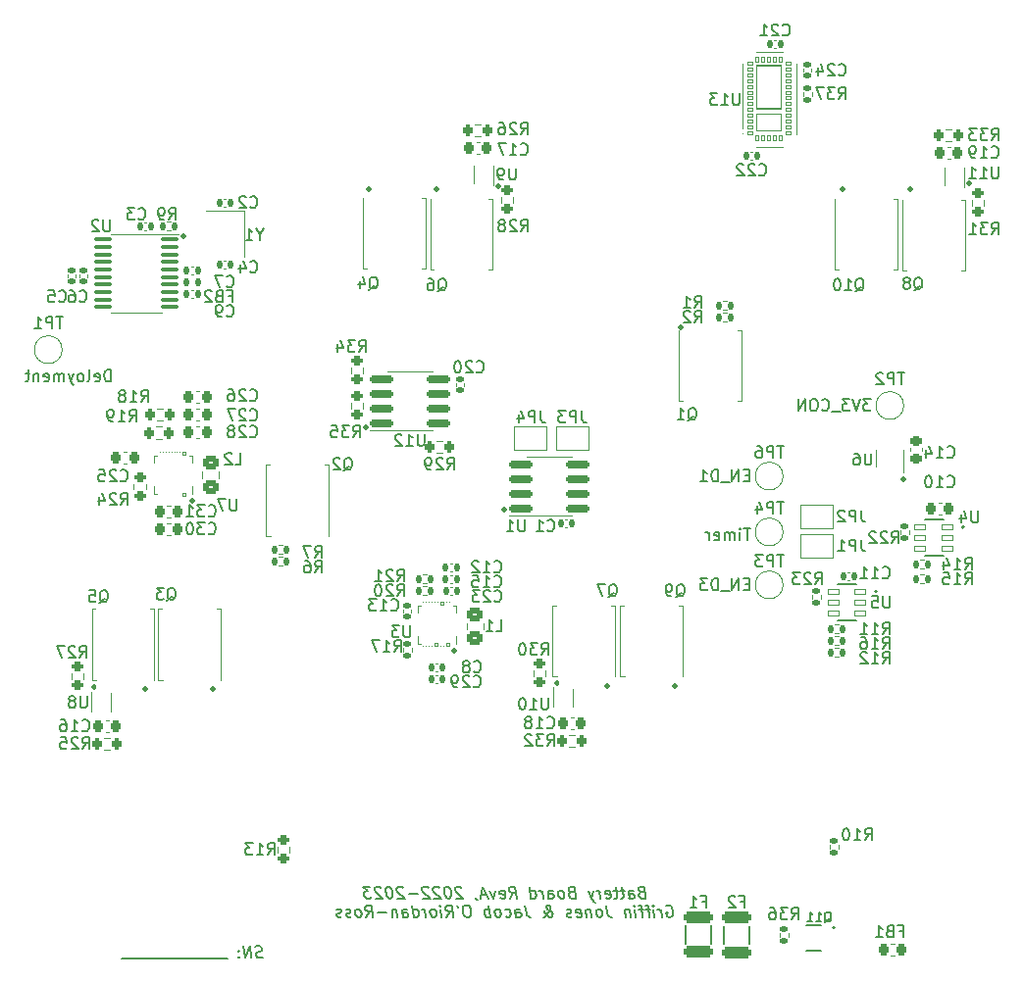
<source format=gbo>
G04 #@! TF.GenerationSoftware,KiCad,Pcbnew,(6.0.7)*
G04 #@! TF.CreationDate,2023-05-04T15:31:31-04:00*
G04 #@! TF.ProjectId,battery_board_v2,62617474-6572-4795-9f62-6f6172645f76,rev?*
G04 #@! TF.SameCoordinates,Original*
G04 #@! TF.FileFunction,Legend,Bot*
G04 #@! TF.FilePolarity,Positive*
%FSLAX46Y46*%
G04 Gerber Fmt 4.6, Leading zero omitted, Abs format (unit mm)*
G04 Created by KiCad (PCBNEW (6.0.7)) date 2023-05-04 15:31:31*
%MOMM*%
%LPD*%
G01*
G04 APERTURE LIST*
G04 Aperture macros list*
%AMRoundRect*
0 Rectangle with rounded corners*
0 $1 Rounding radius*
0 $2 $3 $4 $5 $6 $7 $8 $9 X,Y pos of 4 corners*
0 Add a 4 corners polygon primitive as box body*
4,1,4,$2,$3,$4,$5,$6,$7,$8,$9,$2,$3,0*
0 Add four circle primitives for the rounded corners*
1,1,$1+$1,$2,$3*
1,1,$1+$1,$4,$5*
1,1,$1+$1,$6,$7*
1,1,$1+$1,$8,$9*
0 Add four rect primitives between the rounded corners*
20,1,$1+$1,$2,$3,$4,$5,0*
20,1,$1+$1,$4,$5,$6,$7,0*
20,1,$1+$1,$6,$7,$8,$9,0*
20,1,$1+$1,$8,$9,$2,$3,0*%
%AMFreePoly0*
4,1,17,2.675000,1.605000,1.875000,1.605000,1.875000,0.935000,2.675000,0.935000,2.675000,0.335000,1.875000,0.335000,1.875000,-0.335000,2.675000,-0.335000,2.675000,-0.935000,1.875000,-0.935000,1.875000,-1.605000,2.675000,-1.605000,2.675000,-2.205000,-1.875000,-2.205000,-1.875000,2.205000,2.675000,2.205000,2.675000,1.605000,2.675000,1.605000,$1*%
G04 Aperture macros list end*
%ADD10C,0.300000*%
%ADD11C,0.150000*%
%ADD12C,0.120000*%
%ADD13C,0.127000*%
%ADD14C,0.200000*%
%ADD15C,0.160000*%
%ADD16C,1.524000*%
%ADD17R,1.524000X1.524000*%
%ADD18R,1.350000X1.350000*%
%ADD19O,1.350000X1.350000*%
%ADD20C,3.800000*%
%ADD21C,3.600000*%
%ADD22C,6.400000*%
%ADD23C,1.600000*%
%ADD24O,1.600000X1.600000*%
%ADD25R,1.700000X1.700000*%
%ADD26O,1.700000X1.700000*%
%ADD27C,2.745000*%
%ADD28C,1.000000*%
%ADD29RoundRect,0.225000X0.225000X0.250000X-0.225000X0.250000X-0.225000X-0.250000X0.225000X-0.250000X0*%
%ADD30RoundRect,0.200000X0.275000X-0.200000X0.275000X0.200000X-0.275000X0.200000X-0.275000X-0.200000X0*%
%ADD31R,1.200000X1.400000*%
%ADD32R,1.000000X1.500000*%
%ADD33O,0.420000X0.990000*%
%ADD34RoundRect,0.070000X0.140000X-0.140000X0.140000X0.140000X-0.140000X0.140000X-0.140000X-0.140000X0*%
%ADD35R,0.700000X0.250000*%
%ADD36R,0.600000X0.230000*%
%ADD37R,0.900000X0.650000*%
%ADD38C,0.600000*%
%ADD39R,2.150000X1.700000*%
%ADD40RoundRect,0.225000X-0.225000X-0.250000X0.225000X-0.250000X0.225000X0.250000X-0.225000X0.250000X0*%
%ADD41RoundRect,0.135000X-0.135000X-0.185000X0.135000X-0.185000X0.135000X0.185000X-0.135000X0.185000X0*%
%ADD42RoundRect,0.150000X-0.825000X-0.150000X0.825000X-0.150000X0.825000X0.150000X-0.825000X0.150000X0*%
%ADD43FreePoly0,90.000000*%
%ADD44R,0.500000X0.850000*%
%ADD45RoundRect,0.225000X0.250000X-0.225000X0.250000X0.225000X-0.250000X0.225000X-0.250000X-0.225000X0*%
%ADD46RoundRect,0.135000X-0.185000X0.135000X-0.185000X-0.135000X0.185000X-0.135000X0.185000X0.135000X0*%
%ADD47RoundRect,0.135000X0.135000X0.185000X-0.135000X0.185000X-0.135000X-0.185000X0.135000X-0.185000X0*%
%ADD48R,0.280000X0.850000*%
%ADD49R,0.280000X0.750000*%
%ADD50RoundRect,0.200000X-0.200000X-0.275000X0.200000X-0.275000X0.200000X0.275000X-0.200000X0.275000X0*%
%ADD51RoundRect,0.218750X0.218750X0.256250X-0.218750X0.256250X-0.218750X-0.256250X0.218750X-0.256250X0*%
%ADD52FreePoly0,270.000000*%
%ADD53RoundRect,0.200000X-0.275000X0.200000X-0.275000X-0.200000X0.275000X-0.200000X0.275000X0.200000X0*%
%ADD54RoundRect,0.140000X0.170000X-0.140000X0.170000X0.140000X-0.170000X0.140000X-0.170000X-0.140000X0*%
%ADD55RoundRect,0.250000X0.450000X-0.325000X0.450000X0.325000X-0.450000X0.325000X-0.450000X-0.325000X0*%
%ADD56RoundRect,0.140000X-0.140000X-0.170000X0.140000X-0.170000X0.140000X0.170000X-0.140000X0.170000X0*%
%ADD57RoundRect,0.135000X0.185000X-0.135000X0.185000X0.135000X-0.185000X0.135000X-0.185000X-0.135000X0*%
%ADD58C,2.000000*%
%ADD59R,0.400000X1.500000*%
%ADD60RoundRect,0.147500X-0.147500X-0.172500X0.147500X-0.172500X0.147500X0.172500X-0.147500X0.172500X0*%
%ADD61RoundRect,0.039900X0.455100X0.245100X-0.455100X0.245100X-0.455100X-0.245100X0.455100X-0.245100X0*%
%ADD62RoundRect,0.039900X-0.455100X-0.245100X0.455100X-0.245100X0.455100X0.245100X-0.455100X0.245100X0*%
%ADD63RoundRect,0.140000X0.140000X0.170000X-0.140000X0.170000X-0.140000X-0.170000X0.140000X-0.170000X0*%
%ADD64RoundRect,0.200000X0.200000X0.275000X-0.200000X0.275000X-0.200000X-0.275000X0.200000X-0.275000X0*%
%ADD65RoundRect,0.140000X-0.170000X0.140000X-0.170000X-0.140000X0.170000X-0.140000X0.170000X0.140000X0*%
%ADD66RoundRect,0.229494X-1.020506X0.269406X-1.020506X-0.269406X1.020506X-0.269406X1.020506X0.269406X0*%
%ADD67R,0.660000X0.300000*%
%ADD68RoundRect,0.100000X0.637500X0.100000X-0.637500X0.100000X-0.637500X-0.100000X0.637500X-0.100000X0*%
%ADD69RoundRect,0.009000X-0.244700X-0.141000X0.244700X-0.141000X0.244700X0.141000X-0.244700X0.141000X0*%
%ADD70RoundRect,0.009000X0.141000X-0.244700X0.141000X0.244700X-0.141000X0.244700X-0.141000X-0.244700X0*%
%ADD71RoundRect,0.050000X1.075000X-1.868000X1.075000X1.868000X-1.075000X1.868000X-1.075000X-1.868000X0*%
%ADD72RoundRect,0.050000X1.075000X-0.707000X1.075000X0.707000X-1.075000X0.707000X-1.075000X-0.707000X0*%
G04 APERTURE END LIST*
D10*
X129540000Y-119153714D02*
X129611428Y-119225142D01*
X129540000Y-119296571D01*
X129468571Y-119225142D01*
X129540000Y-119153714D01*
X129540000Y-119296571D01*
X123698000Y-119153714D02*
X123769428Y-119225142D01*
X123698000Y-119296571D01*
X123626571Y-119225142D01*
X123698000Y-119153714D01*
X123698000Y-119296571D01*
X119244000Y-118965714D02*
X119315428Y-119037142D01*
X119244000Y-119108571D01*
X119172571Y-119037142D01*
X119244000Y-118965714D01*
X119244000Y-119108571D01*
X150368000Y-115851714D02*
X150439428Y-115923142D01*
X150368000Y-115994571D01*
X150296571Y-115923142D01*
X150368000Y-115851714D01*
X150368000Y-115994571D01*
X127750000Y-102885714D02*
X127821428Y-102957142D01*
X127750000Y-103028571D01*
X127678571Y-102957142D01*
X127750000Y-102885714D01*
X127750000Y-103028571D01*
X127000000Y-80037714D02*
X127071428Y-80109142D01*
X127000000Y-80180571D01*
X126928571Y-80109142D01*
X127000000Y-80037714D01*
X127000000Y-80180571D01*
X142748000Y-96547714D02*
X142819428Y-96619142D01*
X142748000Y-96690571D01*
X142676571Y-96619142D01*
X142748000Y-96547714D01*
X142748000Y-96690571D01*
X154686000Y-103659714D02*
X154757428Y-103731142D01*
X154686000Y-103802571D01*
X154614571Y-103731142D01*
X154686000Y-103659714D01*
X154686000Y-103802571D01*
X169418000Y-118899714D02*
X169489428Y-118971142D01*
X169418000Y-119042571D01*
X169346571Y-118971142D01*
X169418000Y-118899714D01*
X169418000Y-119042571D01*
X163576000Y-118899714D02*
X163647428Y-118971142D01*
X163576000Y-119042571D01*
X163504571Y-118971142D01*
X163576000Y-118899714D01*
X163576000Y-119042571D01*
X159209000Y-118657714D02*
X159280428Y-118729142D01*
X159209000Y-118800571D01*
X159137571Y-118729142D01*
X159209000Y-118657714D01*
X159209000Y-118800571D01*
X189120000Y-101049714D02*
X189191428Y-101121142D01*
X189120000Y-101192571D01*
X189048571Y-101121142D01*
X189120000Y-101049714D01*
X189120000Y-101192571D01*
X169926000Y-87911714D02*
X169997428Y-87983142D01*
X169926000Y-88054571D01*
X169854571Y-87983142D01*
X169926000Y-87911714D01*
X169926000Y-88054571D01*
X154178000Y-75719714D02*
X154249428Y-75791142D01*
X154178000Y-75862571D01*
X154106571Y-75791142D01*
X154178000Y-75719714D01*
X154178000Y-75862571D01*
X148844000Y-75973714D02*
X148915428Y-76045142D01*
X148844000Y-76116571D01*
X148772571Y-76045142D01*
X148844000Y-75973714D01*
X148844000Y-76116571D01*
X143002000Y-75973714D02*
X143073428Y-76045142D01*
X143002000Y-76116571D01*
X142930571Y-76045142D01*
X143002000Y-75973714D01*
X143002000Y-76116571D01*
X194818000Y-75465714D02*
X194889428Y-75537142D01*
X194818000Y-75608571D01*
X194746571Y-75537142D01*
X194818000Y-75465714D01*
X194818000Y-75608571D01*
X183896000Y-75973714D02*
X183967428Y-76045142D01*
X183896000Y-76116571D01*
X183824571Y-76045142D01*
X183896000Y-75973714D01*
X183896000Y-76116571D01*
X189738000Y-75973714D02*
X189809428Y-76045142D01*
X189738000Y-76116571D01*
X189666571Y-76045142D01*
X189738000Y-75973714D01*
X189738000Y-76116571D01*
D11*
X175831238Y-100766571D02*
X175497904Y-100766571D01*
X175355047Y-101290380D02*
X175831238Y-101290380D01*
X175831238Y-100290380D01*
X175355047Y-100290380D01*
X174926476Y-101290380D02*
X174926476Y-100290380D01*
X174355047Y-101290380D01*
X174355047Y-100290380D01*
X174116952Y-101385619D02*
X173355047Y-101385619D01*
X173116952Y-101290380D02*
X173116952Y-100290380D01*
X172878857Y-100290380D01*
X172736000Y-100338000D01*
X172640761Y-100433238D01*
X172593142Y-100528476D01*
X172545523Y-100718952D01*
X172545523Y-100861809D01*
X172593142Y-101052285D01*
X172640761Y-101147523D01*
X172736000Y-101242761D01*
X172878857Y-101290380D01*
X173116952Y-101290380D01*
X171593142Y-101290380D02*
X172164571Y-101290380D01*
X171878857Y-101290380D02*
X171878857Y-100290380D01*
X171974095Y-100433238D01*
X172069333Y-100528476D01*
X172164571Y-100576095D01*
X133850720Y-142390761D02*
X133713815Y-142438380D01*
X133475720Y-142438380D01*
X133374529Y-142390761D01*
X133320958Y-142343142D01*
X133261434Y-142247904D01*
X133249529Y-142152666D01*
X133285244Y-142057428D01*
X133326910Y-142009809D01*
X133416196Y-141962190D01*
X133600720Y-141914571D01*
X133690005Y-141866952D01*
X133731672Y-141819333D01*
X133767386Y-141724095D01*
X133755482Y-141628857D01*
X133695958Y-141533619D01*
X133642386Y-141486000D01*
X133541196Y-141438380D01*
X133303101Y-141438380D01*
X133166196Y-141486000D01*
X132856672Y-142438380D02*
X132731672Y-141438380D01*
X132285244Y-142438380D01*
X132160244Y-141438380D01*
X131797148Y-142343142D02*
X131755482Y-142390761D01*
X131809053Y-142438380D01*
X131850720Y-142390761D01*
X131797148Y-142343142D01*
X131809053Y-142438380D01*
X131731672Y-141819333D02*
X131690005Y-141866952D01*
X131743577Y-141914571D01*
X131785244Y-141866952D01*
X131731672Y-141819333D01*
X131743577Y-141914571D01*
X130820958Y-142533619D02*
X130059053Y-142533619D01*
X130059053Y-142533619D02*
X129297148Y-142533619D01*
X129297148Y-142533619D02*
X128535244Y-142533619D01*
X128535244Y-142533619D02*
X127773339Y-142533619D01*
X127773339Y-142533619D02*
X127011434Y-142533619D01*
X127011434Y-142533619D02*
X126249529Y-142533619D01*
X126249529Y-142533619D02*
X125487625Y-142533619D01*
X125487625Y-142533619D02*
X124725720Y-142533619D01*
X124725720Y-142533619D02*
X123963815Y-142533619D01*
X123963815Y-142533619D02*
X123201910Y-142533619D01*
X123201910Y-142533619D02*
X122440005Y-142533619D01*
X122440005Y-142533619D02*
X121678101Y-142533619D01*
X120713047Y-92654380D02*
X120713047Y-91654380D01*
X120474952Y-91654380D01*
X120332095Y-91702000D01*
X120236857Y-91797238D01*
X120189238Y-91892476D01*
X120141619Y-92082952D01*
X120141619Y-92225809D01*
X120189238Y-92416285D01*
X120236857Y-92511523D01*
X120332095Y-92606761D01*
X120474952Y-92654380D01*
X120713047Y-92654380D01*
X119332095Y-92606761D02*
X119427333Y-92654380D01*
X119617809Y-92654380D01*
X119713047Y-92606761D01*
X119760666Y-92511523D01*
X119760666Y-92130571D01*
X119713047Y-92035333D01*
X119617809Y-91987714D01*
X119427333Y-91987714D01*
X119332095Y-92035333D01*
X119284476Y-92130571D01*
X119284476Y-92225809D01*
X119760666Y-92321047D01*
X118713047Y-92654380D02*
X118808285Y-92606761D01*
X118855904Y-92511523D01*
X118855904Y-91654380D01*
X118189238Y-92654380D02*
X118284476Y-92606761D01*
X118332095Y-92559142D01*
X118379714Y-92463904D01*
X118379714Y-92178190D01*
X118332095Y-92082952D01*
X118284476Y-92035333D01*
X118189238Y-91987714D01*
X118046380Y-91987714D01*
X117951142Y-92035333D01*
X117903523Y-92082952D01*
X117855904Y-92178190D01*
X117855904Y-92463904D01*
X117903523Y-92559142D01*
X117951142Y-92606761D01*
X118046380Y-92654380D01*
X118189238Y-92654380D01*
X117522571Y-91987714D02*
X117284476Y-92654380D01*
X117046380Y-91987714D02*
X117284476Y-92654380D01*
X117379714Y-92892476D01*
X117427333Y-92940095D01*
X117522571Y-92987714D01*
X116665428Y-92654380D02*
X116665428Y-91987714D01*
X116665428Y-92082952D02*
X116617809Y-92035333D01*
X116522571Y-91987714D01*
X116379714Y-91987714D01*
X116284476Y-92035333D01*
X116236857Y-92130571D01*
X116236857Y-92654380D01*
X116236857Y-92130571D02*
X116189238Y-92035333D01*
X116094000Y-91987714D01*
X115951142Y-91987714D01*
X115855904Y-92035333D01*
X115808285Y-92130571D01*
X115808285Y-92654380D01*
X114951142Y-92606761D02*
X115046380Y-92654380D01*
X115236857Y-92654380D01*
X115332095Y-92606761D01*
X115379714Y-92511523D01*
X115379714Y-92130571D01*
X115332095Y-92035333D01*
X115236857Y-91987714D01*
X115046380Y-91987714D01*
X114951142Y-92035333D01*
X114903523Y-92130571D01*
X114903523Y-92225809D01*
X115379714Y-92321047D01*
X114474952Y-91987714D02*
X114474952Y-92654380D01*
X114474952Y-92082952D02*
X114427333Y-92035333D01*
X114332095Y-91987714D01*
X114189238Y-91987714D01*
X114094000Y-92035333D01*
X114046380Y-92130571D01*
X114046380Y-92654380D01*
X113713047Y-91987714D02*
X113332095Y-91987714D01*
X113570190Y-91654380D02*
X113570190Y-92511523D01*
X113522571Y-92606761D01*
X113427333Y-92654380D01*
X113332095Y-92654380D01*
X175918571Y-105370380D02*
X175347142Y-105370380D01*
X175632857Y-106370380D02*
X175632857Y-105370380D01*
X175013809Y-106370380D02*
X175013809Y-105703714D01*
X175013809Y-105370380D02*
X175061428Y-105418000D01*
X175013809Y-105465619D01*
X174966190Y-105418000D01*
X175013809Y-105370380D01*
X175013809Y-105465619D01*
X174537619Y-106370380D02*
X174537619Y-105703714D01*
X174537619Y-105798952D02*
X174490000Y-105751333D01*
X174394761Y-105703714D01*
X174251904Y-105703714D01*
X174156666Y-105751333D01*
X174109047Y-105846571D01*
X174109047Y-106370380D01*
X174109047Y-105846571D02*
X174061428Y-105751333D01*
X173966190Y-105703714D01*
X173823333Y-105703714D01*
X173728095Y-105751333D01*
X173680476Y-105846571D01*
X173680476Y-106370380D01*
X172823333Y-106322761D02*
X172918571Y-106370380D01*
X173109047Y-106370380D01*
X173204285Y-106322761D01*
X173251904Y-106227523D01*
X173251904Y-105846571D01*
X173204285Y-105751333D01*
X173109047Y-105703714D01*
X172918571Y-105703714D01*
X172823333Y-105751333D01*
X172775714Y-105846571D01*
X172775714Y-105941809D01*
X173251904Y-106037047D01*
X172347142Y-106370380D02*
X172347142Y-105703714D01*
X172347142Y-105894190D02*
X172299523Y-105798952D01*
X172251904Y-105751333D01*
X172156666Y-105703714D01*
X172061428Y-105703714D01*
X175831238Y-110164571D02*
X175497904Y-110164571D01*
X175355047Y-110688380D02*
X175831238Y-110688380D01*
X175831238Y-109688380D01*
X175355047Y-109688380D01*
X174926476Y-110688380D02*
X174926476Y-109688380D01*
X174355047Y-110688380D01*
X174355047Y-109688380D01*
X174116952Y-110783619D02*
X173355047Y-110783619D01*
X173116952Y-110688380D02*
X173116952Y-109688380D01*
X172878857Y-109688380D01*
X172736000Y-109736000D01*
X172640761Y-109831238D01*
X172593142Y-109926476D01*
X172545523Y-110116952D01*
X172545523Y-110259809D01*
X172593142Y-110450285D01*
X172640761Y-110545523D01*
X172736000Y-110640761D01*
X172878857Y-110688380D01*
X173116952Y-110688380D01*
X172212190Y-109688380D02*
X171593142Y-109688380D01*
X171926476Y-110069333D01*
X171783619Y-110069333D01*
X171688380Y-110116952D01*
X171640761Y-110164571D01*
X171593142Y-110259809D01*
X171593142Y-110497904D01*
X171640761Y-110593142D01*
X171688380Y-110640761D01*
X171783619Y-110688380D01*
X172069333Y-110688380D01*
X172164571Y-110640761D01*
X172212190Y-110593142D01*
X186300666Y-94194380D02*
X185681619Y-94194380D01*
X186014952Y-94575333D01*
X185872095Y-94575333D01*
X185776857Y-94622952D01*
X185729238Y-94670571D01*
X185681619Y-94765809D01*
X185681619Y-95003904D01*
X185729238Y-95099142D01*
X185776857Y-95146761D01*
X185872095Y-95194380D01*
X186157809Y-95194380D01*
X186253047Y-95146761D01*
X186300666Y-95099142D01*
X185395904Y-94194380D02*
X185062571Y-95194380D01*
X184729238Y-94194380D01*
X184491142Y-94194380D02*
X183872095Y-94194380D01*
X184205428Y-94575333D01*
X184062571Y-94575333D01*
X183967333Y-94622952D01*
X183919714Y-94670571D01*
X183872095Y-94765809D01*
X183872095Y-95003904D01*
X183919714Y-95099142D01*
X183967333Y-95146761D01*
X184062571Y-95194380D01*
X184348285Y-95194380D01*
X184443523Y-95146761D01*
X184491142Y-95099142D01*
X183681619Y-95289619D02*
X182919714Y-95289619D01*
X182110190Y-95099142D02*
X182157809Y-95146761D01*
X182300666Y-95194380D01*
X182395904Y-95194380D01*
X182538761Y-95146761D01*
X182634000Y-95051523D01*
X182681619Y-94956285D01*
X182729238Y-94765809D01*
X182729238Y-94622952D01*
X182681619Y-94432476D01*
X182634000Y-94337238D01*
X182538761Y-94242000D01*
X182395904Y-94194380D01*
X182300666Y-94194380D01*
X182157809Y-94242000D01*
X182110190Y-94289619D01*
X181491142Y-94194380D02*
X181300666Y-94194380D01*
X181205428Y-94242000D01*
X181110190Y-94337238D01*
X181062571Y-94527714D01*
X181062571Y-94861047D01*
X181110190Y-95051523D01*
X181205428Y-95146761D01*
X181300666Y-95194380D01*
X181491142Y-95194380D01*
X181586380Y-95146761D01*
X181681619Y-95051523D01*
X181729238Y-94861047D01*
X181729238Y-94527714D01*
X181681619Y-94337238D01*
X181586380Y-94242000D01*
X181491142Y-94194380D01*
X180634000Y-95194380D02*
X180634000Y-94194380D01*
X180062571Y-95194380D01*
X180062571Y-94194380D01*
X166500910Y-136791571D02*
X166364005Y-136839190D01*
X166322339Y-136886809D01*
X166286625Y-136982047D01*
X166304482Y-137124904D01*
X166364005Y-137220142D01*
X166417577Y-137267761D01*
X166518767Y-137315380D01*
X166899720Y-137315380D01*
X166774720Y-136315380D01*
X166441386Y-136315380D01*
X166352101Y-136363000D01*
X166310434Y-136410619D01*
X166274720Y-136505857D01*
X166286625Y-136601095D01*
X166346148Y-136696333D01*
X166399720Y-136743952D01*
X166500910Y-136791571D01*
X166834244Y-136791571D01*
X165471148Y-137315380D02*
X165405672Y-136791571D01*
X165441386Y-136696333D01*
X165530672Y-136648714D01*
X165721148Y-136648714D01*
X165822339Y-136696333D01*
X165465196Y-137267761D02*
X165566386Y-137315380D01*
X165804482Y-137315380D01*
X165893767Y-137267761D01*
X165929482Y-137172523D01*
X165917577Y-137077285D01*
X165858053Y-136982047D01*
X165756863Y-136934428D01*
X165518767Y-136934428D01*
X165417577Y-136886809D01*
X165054482Y-136648714D02*
X164673529Y-136648714D01*
X164869958Y-136315380D02*
X164977101Y-137172523D01*
X164941386Y-137267761D01*
X164852101Y-137315380D01*
X164756863Y-137315380D01*
X164483053Y-136648714D02*
X164102101Y-136648714D01*
X164298529Y-136315380D02*
X164405672Y-137172523D01*
X164369958Y-137267761D01*
X164280672Y-137315380D01*
X164185434Y-137315380D01*
X163465196Y-137267761D02*
X163566386Y-137315380D01*
X163756863Y-137315380D01*
X163846148Y-137267761D01*
X163881863Y-137172523D01*
X163834244Y-136791571D01*
X163774720Y-136696333D01*
X163673529Y-136648714D01*
X163483053Y-136648714D01*
X163393767Y-136696333D01*
X163358053Y-136791571D01*
X163369958Y-136886809D01*
X163858053Y-136982047D01*
X162994958Y-137315380D02*
X162911625Y-136648714D01*
X162935434Y-136839190D02*
X162875910Y-136743952D01*
X162822339Y-136696333D01*
X162721148Y-136648714D01*
X162625910Y-136648714D01*
X162387815Y-136648714D02*
X162233053Y-137315380D01*
X161911625Y-136648714D02*
X162233053Y-137315380D01*
X162358053Y-137553476D01*
X162411625Y-137601095D01*
X162512815Y-137648714D01*
X160453291Y-136791571D02*
X160316386Y-136839190D01*
X160274720Y-136886809D01*
X160239005Y-136982047D01*
X160256863Y-137124904D01*
X160316386Y-137220142D01*
X160369958Y-137267761D01*
X160471148Y-137315380D01*
X160852101Y-137315380D01*
X160727101Y-136315380D01*
X160393767Y-136315380D01*
X160304482Y-136363000D01*
X160262815Y-136410619D01*
X160227101Y-136505857D01*
X160239005Y-136601095D01*
X160298529Y-136696333D01*
X160352101Y-136743952D01*
X160453291Y-136791571D01*
X160786625Y-136791571D01*
X159709244Y-137315380D02*
X159798529Y-137267761D01*
X159840196Y-137220142D01*
X159875910Y-137124904D01*
X159840196Y-136839190D01*
X159780672Y-136743952D01*
X159727101Y-136696333D01*
X159625910Y-136648714D01*
X159483053Y-136648714D01*
X159393767Y-136696333D01*
X159352101Y-136743952D01*
X159316386Y-136839190D01*
X159352101Y-137124904D01*
X159411625Y-137220142D01*
X159465196Y-137267761D01*
X159566386Y-137315380D01*
X159709244Y-137315380D01*
X158518767Y-137315380D02*
X158453291Y-136791571D01*
X158489005Y-136696333D01*
X158578291Y-136648714D01*
X158768767Y-136648714D01*
X158869958Y-136696333D01*
X158512815Y-137267761D02*
X158614005Y-137315380D01*
X158852101Y-137315380D01*
X158941386Y-137267761D01*
X158977101Y-137172523D01*
X158965196Y-137077285D01*
X158905672Y-136982047D01*
X158804482Y-136934428D01*
X158566386Y-136934428D01*
X158465196Y-136886809D01*
X158042577Y-137315380D02*
X157959244Y-136648714D01*
X157983053Y-136839190D02*
X157923529Y-136743952D01*
X157869958Y-136696333D01*
X157768767Y-136648714D01*
X157673529Y-136648714D01*
X156994958Y-137315380D02*
X156869958Y-136315380D01*
X156989005Y-137267761D02*
X157090196Y-137315380D01*
X157280672Y-137315380D01*
X157369958Y-137267761D01*
X157411625Y-137220142D01*
X157447339Y-137124904D01*
X157411625Y-136839190D01*
X157352101Y-136743952D01*
X157298529Y-136696333D01*
X157197339Y-136648714D01*
X157006863Y-136648714D01*
X156917577Y-136696333D01*
X155185434Y-137315380D02*
X155459244Y-136839190D01*
X155756863Y-137315380D02*
X155631863Y-136315380D01*
X155250910Y-136315380D01*
X155161625Y-136363000D01*
X155119958Y-136410619D01*
X155084244Y-136505857D01*
X155102101Y-136648714D01*
X155161625Y-136743952D01*
X155215196Y-136791571D01*
X155316386Y-136839190D01*
X155697339Y-136839190D01*
X154369958Y-137267761D02*
X154471148Y-137315380D01*
X154661625Y-137315380D01*
X154750910Y-137267761D01*
X154786625Y-137172523D01*
X154739005Y-136791571D01*
X154679482Y-136696333D01*
X154578291Y-136648714D01*
X154387815Y-136648714D01*
X154298529Y-136696333D01*
X154262815Y-136791571D01*
X154274720Y-136886809D01*
X154762815Y-136982047D01*
X153911625Y-136648714D02*
X153756863Y-137315380D01*
X153435434Y-136648714D01*
X153149720Y-137029666D02*
X152673529Y-137029666D01*
X153280672Y-137315380D02*
X152822339Y-136315380D01*
X152614005Y-137315380D01*
X152227101Y-137267761D02*
X152233053Y-137315380D01*
X152292577Y-137410619D01*
X152346148Y-137458238D01*
X150977101Y-136410619D02*
X150923529Y-136363000D01*
X150822339Y-136315380D01*
X150584244Y-136315380D01*
X150494958Y-136363000D01*
X150453291Y-136410619D01*
X150417577Y-136505857D01*
X150429482Y-136601095D01*
X150494958Y-136743952D01*
X151137815Y-137315380D01*
X150518767Y-137315380D01*
X149774720Y-136315380D02*
X149679482Y-136315380D01*
X149590196Y-136363000D01*
X149548529Y-136410619D01*
X149512815Y-136505857D01*
X149489005Y-136696333D01*
X149518767Y-136934428D01*
X149590196Y-137124904D01*
X149649720Y-137220142D01*
X149703291Y-137267761D01*
X149804482Y-137315380D01*
X149899720Y-137315380D01*
X149989005Y-137267761D01*
X150030672Y-137220142D01*
X150066386Y-137124904D01*
X150090196Y-136934428D01*
X150060434Y-136696333D01*
X149989005Y-136505857D01*
X149929482Y-136410619D01*
X149875910Y-136363000D01*
X149774720Y-136315380D01*
X149072339Y-136410619D02*
X149018767Y-136363000D01*
X148917577Y-136315380D01*
X148679482Y-136315380D01*
X148590196Y-136363000D01*
X148548529Y-136410619D01*
X148512815Y-136505857D01*
X148524720Y-136601095D01*
X148590196Y-136743952D01*
X149233053Y-137315380D01*
X148614005Y-137315380D01*
X148119958Y-136410619D02*
X148066386Y-136363000D01*
X147965196Y-136315380D01*
X147727101Y-136315380D01*
X147637815Y-136363000D01*
X147596148Y-136410619D01*
X147560434Y-136505857D01*
X147572339Y-136601095D01*
X147637815Y-136743952D01*
X148280672Y-137315380D01*
X147661625Y-137315380D01*
X147185434Y-136934428D02*
X146423529Y-136934428D01*
X145929482Y-136410619D02*
X145875910Y-136363000D01*
X145774720Y-136315380D01*
X145536625Y-136315380D01*
X145447339Y-136363000D01*
X145405672Y-136410619D01*
X145369958Y-136505857D01*
X145381863Y-136601095D01*
X145447339Y-136743952D01*
X146090196Y-137315380D01*
X145471148Y-137315380D01*
X144727101Y-136315380D02*
X144631863Y-136315380D01*
X144542577Y-136363000D01*
X144500910Y-136410619D01*
X144465196Y-136505857D01*
X144441386Y-136696333D01*
X144471148Y-136934428D01*
X144542577Y-137124904D01*
X144602101Y-137220142D01*
X144655672Y-137267761D01*
X144756863Y-137315380D01*
X144852101Y-137315380D01*
X144941386Y-137267761D01*
X144983053Y-137220142D01*
X145018767Y-137124904D01*
X145042577Y-136934428D01*
X145012815Y-136696333D01*
X144941386Y-136505857D01*
X144881863Y-136410619D01*
X144828291Y-136363000D01*
X144727101Y-136315380D01*
X144024720Y-136410619D02*
X143971148Y-136363000D01*
X143869958Y-136315380D01*
X143631863Y-136315380D01*
X143542577Y-136363000D01*
X143500910Y-136410619D01*
X143465196Y-136505857D01*
X143477101Y-136601095D01*
X143542577Y-136743952D01*
X144185434Y-137315380D01*
X143566386Y-137315380D01*
X143108053Y-136315380D02*
X142489005Y-136315380D01*
X142869958Y-136696333D01*
X142727101Y-136696333D01*
X142637815Y-136743952D01*
X142596148Y-136791571D01*
X142560434Y-136886809D01*
X142590196Y-137124904D01*
X142649720Y-137220142D01*
X142703291Y-137267761D01*
X142804482Y-137315380D01*
X143090196Y-137315380D01*
X143179482Y-137267761D01*
X143221148Y-137220142D01*
X168637815Y-137973000D02*
X168727101Y-137925380D01*
X168869958Y-137925380D01*
X169018767Y-137973000D01*
X169125910Y-138068238D01*
X169185434Y-138163476D01*
X169256863Y-138353952D01*
X169274720Y-138496809D01*
X169250910Y-138687285D01*
X169215196Y-138782523D01*
X169131863Y-138877761D01*
X168994958Y-138925380D01*
X168899720Y-138925380D01*
X168750910Y-138877761D01*
X168697339Y-138830142D01*
X168655672Y-138496809D01*
X168846148Y-138496809D01*
X168280672Y-138925380D02*
X168197339Y-138258714D01*
X168221148Y-138449190D02*
X168161625Y-138353952D01*
X168108053Y-138306333D01*
X168006863Y-138258714D01*
X167911625Y-138258714D01*
X167661625Y-138925380D02*
X167578291Y-138258714D01*
X167536625Y-137925380D02*
X167590196Y-137973000D01*
X167548529Y-138020619D01*
X167494958Y-137973000D01*
X167536625Y-137925380D01*
X167548529Y-138020619D01*
X167244958Y-138258714D02*
X166864005Y-138258714D01*
X167185434Y-138925380D02*
X167078291Y-138068238D01*
X167018767Y-137973000D01*
X166917577Y-137925380D01*
X166822339Y-137925380D01*
X166673529Y-138258714D02*
X166292577Y-138258714D01*
X166614005Y-138925380D02*
X166506863Y-138068238D01*
X166447339Y-137973000D01*
X166346148Y-137925380D01*
X166250910Y-137925380D01*
X166042577Y-138925380D02*
X165959244Y-138258714D01*
X165917577Y-137925380D02*
X165971148Y-137973000D01*
X165929482Y-138020619D01*
X165875910Y-137973000D01*
X165917577Y-137925380D01*
X165929482Y-138020619D01*
X165483053Y-138258714D02*
X165566386Y-138925380D01*
X165494958Y-138353952D02*
X165441386Y-138306333D01*
X165340196Y-138258714D01*
X165197339Y-138258714D01*
X165108053Y-138306333D01*
X165072339Y-138401571D01*
X165137815Y-138925380D01*
X163489005Y-137925380D02*
X163578291Y-138639666D01*
X163643767Y-138782523D01*
X163750910Y-138877761D01*
X163899720Y-138925380D01*
X163994958Y-138925380D01*
X162994958Y-138925380D02*
X163084244Y-138877761D01*
X163125910Y-138830142D01*
X163161625Y-138734904D01*
X163125910Y-138449190D01*
X163066386Y-138353952D01*
X163012815Y-138306333D01*
X162911625Y-138258714D01*
X162768767Y-138258714D01*
X162679482Y-138306333D01*
X162637815Y-138353952D01*
X162602101Y-138449190D01*
X162637815Y-138734904D01*
X162697339Y-138830142D01*
X162750910Y-138877761D01*
X162852101Y-138925380D01*
X162994958Y-138925380D01*
X162149720Y-138258714D02*
X162233053Y-138925380D01*
X162161625Y-138353952D02*
X162108053Y-138306333D01*
X162006863Y-138258714D01*
X161864005Y-138258714D01*
X161774720Y-138306333D01*
X161739005Y-138401571D01*
X161804482Y-138925380D01*
X160941386Y-138877761D02*
X161042577Y-138925380D01*
X161233053Y-138925380D01*
X161322339Y-138877761D01*
X161358053Y-138782523D01*
X161310434Y-138401571D01*
X161250910Y-138306333D01*
X161149720Y-138258714D01*
X160959244Y-138258714D01*
X160869958Y-138306333D01*
X160834244Y-138401571D01*
X160846148Y-138496809D01*
X161334244Y-138592047D01*
X160512815Y-138877761D02*
X160423529Y-138925380D01*
X160233053Y-138925380D01*
X160131863Y-138877761D01*
X160072339Y-138782523D01*
X160066386Y-138734904D01*
X160102101Y-138639666D01*
X160191386Y-138592047D01*
X160334244Y-138592047D01*
X160423529Y-138544428D01*
X160459244Y-138449190D01*
X160453291Y-138401571D01*
X160393767Y-138306333D01*
X160292577Y-138258714D01*
X160149720Y-138258714D01*
X160060434Y-138306333D01*
X158090196Y-138925380D02*
X158137815Y-138925380D01*
X158227101Y-138877761D01*
X158352101Y-138734904D01*
X158554482Y-138449190D01*
X158631863Y-138306333D01*
X158661625Y-138163476D01*
X158649720Y-138068238D01*
X158590196Y-137973000D01*
X158489005Y-137925380D01*
X158441386Y-137925380D01*
X158352101Y-137973000D01*
X158316386Y-138068238D01*
X158322339Y-138115857D01*
X158381863Y-138211095D01*
X158435434Y-138258714D01*
X158744958Y-138449190D01*
X158798529Y-138496809D01*
X158858053Y-138592047D01*
X158875910Y-138734904D01*
X158840196Y-138830142D01*
X158798529Y-138877761D01*
X158709244Y-138925380D01*
X158566386Y-138925380D01*
X158465196Y-138877761D01*
X158411625Y-138830142D01*
X158244958Y-138639666D01*
X158179482Y-138496809D01*
X158167577Y-138401571D01*
X156489005Y-137925380D02*
X156578291Y-138639666D01*
X156643767Y-138782523D01*
X156750910Y-138877761D01*
X156899720Y-138925380D01*
X156994958Y-138925380D01*
X155709244Y-138925380D02*
X155643767Y-138401571D01*
X155679482Y-138306333D01*
X155768767Y-138258714D01*
X155959244Y-138258714D01*
X156060434Y-138306333D01*
X155703291Y-138877761D02*
X155804482Y-138925380D01*
X156042577Y-138925380D01*
X156131863Y-138877761D01*
X156167577Y-138782523D01*
X156155672Y-138687285D01*
X156096148Y-138592047D01*
X155994958Y-138544428D01*
X155756863Y-138544428D01*
X155655672Y-138496809D01*
X154798529Y-138877761D02*
X154899720Y-138925380D01*
X155090196Y-138925380D01*
X155179482Y-138877761D01*
X155221148Y-138830142D01*
X155256863Y-138734904D01*
X155221148Y-138449190D01*
X155161625Y-138353952D01*
X155108053Y-138306333D01*
X155006863Y-138258714D01*
X154816386Y-138258714D01*
X154727101Y-138306333D01*
X154233053Y-138925380D02*
X154322339Y-138877761D01*
X154364005Y-138830142D01*
X154399720Y-138734904D01*
X154364005Y-138449190D01*
X154304482Y-138353952D01*
X154250910Y-138306333D01*
X154149720Y-138258714D01*
X154006863Y-138258714D01*
X153917577Y-138306333D01*
X153875910Y-138353952D01*
X153840196Y-138449190D01*
X153875910Y-138734904D01*
X153935434Y-138830142D01*
X153989005Y-138877761D01*
X154090196Y-138925380D01*
X154233053Y-138925380D01*
X153471148Y-138925380D02*
X153346148Y-137925380D01*
X153393767Y-138306333D02*
X153292577Y-138258714D01*
X153102101Y-138258714D01*
X153012815Y-138306333D01*
X152971148Y-138353952D01*
X152935434Y-138449190D01*
X152971148Y-138734904D01*
X153030672Y-138830142D01*
X153084244Y-138877761D01*
X153185434Y-138925380D01*
X153375910Y-138925380D01*
X153465196Y-138877761D01*
X151489005Y-137925380D02*
X151298529Y-137925380D01*
X151209244Y-137973000D01*
X151125910Y-138068238D01*
X151102101Y-138258714D01*
X151143767Y-138592047D01*
X151215196Y-138782523D01*
X151322339Y-138877761D01*
X151423529Y-138925380D01*
X151614005Y-138925380D01*
X151703291Y-138877761D01*
X151786625Y-138782523D01*
X151810434Y-138592047D01*
X151768767Y-138258714D01*
X151697339Y-138068238D01*
X151590196Y-137973000D01*
X151489005Y-137925380D01*
X150584244Y-137925380D02*
X150703291Y-138115857D01*
X149709244Y-138925380D02*
X149983053Y-138449190D01*
X150280672Y-138925380D02*
X150155672Y-137925380D01*
X149774720Y-137925380D01*
X149685434Y-137973000D01*
X149643767Y-138020619D01*
X149608053Y-138115857D01*
X149625910Y-138258714D01*
X149685434Y-138353952D01*
X149739005Y-138401571D01*
X149840196Y-138449190D01*
X150221148Y-138449190D01*
X149280672Y-138925380D02*
X149197339Y-138258714D01*
X149155672Y-137925380D02*
X149209244Y-137973000D01*
X149167577Y-138020619D01*
X149114005Y-137973000D01*
X149155672Y-137925380D01*
X149167577Y-138020619D01*
X148661625Y-138925380D02*
X148750910Y-138877761D01*
X148792577Y-138830142D01*
X148828291Y-138734904D01*
X148792577Y-138449190D01*
X148733053Y-138353952D01*
X148679482Y-138306333D01*
X148578291Y-138258714D01*
X148435434Y-138258714D01*
X148346148Y-138306333D01*
X148304482Y-138353952D01*
X148268767Y-138449190D01*
X148304482Y-138734904D01*
X148364005Y-138830142D01*
X148417577Y-138877761D01*
X148518767Y-138925380D01*
X148661625Y-138925380D01*
X147899720Y-138925380D02*
X147816386Y-138258714D01*
X147840196Y-138449190D02*
X147780672Y-138353952D01*
X147727101Y-138306333D01*
X147625910Y-138258714D01*
X147530672Y-138258714D01*
X146852101Y-138925380D02*
X146727101Y-137925380D01*
X146846148Y-138877761D02*
X146947339Y-138925380D01*
X147137815Y-138925380D01*
X147227101Y-138877761D01*
X147268767Y-138830142D01*
X147304482Y-138734904D01*
X147268767Y-138449190D01*
X147209244Y-138353952D01*
X147155672Y-138306333D01*
X147054482Y-138258714D01*
X146864005Y-138258714D01*
X146774720Y-138306333D01*
X145947339Y-138925380D02*
X145881863Y-138401571D01*
X145917577Y-138306333D01*
X146006863Y-138258714D01*
X146197339Y-138258714D01*
X146298529Y-138306333D01*
X145941386Y-138877761D02*
X146042577Y-138925380D01*
X146280672Y-138925380D01*
X146369958Y-138877761D01*
X146405672Y-138782523D01*
X146393767Y-138687285D01*
X146334244Y-138592047D01*
X146233053Y-138544428D01*
X145994958Y-138544428D01*
X145893767Y-138496809D01*
X145387815Y-138258714D02*
X145471148Y-138925380D01*
X145399720Y-138353952D02*
X145346148Y-138306333D01*
X145244958Y-138258714D01*
X145102101Y-138258714D01*
X145012815Y-138306333D01*
X144977101Y-138401571D01*
X145042577Y-138925380D01*
X144518767Y-138544428D02*
X143756863Y-138544428D01*
X142756863Y-138925380D02*
X143030672Y-138449190D01*
X143328291Y-138925380D02*
X143203291Y-137925380D01*
X142822339Y-137925380D01*
X142733053Y-137973000D01*
X142691386Y-138020619D01*
X142655672Y-138115857D01*
X142673529Y-138258714D01*
X142733053Y-138353952D01*
X142786625Y-138401571D01*
X142887815Y-138449190D01*
X143268767Y-138449190D01*
X142185434Y-138925380D02*
X142274720Y-138877761D01*
X142316386Y-138830142D01*
X142352101Y-138734904D01*
X142316386Y-138449190D01*
X142256863Y-138353952D01*
X142203291Y-138306333D01*
X142102101Y-138258714D01*
X141959244Y-138258714D01*
X141869958Y-138306333D01*
X141828291Y-138353952D01*
X141792577Y-138449190D01*
X141828291Y-138734904D01*
X141887815Y-138830142D01*
X141941386Y-138877761D01*
X142042577Y-138925380D01*
X142185434Y-138925380D01*
X141465196Y-138877761D02*
X141375910Y-138925380D01*
X141185434Y-138925380D01*
X141084244Y-138877761D01*
X141024720Y-138782523D01*
X141018767Y-138734904D01*
X141054482Y-138639666D01*
X141143767Y-138592047D01*
X141286625Y-138592047D01*
X141375910Y-138544428D01*
X141411625Y-138449190D01*
X141405672Y-138401571D01*
X141346148Y-138306333D01*
X141244958Y-138258714D01*
X141102101Y-138258714D01*
X141012815Y-138306333D01*
X140655672Y-138877761D02*
X140566386Y-138925380D01*
X140375910Y-138925380D01*
X140274720Y-138877761D01*
X140215196Y-138782523D01*
X140209244Y-138734904D01*
X140244958Y-138639666D01*
X140334244Y-138592047D01*
X140477101Y-138592047D01*
X140566386Y-138544428D01*
X140602101Y-138449190D01*
X140596148Y-138401571D01*
X140536625Y-138306333D01*
X140435434Y-138258714D01*
X140292577Y-138258714D01*
X140203291Y-138306333D01*
X158376857Y-122531142D02*
X158424476Y-122578761D01*
X158567333Y-122626380D01*
X158662571Y-122626380D01*
X158805428Y-122578761D01*
X158900666Y-122483523D01*
X158948285Y-122388285D01*
X158995904Y-122197809D01*
X158995904Y-122054952D01*
X158948285Y-121864476D01*
X158900666Y-121769238D01*
X158805428Y-121674000D01*
X158662571Y-121626380D01*
X158567333Y-121626380D01*
X158424476Y-121674000D01*
X158376857Y-121721619D01*
X157424476Y-122626380D02*
X157995904Y-122626380D01*
X157710190Y-122626380D02*
X157710190Y-121626380D01*
X157805428Y-121769238D01*
X157900666Y-121864476D01*
X157995904Y-121912095D01*
X156853047Y-122054952D02*
X156948285Y-122007333D01*
X156995904Y-121959714D01*
X157043523Y-121864476D01*
X157043523Y-121816857D01*
X156995904Y-121721619D01*
X156948285Y-121674000D01*
X156853047Y-121626380D01*
X156662571Y-121626380D01*
X156567333Y-121674000D01*
X156519714Y-121721619D01*
X156472095Y-121816857D01*
X156472095Y-121864476D01*
X156519714Y-121959714D01*
X156567333Y-122007333D01*
X156662571Y-122054952D01*
X156853047Y-122054952D01*
X156948285Y-122102571D01*
X156995904Y-122150190D01*
X157043523Y-122245428D01*
X157043523Y-122435904D01*
X156995904Y-122531142D01*
X156948285Y-122578761D01*
X156853047Y-122626380D01*
X156662571Y-122626380D01*
X156567333Y-122578761D01*
X156519714Y-122531142D01*
X156472095Y-122435904D01*
X156472095Y-122245428D01*
X156519714Y-122150190D01*
X156567333Y-122102571D01*
X156662571Y-122054952D01*
X142120857Y-90114380D02*
X142454190Y-89638190D01*
X142692285Y-90114380D02*
X142692285Y-89114380D01*
X142311333Y-89114380D01*
X142216095Y-89162000D01*
X142168476Y-89209619D01*
X142120857Y-89304857D01*
X142120857Y-89447714D01*
X142168476Y-89542952D01*
X142216095Y-89590571D01*
X142311333Y-89638190D01*
X142692285Y-89638190D01*
X141787523Y-89114380D02*
X141168476Y-89114380D01*
X141501809Y-89495333D01*
X141358952Y-89495333D01*
X141263714Y-89542952D01*
X141216095Y-89590571D01*
X141168476Y-89685809D01*
X141168476Y-89923904D01*
X141216095Y-90019142D01*
X141263714Y-90066761D01*
X141358952Y-90114380D01*
X141644666Y-90114380D01*
X141739904Y-90066761D01*
X141787523Y-90019142D01*
X140311333Y-89447714D02*
X140311333Y-90114380D01*
X140549428Y-89066761D02*
X140787523Y-89781047D01*
X140168476Y-89781047D01*
X133572190Y-79986190D02*
X133572190Y-80462380D01*
X133905523Y-79462380D02*
X133572190Y-79986190D01*
X133238857Y-79462380D01*
X132381714Y-80462380D02*
X132953142Y-80462380D01*
X132667428Y-80462380D02*
X132667428Y-79462380D01*
X132762666Y-79605238D01*
X132857904Y-79700476D01*
X132953142Y-79748095D01*
X157805333Y-95210380D02*
X157805333Y-95924666D01*
X157852952Y-96067523D01*
X157948190Y-96162761D01*
X158091047Y-96210380D01*
X158186285Y-96210380D01*
X157329142Y-96210380D02*
X157329142Y-95210380D01*
X156948190Y-95210380D01*
X156852952Y-95258000D01*
X156805333Y-95305619D01*
X156757714Y-95400857D01*
X156757714Y-95543714D01*
X156805333Y-95638952D01*
X156852952Y-95686571D01*
X156948190Y-95734190D01*
X157329142Y-95734190D01*
X155900571Y-95543714D02*
X155900571Y-96210380D01*
X156138666Y-95162761D02*
X156376761Y-95877047D01*
X155757714Y-95877047D01*
X146557904Y-113752380D02*
X146557904Y-114561904D01*
X146510285Y-114657142D01*
X146462666Y-114704761D01*
X146367428Y-114752380D01*
X146176952Y-114752380D01*
X146081714Y-114704761D01*
X146034095Y-114657142D01*
X145986476Y-114561904D01*
X145986476Y-113752380D01*
X145605523Y-113752380D02*
X144986476Y-113752380D01*
X145319809Y-114133333D01*
X145176952Y-114133333D01*
X145081714Y-114180952D01*
X145034095Y-114228571D01*
X144986476Y-114323809D01*
X144986476Y-114561904D01*
X145034095Y-114657142D01*
X145081714Y-114704761D01*
X145176952Y-114752380D01*
X145462666Y-114752380D01*
X145557904Y-114704761D01*
X145605523Y-114657142D01*
X132722857Y-95961142D02*
X132770476Y-96008761D01*
X132913333Y-96056380D01*
X133008571Y-96056380D01*
X133151428Y-96008761D01*
X133246666Y-95913523D01*
X133294285Y-95818285D01*
X133341904Y-95627809D01*
X133341904Y-95484952D01*
X133294285Y-95294476D01*
X133246666Y-95199238D01*
X133151428Y-95104000D01*
X133008571Y-95056380D01*
X132913333Y-95056380D01*
X132770476Y-95104000D01*
X132722857Y-95151619D01*
X132341904Y-95151619D02*
X132294285Y-95104000D01*
X132199047Y-95056380D01*
X131960952Y-95056380D01*
X131865714Y-95104000D01*
X131818095Y-95151619D01*
X131770476Y-95246857D01*
X131770476Y-95342095D01*
X131818095Y-95484952D01*
X132389523Y-96056380D01*
X131770476Y-96056380D01*
X131437142Y-95056380D02*
X130770476Y-95056380D01*
X131199047Y-96056380D01*
X145422857Y-111196380D02*
X145756190Y-110720190D01*
X145994285Y-111196380D02*
X145994285Y-110196380D01*
X145613333Y-110196380D01*
X145518095Y-110244000D01*
X145470476Y-110291619D01*
X145422857Y-110386857D01*
X145422857Y-110529714D01*
X145470476Y-110624952D01*
X145518095Y-110672571D01*
X145613333Y-110720190D01*
X145994285Y-110720190D01*
X145041904Y-110291619D02*
X144994285Y-110244000D01*
X144899047Y-110196380D01*
X144660952Y-110196380D01*
X144565714Y-110244000D01*
X144518095Y-110291619D01*
X144470476Y-110386857D01*
X144470476Y-110482095D01*
X144518095Y-110624952D01*
X145089523Y-111196380D01*
X144470476Y-111196380D01*
X143851428Y-110196380D02*
X143756190Y-110196380D01*
X143660952Y-110244000D01*
X143613333Y-110291619D01*
X143565714Y-110386857D01*
X143518095Y-110577333D01*
X143518095Y-110815428D01*
X143565714Y-111005904D01*
X143613333Y-111101142D01*
X143660952Y-111148761D01*
X143756190Y-111196380D01*
X143851428Y-111196380D01*
X143946666Y-111148761D01*
X143994285Y-111101142D01*
X144041904Y-111005904D01*
X144089523Y-110815428D01*
X144089523Y-110577333D01*
X144041904Y-110386857D01*
X143994285Y-110291619D01*
X143946666Y-110244000D01*
X143851428Y-110196380D01*
X147773095Y-97213380D02*
X147773095Y-98022904D01*
X147725476Y-98118142D01*
X147677857Y-98165761D01*
X147582619Y-98213380D01*
X147392142Y-98213380D01*
X147296904Y-98165761D01*
X147249285Y-98118142D01*
X147201666Y-98022904D01*
X147201666Y-97213380D01*
X146201666Y-98213380D02*
X146773095Y-98213380D01*
X146487380Y-98213380D02*
X146487380Y-97213380D01*
X146582619Y-97356238D01*
X146677857Y-97451476D01*
X146773095Y-97499095D01*
X145820714Y-97308619D02*
X145773095Y-97261000D01*
X145677857Y-97213380D01*
X145439761Y-97213380D01*
X145344523Y-97261000D01*
X145296904Y-97308619D01*
X145249285Y-97403857D01*
X145249285Y-97499095D01*
X145296904Y-97641952D01*
X145868333Y-98213380D01*
X145249285Y-98213380D01*
X163671238Y-111291619D02*
X163766476Y-111244000D01*
X163861714Y-111148761D01*
X164004571Y-111005904D01*
X164099809Y-110958285D01*
X164195047Y-110958285D01*
X164147428Y-111196380D02*
X164242666Y-111148761D01*
X164337904Y-111053523D01*
X164385523Y-110863047D01*
X164385523Y-110529714D01*
X164337904Y-110339238D01*
X164242666Y-110244000D01*
X164147428Y-110196380D01*
X163956952Y-110196380D01*
X163861714Y-110244000D01*
X163766476Y-110339238D01*
X163718857Y-110529714D01*
X163718857Y-110863047D01*
X163766476Y-111053523D01*
X163861714Y-111148761D01*
X163956952Y-111196380D01*
X164147428Y-111196380D01*
X163385523Y-110196380D02*
X162718857Y-110196380D01*
X163147428Y-111196380D01*
X192920857Y-99163142D02*
X192968476Y-99210761D01*
X193111333Y-99258380D01*
X193206571Y-99258380D01*
X193349428Y-99210761D01*
X193444666Y-99115523D01*
X193492285Y-99020285D01*
X193539904Y-98829809D01*
X193539904Y-98686952D01*
X193492285Y-98496476D01*
X193444666Y-98401238D01*
X193349428Y-98306000D01*
X193206571Y-98258380D01*
X193111333Y-98258380D01*
X192968476Y-98306000D01*
X192920857Y-98353619D01*
X191968476Y-99258380D02*
X192539904Y-99258380D01*
X192254190Y-99258380D02*
X192254190Y-98258380D01*
X192349428Y-98401238D01*
X192444666Y-98496476D01*
X192539904Y-98544095D01*
X191111333Y-98591714D02*
X191111333Y-99258380D01*
X191349428Y-98210761D02*
X191587523Y-98925047D01*
X190968476Y-98925047D01*
X188094857Y-106624380D02*
X188428190Y-106148190D01*
X188666285Y-106624380D02*
X188666285Y-105624380D01*
X188285333Y-105624380D01*
X188190095Y-105672000D01*
X188142476Y-105719619D01*
X188094857Y-105814857D01*
X188094857Y-105957714D01*
X188142476Y-106052952D01*
X188190095Y-106100571D01*
X188285333Y-106148190D01*
X188666285Y-106148190D01*
X187713904Y-105719619D02*
X187666285Y-105672000D01*
X187571047Y-105624380D01*
X187332952Y-105624380D01*
X187237714Y-105672000D01*
X187190095Y-105719619D01*
X187142476Y-105814857D01*
X187142476Y-105910095D01*
X187190095Y-106052952D01*
X187761523Y-106624380D01*
X187142476Y-106624380D01*
X186761523Y-105719619D02*
X186713904Y-105672000D01*
X186618666Y-105624380D01*
X186380571Y-105624380D01*
X186285333Y-105672000D01*
X186237714Y-105719619D01*
X186190095Y-105814857D01*
X186190095Y-105910095D01*
X186237714Y-106052952D01*
X186809142Y-106624380D01*
X186190095Y-106624380D01*
X181490857Y-110180380D02*
X181824190Y-109704190D01*
X182062285Y-110180380D02*
X182062285Y-109180380D01*
X181681333Y-109180380D01*
X181586095Y-109228000D01*
X181538476Y-109275619D01*
X181490857Y-109370857D01*
X181490857Y-109513714D01*
X181538476Y-109608952D01*
X181586095Y-109656571D01*
X181681333Y-109704190D01*
X182062285Y-109704190D01*
X181109904Y-109275619D02*
X181062285Y-109228000D01*
X180967047Y-109180380D01*
X180728952Y-109180380D01*
X180633714Y-109228000D01*
X180586095Y-109275619D01*
X180538476Y-109370857D01*
X180538476Y-109466095D01*
X180586095Y-109608952D01*
X181157523Y-110180380D01*
X180538476Y-110180380D01*
X180205142Y-109180380D02*
X179586095Y-109180380D01*
X179919428Y-109561333D01*
X179776571Y-109561333D01*
X179681333Y-109608952D01*
X179633714Y-109656571D01*
X179586095Y-109751809D01*
X179586095Y-109989904D01*
X179633714Y-110085142D01*
X179681333Y-110132761D01*
X179776571Y-110180380D01*
X180062285Y-110180380D01*
X180157523Y-110132761D01*
X180205142Y-110085142D01*
X194444857Y-110180380D02*
X194778190Y-109704190D01*
X195016285Y-110180380D02*
X195016285Y-109180380D01*
X194635333Y-109180380D01*
X194540095Y-109228000D01*
X194492476Y-109275619D01*
X194444857Y-109370857D01*
X194444857Y-109513714D01*
X194492476Y-109608952D01*
X194540095Y-109656571D01*
X194635333Y-109704190D01*
X195016285Y-109704190D01*
X193492476Y-110180380D02*
X194063904Y-110180380D01*
X193778190Y-110180380D02*
X193778190Y-109180380D01*
X193873428Y-109323238D01*
X193968666Y-109418476D01*
X194063904Y-109466095D01*
X192587714Y-109180380D02*
X193063904Y-109180380D01*
X193111523Y-109656571D01*
X193063904Y-109608952D01*
X192968666Y-109561333D01*
X192730571Y-109561333D01*
X192635333Y-109608952D01*
X192587714Y-109656571D01*
X192540095Y-109751809D01*
X192540095Y-109989904D01*
X192587714Y-110085142D01*
X192635333Y-110132761D01*
X192730571Y-110180380D01*
X192968666Y-110180380D01*
X193063904Y-110132761D01*
X193111523Y-110085142D01*
X187332857Y-114498380D02*
X187666190Y-114022190D01*
X187904285Y-114498380D02*
X187904285Y-113498380D01*
X187523333Y-113498380D01*
X187428095Y-113546000D01*
X187380476Y-113593619D01*
X187332857Y-113688857D01*
X187332857Y-113831714D01*
X187380476Y-113926952D01*
X187428095Y-113974571D01*
X187523333Y-114022190D01*
X187904285Y-114022190D01*
X186380476Y-114498380D02*
X186951904Y-114498380D01*
X186666190Y-114498380D02*
X186666190Y-113498380D01*
X186761428Y-113641238D01*
X186856666Y-113736476D01*
X186951904Y-113784095D01*
X185428095Y-114498380D02*
X185999523Y-114498380D01*
X185713809Y-114498380D02*
X185713809Y-113498380D01*
X185809047Y-113641238D01*
X185904285Y-113736476D01*
X185999523Y-113784095D01*
X155669904Y-74234380D02*
X155669904Y-75043904D01*
X155622285Y-75139142D01*
X155574666Y-75186761D01*
X155479428Y-75234380D01*
X155288952Y-75234380D01*
X155193714Y-75186761D01*
X155146095Y-75139142D01*
X155098476Y-75043904D01*
X155098476Y-74234380D01*
X154574666Y-75234380D02*
X154384190Y-75234380D01*
X154288952Y-75186761D01*
X154241333Y-75139142D01*
X154146095Y-74996285D01*
X154098476Y-74805809D01*
X154098476Y-74424857D01*
X154146095Y-74329619D01*
X154193714Y-74282000D01*
X154288952Y-74234380D01*
X154479428Y-74234380D01*
X154574666Y-74282000D01*
X154622285Y-74329619D01*
X154669904Y-74424857D01*
X154669904Y-74662952D01*
X154622285Y-74758190D01*
X154574666Y-74805809D01*
X154479428Y-74853428D01*
X154288952Y-74853428D01*
X154193714Y-74805809D01*
X154146095Y-74758190D01*
X154098476Y-74662952D01*
X196730857Y-71826380D02*
X197064190Y-71350190D01*
X197302285Y-71826380D02*
X197302285Y-70826380D01*
X196921333Y-70826380D01*
X196826095Y-70874000D01*
X196778476Y-70921619D01*
X196730857Y-71016857D01*
X196730857Y-71159714D01*
X196778476Y-71254952D01*
X196826095Y-71302571D01*
X196921333Y-71350190D01*
X197302285Y-71350190D01*
X196397523Y-70826380D02*
X195778476Y-70826380D01*
X196111809Y-71207333D01*
X195968952Y-71207333D01*
X195873714Y-71254952D01*
X195826095Y-71302571D01*
X195778476Y-71397809D01*
X195778476Y-71635904D01*
X195826095Y-71731142D01*
X195873714Y-71778761D01*
X195968952Y-71826380D01*
X196254666Y-71826380D01*
X196349904Y-71778761D01*
X196397523Y-71731142D01*
X195445142Y-70826380D02*
X194826095Y-70826380D01*
X195159428Y-71207333D01*
X195016571Y-71207333D01*
X194921333Y-71254952D01*
X194873714Y-71302571D01*
X194826095Y-71397809D01*
X194826095Y-71635904D01*
X194873714Y-71731142D01*
X194921333Y-71778761D01*
X195016571Y-71826380D01*
X195302285Y-71826380D01*
X195397523Y-71778761D01*
X195445142Y-71731142D01*
X188793333Y-140136571D02*
X189126666Y-140136571D01*
X189126666Y-140660380D02*
X189126666Y-139660380D01*
X188650476Y-139660380D01*
X187936190Y-140136571D02*
X187793333Y-140184190D01*
X187745714Y-140231809D01*
X187698095Y-140327047D01*
X187698095Y-140469904D01*
X187745714Y-140565142D01*
X187793333Y-140612761D01*
X187888571Y-140660380D01*
X188269523Y-140660380D01*
X188269523Y-139660380D01*
X187936190Y-139660380D01*
X187840952Y-139708000D01*
X187793333Y-139755619D01*
X187745714Y-139850857D01*
X187745714Y-139946095D01*
X187793333Y-140041333D01*
X187840952Y-140088952D01*
X187936190Y-140136571D01*
X188269523Y-140136571D01*
X186745714Y-140660380D02*
X187317142Y-140660380D01*
X187031428Y-140660380D02*
X187031428Y-139660380D01*
X187126666Y-139803238D01*
X187221904Y-139898476D01*
X187317142Y-139946095D01*
X148939238Y-84875619D02*
X149034476Y-84828000D01*
X149129714Y-84732761D01*
X149272571Y-84589904D01*
X149367809Y-84542285D01*
X149463047Y-84542285D01*
X149415428Y-84780380D02*
X149510666Y-84732761D01*
X149605904Y-84637523D01*
X149653523Y-84447047D01*
X149653523Y-84113714D01*
X149605904Y-83923238D01*
X149510666Y-83828000D01*
X149415428Y-83780380D01*
X149224952Y-83780380D01*
X149129714Y-83828000D01*
X149034476Y-83923238D01*
X148986857Y-84113714D01*
X148986857Y-84447047D01*
X149034476Y-84637523D01*
X149129714Y-84732761D01*
X149224952Y-84780380D01*
X149415428Y-84780380D01*
X148129714Y-83780380D02*
X148320190Y-83780380D01*
X148415428Y-83828000D01*
X148463047Y-83875619D01*
X148558285Y-84018476D01*
X148605904Y-84208952D01*
X148605904Y-84589904D01*
X148558285Y-84685142D01*
X148510666Y-84732761D01*
X148415428Y-84780380D01*
X148224952Y-84780380D01*
X148129714Y-84732761D01*
X148082095Y-84685142D01*
X148034476Y-84589904D01*
X148034476Y-84351809D01*
X148082095Y-84256571D01*
X148129714Y-84208952D01*
X148224952Y-84161333D01*
X148415428Y-84161333D01*
X148510666Y-84208952D01*
X148558285Y-84256571D01*
X148605904Y-84351809D01*
X171108666Y-86304380D02*
X171442000Y-85828190D01*
X171680095Y-86304380D02*
X171680095Y-85304380D01*
X171299142Y-85304380D01*
X171203904Y-85352000D01*
X171156285Y-85399619D01*
X171108666Y-85494857D01*
X171108666Y-85637714D01*
X171156285Y-85732952D01*
X171203904Y-85780571D01*
X171299142Y-85828190D01*
X171680095Y-85828190D01*
X170156285Y-86304380D02*
X170727714Y-86304380D01*
X170442000Y-86304380D02*
X170442000Y-85304380D01*
X170537238Y-85447238D01*
X170632476Y-85542476D01*
X170727714Y-85590095D01*
X156090857Y-79700380D02*
X156424190Y-79224190D01*
X156662285Y-79700380D02*
X156662285Y-78700380D01*
X156281333Y-78700380D01*
X156186095Y-78748000D01*
X156138476Y-78795619D01*
X156090857Y-78890857D01*
X156090857Y-79033714D01*
X156138476Y-79128952D01*
X156186095Y-79176571D01*
X156281333Y-79224190D01*
X156662285Y-79224190D01*
X155709904Y-78795619D02*
X155662285Y-78748000D01*
X155567047Y-78700380D01*
X155328952Y-78700380D01*
X155233714Y-78748000D01*
X155186095Y-78795619D01*
X155138476Y-78890857D01*
X155138476Y-78986095D01*
X155186095Y-79128952D01*
X155757523Y-79700380D01*
X155138476Y-79700380D01*
X154567047Y-79128952D02*
X154662285Y-79081333D01*
X154709904Y-79033714D01*
X154757523Y-78938476D01*
X154757523Y-78890857D01*
X154709904Y-78795619D01*
X154662285Y-78748000D01*
X154567047Y-78700380D01*
X154376571Y-78700380D01*
X154281333Y-78748000D01*
X154233714Y-78795619D01*
X154186095Y-78890857D01*
X154186095Y-78938476D01*
X154233714Y-79033714D01*
X154281333Y-79081333D01*
X154376571Y-79128952D01*
X154567047Y-79128952D01*
X154662285Y-79176571D01*
X154709904Y-79224190D01*
X154757523Y-79319428D01*
X154757523Y-79509904D01*
X154709904Y-79605142D01*
X154662285Y-79652761D01*
X154567047Y-79700380D01*
X154376571Y-79700380D01*
X154281333Y-79652761D01*
X154233714Y-79605142D01*
X154186095Y-79509904D01*
X154186095Y-79319428D01*
X154233714Y-79224190D01*
X154281333Y-79176571D01*
X154376571Y-79128952D01*
X152280857Y-91797142D02*
X152328476Y-91844761D01*
X152471333Y-91892380D01*
X152566571Y-91892380D01*
X152709428Y-91844761D01*
X152804666Y-91749523D01*
X152852285Y-91654285D01*
X152899904Y-91463809D01*
X152899904Y-91320952D01*
X152852285Y-91130476D01*
X152804666Y-91035238D01*
X152709428Y-90940000D01*
X152566571Y-90892380D01*
X152471333Y-90892380D01*
X152328476Y-90940000D01*
X152280857Y-90987619D01*
X151899904Y-90987619D02*
X151852285Y-90940000D01*
X151757047Y-90892380D01*
X151518952Y-90892380D01*
X151423714Y-90940000D01*
X151376095Y-90987619D01*
X151328476Y-91082857D01*
X151328476Y-91178095D01*
X151376095Y-91320952D01*
X151947523Y-91892380D01*
X151328476Y-91892380D01*
X150709428Y-90892380D02*
X150614190Y-90892380D01*
X150518952Y-90940000D01*
X150471333Y-90987619D01*
X150423714Y-91082857D01*
X150376095Y-91273333D01*
X150376095Y-91511428D01*
X150423714Y-91701904D01*
X150471333Y-91797142D01*
X150518952Y-91844761D01*
X150614190Y-91892380D01*
X150709428Y-91892380D01*
X150804666Y-91844761D01*
X150852285Y-91797142D01*
X150899904Y-91701904D01*
X150947523Y-91511428D01*
X150947523Y-91273333D01*
X150899904Y-91082857D01*
X150852285Y-90987619D01*
X150804666Y-90940000D01*
X150709428Y-90892380D01*
X143009238Y-84733619D02*
X143104476Y-84686000D01*
X143199714Y-84590761D01*
X143342571Y-84447904D01*
X143437809Y-84400285D01*
X143533047Y-84400285D01*
X143485428Y-84638380D02*
X143580666Y-84590761D01*
X143675904Y-84495523D01*
X143723523Y-84305047D01*
X143723523Y-83971714D01*
X143675904Y-83781238D01*
X143580666Y-83686000D01*
X143485428Y-83638380D01*
X143294952Y-83638380D01*
X143199714Y-83686000D01*
X143104476Y-83781238D01*
X143056857Y-83971714D01*
X143056857Y-84305047D01*
X143104476Y-84495523D01*
X143199714Y-84590761D01*
X143294952Y-84638380D01*
X143485428Y-84638380D01*
X142199714Y-83971714D02*
X142199714Y-84638380D01*
X142437809Y-83590761D02*
X142675904Y-84305047D01*
X142056857Y-84305047D01*
X118649904Y-119848380D02*
X118649904Y-120657904D01*
X118602285Y-120753142D01*
X118554666Y-120800761D01*
X118459428Y-120848380D01*
X118268952Y-120848380D01*
X118173714Y-120800761D01*
X118126095Y-120753142D01*
X118078476Y-120657904D01*
X118078476Y-119848380D01*
X117459428Y-120276952D02*
X117554666Y-120229333D01*
X117602285Y-120181714D01*
X117649904Y-120086476D01*
X117649904Y-120038857D01*
X117602285Y-119943619D01*
X117554666Y-119896000D01*
X117459428Y-119848380D01*
X117268952Y-119848380D01*
X117173714Y-119896000D01*
X117126095Y-119943619D01*
X117078476Y-120038857D01*
X117078476Y-120086476D01*
X117126095Y-120181714D01*
X117173714Y-120229333D01*
X117268952Y-120276952D01*
X117459428Y-120276952D01*
X117554666Y-120324571D01*
X117602285Y-120372190D01*
X117649904Y-120467428D01*
X117649904Y-120657904D01*
X117602285Y-120753142D01*
X117554666Y-120800761D01*
X117459428Y-120848380D01*
X117268952Y-120848380D01*
X117173714Y-120800761D01*
X117126095Y-120753142D01*
X117078476Y-120657904D01*
X117078476Y-120467428D01*
X117126095Y-120372190D01*
X117173714Y-120324571D01*
X117268952Y-120276952D01*
X187332857Y-115768380D02*
X187666190Y-115292190D01*
X187904285Y-115768380D02*
X187904285Y-114768380D01*
X187523333Y-114768380D01*
X187428095Y-114816000D01*
X187380476Y-114863619D01*
X187332857Y-114958857D01*
X187332857Y-115101714D01*
X187380476Y-115196952D01*
X187428095Y-115244571D01*
X187523333Y-115292190D01*
X187904285Y-115292190D01*
X186380476Y-115768380D02*
X186951904Y-115768380D01*
X186666190Y-115768380D02*
X186666190Y-114768380D01*
X186761428Y-114911238D01*
X186856666Y-115006476D01*
X186951904Y-115054095D01*
X185523333Y-114768380D02*
X185713809Y-114768380D01*
X185809047Y-114816000D01*
X185856666Y-114863619D01*
X185951904Y-115006476D01*
X185999523Y-115196952D01*
X185999523Y-115577904D01*
X185951904Y-115673142D01*
X185904285Y-115720761D01*
X185809047Y-115768380D01*
X185618571Y-115768380D01*
X185523333Y-115720761D01*
X185475714Y-115673142D01*
X185428095Y-115577904D01*
X185428095Y-115339809D01*
X185475714Y-115244571D01*
X185523333Y-115196952D01*
X185618571Y-115149333D01*
X185809047Y-115149333D01*
X185904285Y-115196952D01*
X185951904Y-115244571D01*
X185999523Y-115339809D01*
X187332857Y-117038380D02*
X187666190Y-116562190D01*
X187904285Y-117038380D02*
X187904285Y-116038380D01*
X187523333Y-116038380D01*
X187428095Y-116086000D01*
X187380476Y-116133619D01*
X187332857Y-116228857D01*
X187332857Y-116371714D01*
X187380476Y-116466952D01*
X187428095Y-116514571D01*
X187523333Y-116562190D01*
X187904285Y-116562190D01*
X186380476Y-117038380D02*
X186951904Y-117038380D01*
X186666190Y-117038380D02*
X186666190Y-116038380D01*
X186761428Y-116181238D01*
X186856666Y-116276476D01*
X186951904Y-116324095D01*
X185999523Y-116133619D02*
X185951904Y-116086000D01*
X185856666Y-116038380D01*
X185618571Y-116038380D01*
X185523333Y-116086000D01*
X185475714Y-116133619D01*
X185428095Y-116228857D01*
X185428095Y-116324095D01*
X185475714Y-116466952D01*
X186047142Y-117038380D01*
X185428095Y-117038380D01*
X153962666Y-114257380D02*
X154438857Y-114257380D01*
X154438857Y-113257380D01*
X153105523Y-114257380D02*
X153676952Y-114257380D01*
X153391238Y-114257380D02*
X153391238Y-113257380D01*
X153486476Y-113400238D01*
X153581714Y-113495476D01*
X153676952Y-113543095D01*
X153832857Y-111609142D02*
X153880476Y-111656761D01*
X154023333Y-111704380D01*
X154118571Y-111704380D01*
X154261428Y-111656761D01*
X154356666Y-111561523D01*
X154404285Y-111466285D01*
X154451904Y-111275809D01*
X154451904Y-111132952D01*
X154404285Y-110942476D01*
X154356666Y-110847238D01*
X154261428Y-110752000D01*
X154118571Y-110704380D01*
X154023333Y-110704380D01*
X153880476Y-110752000D01*
X153832857Y-110799619D01*
X153451904Y-110799619D02*
X153404285Y-110752000D01*
X153309047Y-110704380D01*
X153070952Y-110704380D01*
X152975714Y-110752000D01*
X152928095Y-110799619D01*
X152880476Y-110894857D01*
X152880476Y-110990095D01*
X152928095Y-111132952D01*
X153499523Y-111704380D01*
X152880476Y-111704380D01*
X152547142Y-110704380D02*
X151928095Y-110704380D01*
X152261428Y-111085333D01*
X152118571Y-111085333D01*
X152023333Y-111132952D01*
X151975714Y-111180571D01*
X151928095Y-111275809D01*
X151928095Y-111513904D01*
X151975714Y-111609142D01*
X152023333Y-111656761D01*
X152118571Y-111704380D01*
X152404285Y-111704380D01*
X152499523Y-111656761D01*
X152547142Y-111609142D01*
X145168857Y-116022380D02*
X145502190Y-115546190D01*
X145740285Y-116022380D02*
X145740285Y-115022380D01*
X145359333Y-115022380D01*
X145264095Y-115070000D01*
X145216476Y-115117619D01*
X145168857Y-115212857D01*
X145168857Y-115355714D01*
X145216476Y-115450952D01*
X145264095Y-115498571D01*
X145359333Y-115546190D01*
X145740285Y-115546190D01*
X144216476Y-116022380D02*
X144787904Y-116022380D01*
X144502190Y-116022380D02*
X144502190Y-115022380D01*
X144597428Y-115165238D01*
X144692666Y-115260476D01*
X144787904Y-115308095D01*
X143883142Y-115022380D02*
X143216476Y-115022380D01*
X143645047Y-116022380D01*
X196730857Y-79954380D02*
X197064190Y-79478190D01*
X197302285Y-79954380D02*
X197302285Y-78954380D01*
X196921333Y-78954380D01*
X196826095Y-79002000D01*
X196778476Y-79049619D01*
X196730857Y-79144857D01*
X196730857Y-79287714D01*
X196778476Y-79382952D01*
X196826095Y-79430571D01*
X196921333Y-79478190D01*
X197302285Y-79478190D01*
X196397523Y-78954380D02*
X195778476Y-78954380D01*
X196111809Y-79335333D01*
X195968952Y-79335333D01*
X195873714Y-79382952D01*
X195826095Y-79430571D01*
X195778476Y-79525809D01*
X195778476Y-79763904D01*
X195826095Y-79859142D01*
X195873714Y-79906761D01*
X195968952Y-79954380D01*
X196254666Y-79954380D01*
X196349904Y-79906761D01*
X196397523Y-79859142D01*
X194826095Y-79954380D02*
X195397523Y-79954380D01*
X195111809Y-79954380D02*
X195111809Y-78954380D01*
X195207047Y-79097238D01*
X195302285Y-79192476D01*
X195397523Y-79240095D01*
X178807904Y-98258380D02*
X178236476Y-98258380D01*
X178522190Y-99258380D02*
X178522190Y-98258380D01*
X177903142Y-99258380D02*
X177903142Y-98258380D01*
X177522190Y-98258380D01*
X177426952Y-98306000D01*
X177379333Y-98353619D01*
X177331714Y-98448857D01*
X177331714Y-98591714D01*
X177379333Y-98686952D01*
X177426952Y-98734571D01*
X177522190Y-98782190D01*
X177903142Y-98782190D01*
X176474571Y-98258380D02*
X176665047Y-98258380D01*
X176760285Y-98306000D01*
X176807904Y-98353619D01*
X176903142Y-98496476D01*
X176950761Y-98686952D01*
X176950761Y-99067904D01*
X176903142Y-99163142D01*
X176855523Y-99210761D01*
X176760285Y-99258380D01*
X176569809Y-99258380D01*
X176474571Y-99210761D01*
X176426952Y-99163142D01*
X176379333Y-99067904D01*
X176379333Y-98829809D01*
X176426952Y-98734571D01*
X176474571Y-98686952D01*
X176569809Y-98639333D01*
X176760285Y-98639333D01*
X176855523Y-98686952D01*
X176903142Y-98734571D01*
X176950761Y-98829809D01*
X178807904Y-107656380D02*
X178236476Y-107656380D01*
X178522190Y-108656380D02*
X178522190Y-107656380D01*
X177903142Y-108656380D02*
X177903142Y-107656380D01*
X177522190Y-107656380D01*
X177426952Y-107704000D01*
X177379333Y-107751619D01*
X177331714Y-107846857D01*
X177331714Y-107989714D01*
X177379333Y-108084952D01*
X177426952Y-108132571D01*
X177522190Y-108180190D01*
X177903142Y-108180190D01*
X176998380Y-107656380D02*
X176379333Y-107656380D01*
X176712666Y-108037333D01*
X176569809Y-108037333D01*
X176474571Y-108084952D01*
X176426952Y-108132571D01*
X176379333Y-108227809D01*
X176379333Y-108465904D01*
X176426952Y-108561142D01*
X176474571Y-108608761D01*
X176569809Y-108656380D01*
X176855523Y-108656380D01*
X176950761Y-108608761D01*
X176998380Y-108561142D01*
X186375904Y-98878380D02*
X186375904Y-99687904D01*
X186328285Y-99783142D01*
X186280666Y-99830761D01*
X186185428Y-99878380D01*
X185994952Y-99878380D01*
X185899714Y-99830761D01*
X185852095Y-99783142D01*
X185804476Y-99687904D01*
X185804476Y-98878380D01*
X184899714Y-98878380D02*
X185090190Y-98878380D01*
X185185428Y-98926000D01*
X185233047Y-98973619D01*
X185328285Y-99116476D01*
X185375904Y-99306952D01*
X185375904Y-99687904D01*
X185328285Y-99783142D01*
X185280666Y-99830761D01*
X185185428Y-99878380D01*
X184994952Y-99878380D01*
X184899714Y-99830761D01*
X184852095Y-99783142D01*
X184804476Y-99687904D01*
X184804476Y-99449809D01*
X184852095Y-99354571D01*
X184899714Y-99306952D01*
X184994952Y-99259333D01*
X185185428Y-99259333D01*
X185280666Y-99306952D01*
X185328285Y-99354571D01*
X185375904Y-99449809D01*
X138342666Y-107894380D02*
X138676000Y-107418190D01*
X138914095Y-107894380D02*
X138914095Y-106894380D01*
X138533142Y-106894380D01*
X138437904Y-106942000D01*
X138390285Y-106989619D01*
X138342666Y-107084857D01*
X138342666Y-107227714D01*
X138390285Y-107322952D01*
X138437904Y-107370571D01*
X138533142Y-107418190D01*
X138914095Y-107418190D01*
X138009333Y-106894380D02*
X137342666Y-106894380D01*
X137771238Y-107894380D01*
X130881333Y-85272571D02*
X131214666Y-85272571D01*
X131214666Y-85796380D02*
X131214666Y-84796380D01*
X130738476Y-84796380D01*
X130024190Y-85272571D02*
X129881333Y-85320190D01*
X129833714Y-85367809D01*
X129786095Y-85463047D01*
X129786095Y-85605904D01*
X129833714Y-85701142D01*
X129881333Y-85748761D01*
X129976571Y-85796380D01*
X130357523Y-85796380D01*
X130357523Y-84796380D01*
X130024190Y-84796380D01*
X129928952Y-84844000D01*
X129881333Y-84891619D01*
X129833714Y-84986857D01*
X129833714Y-85082095D01*
X129881333Y-85177333D01*
X129928952Y-85224952D01*
X130024190Y-85272571D01*
X130357523Y-85272571D01*
X129405142Y-84891619D02*
X129357523Y-84844000D01*
X129262285Y-84796380D01*
X129024190Y-84796380D01*
X128928952Y-84844000D01*
X128881333Y-84891619D01*
X128833714Y-84986857D01*
X128833714Y-85082095D01*
X128881333Y-85224952D01*
X129452761Y-85796380D01*
X128833714Y-85796380D01*
X187959904Y-111212380D02*
X187959904Y-112021904D01*
X187912285Y-112117142D01*
X187864666Y-112164761D01*
X187769428Y-112212380D01*
X187578952Y-112212380D01*
X187483714Y-112164761D01*
X187436095Y-112117142D01*
X187388476Y-112021904D01*
X187388476Y-111212380D01*
X186436095Y-111212380D02*
X186912285Y-111212380D01*
X186959904Y-111688571D01*
X186912285Y-111640952D01*
X186817047Y-111593333D01*
X186578952Y-111593333D01*
X186483714Y-111640952D01*
X186436095Y-111688571D01*
X186388476Y-111783809D01*
X186388476Y-112021904D01*
X186436095Y-112117142D01*
X186483714Y-112164761D01*
X186578952Y-112212380D01*
X186817047Y-112212380D01*
X186912285Y-112164761D01*
X186959904Y-112117142D01*
X169513238Y-111291619D02*
X169608476Y-111244000D01*
X169703714Y-111148761D01*
X169846571Y-111005904D01*
X169941809Y-110958285D01*
X170037047Y-110958285D01*
X169989428Y-111196380D02*
X170084666Y-111148761D01*
X170179904Y-111053523D01*
X170227523Y-110863047D01*
X170227523Y-110529714D01*
X170179904Y-110339238D01*
X170084666Y-110244000D01*
X169989428Y-110196380D01*
X169798952Y-110196380D01*
X169703714Y-110244000D01*
X169608476Y-110339238D01*
X169560857Y-110529714D01*
X169560857Y-110863047D01*
X169608476Y-111053523D01*
X169703714Y-111148761D01*
X169798952Y-111196380D01*
X169989428Y-111196380D01*
X169084666Y-111196380D02*
X168894190Y-111196380D01*
X168798952Y-111148761D01*
X168751333Y-111101142D01*
X168656095Y-110958285D01*
X168608476Y-110767809D01*
X168608476Y-110386857D01*
X168656095Y-110291619D01*
X168703714Y-110244000D01*
X168798952Y-110196380D01*
X168989428Y-110196380D01*
X169084666Y-110244000D01*
X169132285Y-110291619D01*
X169179904Y-110386857D01*
X169179904Y-110624952D01*
X169132285Y-110720190D01*
X169084666Y-110767809D01*
X168989428Y-110815428D01*
X168798952Y-110815428D01*
X168703714Y-110767809D01*
X168656095Y-110720190D01*
X168608476Y-110624952D01*
X145422857Y-109926380D02*
X145756190Y-109450190D01*
X145994285Y-109926380D02*
X145994285Y-108926380D01*
X145613333Y-108926380D01*
X145518095Y-108974000D01*
X145470476Y-109021619D01*
X145422857Y-109116857D01*
X145422857Y-109259714D01*
X145470476Y-109354952D01*
X145518095Y-109402571D01*
X145613333Y-109450190D01*
X145994285Y-109450190D01*
X145041904Y-109021619D02*
X144994285Y-108974000D01*
X144899047Y-108926380D01*
X144660952Y-108926380D01*
X144565714Y-108974000D01*
X144518095Y-109021619D01*
X144470476Y-109116857D01*
X144470476Y-109212095D01*
X144518095Y-109354952D01*
X145089523Y-109926380D01*
X144470476Y-109926380D01*
X143518095Y-109926380D02*
X144089523Y-109926380D01*
X143803809Y-109926380D02*
X143803809Y-108926380D01*
X143899047Y-109069238D01*
X143994285Y-109164476D01*
X144089523Y-109212095D01*
X194444857Y-108910380D02*
X194778190Y-108434190D01*
X195016285Y-108910380D02*
X195016285Y-107910380D01*
X194635333Y-107910380D01*
X194540095Y-107958000D01*
X194492476Y-108005619D01*
X194444857Y-108100857D01*
X194444857Y-108243714D01*
X194492476Y-108338952D01*
X194540095Y-108386571D01*
X194635333Y-108434190D01*
X195016285Y-108434190D01*
X193492476Y-108910380D02*
X194063904Y-108910380D01*
X193778190Y-108910380D02*
X193778190Y-107910380D01*
X193873428Y-108053238D01*
X193968666Y-108148476D01*
X194063904Y-108196095D01*
X192635333Y-108243714D02*
X192635333Y-108910380D01*
X192873428Y-107862761D02*
X193111523Y-108577047D01*
X192492476Y-108577047D01*
X140811238Y-100369619D02*
X140906476Y-100322000D01*
X141001714Y-100226761D01*
X141144571Y-100083904D01*
X141239809Y-100036285D01*
X141335047Y-100036285D01*
X141287428Y-100274380D02*
X141382666Y-100226761D01*
X141477904Y-100131523D01*
X141525523Y-99941047D01*
X141525523Y-99607714D01*
X141477904Y-99417238D01*
X141382666Y-99322000D01*
X141287428Y-99274380D01*
X141096952Y-99274380D01*
X141001714Y-99322000D01*
X140906476Y-99417238D01*
X140858857Y-99607714D01*
X140858857Y-99941047D01*
X140906476Y-100131523D01*
X141001714Y-100226761D01*
X141096952Y-100274380D01*
X141287428Y-100274380D01*
X140477904Y-99369619D02*
X140430285Y-99322000D01*
X140335047Y-99274380D01*
X140096952Y-99274380D01*
X140001714Y-99322000D01*
X139954095Y-99369619D01*
X139906476Y-99464857D01*
X139906476Y-99560095D01*
X139954095Y-99702952D01*
X140525523Y-100274380D01*
X139906476Y-100274380D01*
X132722857Y-94255142D02*
X132770476Y-94302761D01*
X132913333Y-94350380D01*
X133008571Y-94350380D01*
X133151428Y-94302761D01*
X133246666Y-94207523D01*
X133294285Y-94112285D01*
X133341904Y-93921809D01*
X133341904Y-93778952D01*
X133294285Y-93588476D01*
X133246666Y-93493238D01*
X133151428Y-93398000D01*
X133008571Y-93350380D01*
X132913333Y-93350380D01*
X132770476Y-93398000D01*
X132722857Y-93445619D01*
X132341904Y-93445619D02*
X132294285Y-93398000D01*
X132199047Y-93350380D01*
X131960952Y-93350380D01*
X131865714Y-93398000D01*
X131818095Y-93445619D01*
X131770476Y-93540857D01*
X131770476Y-93636095D01*
X131818095Y-93778952D01*
X132389523Y-94350380D01*
X131770476Y-94350380D01*
X130913333Y-93350380D02*
X131103809Y-93350380D01*
X131199047Y-93398000D01*
X131246666Y-93445619D01*
X131341904Y-93588476D01*
X131389523Y-93778952D01*
X131389523Y-94159904D01*
X131341904Y-94255142D01*
X131294285Y-94302761D01*
X131199047Y-94350380D01*
X131008571Y-94350380D01*
X130913333Y-94302761D01*
X130865714Y-94255142D01*
X130818095Y-94159904D01*
X130818095Y-93921809D01*
X130865714Y-93826571D01*
X130913333Y-93778952D01*
X131008571Y-93731333D01*
X131199047Y-93731333D01*
X131294285Y-93778952D01*
X131341904Y-93826571D01*
X131389523Y-93921809D01*
X129153857Y-105767142D02*
X129201476Y-105814761D01*
X129344333Y-105862380D01*
X129439571Y-105862380D01*
X129582428Y-105814761D01*
X129677666Y-105719523D01*
X129725285Y-105624285D01*
X129772904Y-105433809D01*
X129772904Y-105290952D01*
X129725285Y-105100476D01*
X129677666Y-105005238D01*
X129582428Y-104910000D01*
X129439571Y-104862380D01*
X129344333Y-104862380D01*
X129201476Y-104910000D01*
X129153857Y-104957619D01*
X128820523Y-104862380D02*
X128201476Y-104862380D01*
X128534809Y-105243333D01*
X128391952Y-105243333D01*
X128296714Y-105290952D01*
X128249095Y-105338571D01*
X128201476Y-105433809D01*
X128201476Y-105671904D01*
X128249095Y-105767142D01*
X128296714Y-105814761D01*
X128391952Y-105862380D01*
X128677666Y-105862380D01*
X128772904Y-105814761D01*
X128820523Y-105767142D01*
X127582428Y-104862380D02*
X127487190Y-104862380D01*
X127391952Y-104910000D01*
X127344333Y-104957619D01*
X127296714Y-105052857D01*
X127249095Y-105243333D01*
X127249095Y-105481428D01*
X127296714Y-105671904D01*
X127344333Y-105767142D01*
X127391952Y-105814761D01*
X127487190Y-105862380D01*
X127582428Y-105862380D01*
X127677666Y-105814761D01*
X127725285Y-105767142D01*
X127772904Y-105671904D01*
X127820523Y-105481428D01*
X127820523Y-105243333D01*
X127772904Y-105052857D01*
X127725285Y-104957619D01*
X127677666Y-104910000D01*
X127582428Y-104862380D01*
X125571238Y-111599619D02*
X125666476Y-111552000D01*
X125761714Y-111456761D01*
X125904571Y-111313904D01*
X125999809Y-111266285D01*
X126095047Y-111266285D01*
X126047428Y-111504380D02*
X126142666Y-111456761D01*
X126237904Y-111361523D01*
X126285523Y-111171047D01*
X126285523Y-110837714D01*
X126237904Y-110647238D01*
X126142666Y-110552000D01*
X126047428Y-110504380D01*
X125856952Y-110504380D01*
X125761714Y-110552000D01*
X125666476Y-110647238D01*
X125618857Y-110837714D01*
X125618857Y-111171047D01*
X125666476Y-111361523D01*
X125761714Y-111456761D01*
X125856952Y-111504380D01*
X126047428Y-111504380D01*
X125285523Y-110504380D02*
X124666476Y-110504380D01*
X124999809Y-110885333D01*
X124856952Y-110885333D01*
X124761714Y-110932952D01*
X124714095Y-110980571D01*
X124666476Y-111075809D01*
X124666476Y-111313904D01*
X124714095Y-111409142D01*
X124761714Y-111456761D01*
X124856952Y-111504380D01*
X125142666Y-111504380D01*
X125237904Y-111456761D01*
X125285523Y-111409142D01*
X121546857Y-101195142D02*
X121594476Y-101242761D01*
X121737333Y-101290380D01*
X121832571Y-101290380D01*
X121975428Y-101242761D01*
X122070666Y-101147523D01*
X122118285Y-101052285D01*
X122165904Y-100861809D01*
X122165904Y-100718952D01*
X122118285Y-100528476D01*
X122070666Y-100433238D01*
X121975428Y-100338000D01*
X121832571Y-100290380D01*
X121737333Y-100290380D01*
X121594476Y-100338000D01*
X121546857Y-100385619D01*
X121165904Y-100385619D02*
X121118285Y-100338000D01*
X121023047Y-100290380D01*
X120784952Y-100290380D01*
X120689714Y-100338000D01*
X120642095Y-100385619D01*
X120594476Y-100480857D01*
X120594476Y-100576095D01*
X120642095Y-100718952D01*
X121213523Y-101290380D01*
X120594476Y-101290380D01*
X119689714Y-100290380D02*
X120165904Y-100290380D01*
X120213523Y-100766571D01*
X120165904Y-100718952D01*
X120070666Y-100671333D01*
X119832571Y-100671333D01*
X119737333Y-100718952D01*
X119689714Y-100766571D01*
X119642095Y-100861809D01*
X119642095Y-101099904D01*
X119689714Y-101195142D01*
X119737333Y-101242761D01*
X119832571Y-101290380D01*
X120070666Y-101290380D01*
X120165904Y-101242761D01*
X120213523Y-101195142D01*
X176664857Y-74779142D02*
X176712476Y-74826761D01*
X176855333Y-74874380D01*
X176950571Y-74874380D01*
X177093428Y-74826761D01*
X177188666Y-74731523D01*
X177236285Y-74636285D01*
X177283904Y-74445809D01*
X177283904Y-74302952D01*
X177236285Y-74112476D01*
X177188666Y-74017238D01*
X177093428Y-73922000D01*
X176950571Y-73874380D01*
X176855333Y-73874380D01*
X176712476Y-73922000D01*
X176664857Y-73969619D01*
X176283904Y-73969619D02*
X176236285Y-73922000D01*
X176141047Y-73874380D01*
X175902952Y-73874380D01*
X175807714Y-73922000D01*
X175760095Y-73969619D01*
X175712476Y-74064857D01*
X175712476Y-74160095D01*
X175760095Y-74302952D01*
X176331523Y-74874380D01*
X175712476Y-74874380D01*
X175331523Y-73969619D02*
X175283904Y-73922000D01*
X175188666Y-73874380D01*
X174950571Y-73874380D01*
X174855333Y-73922000D01*
X174807714Y-73969619D01*
X174760095Y-74064857D01*
X174760095Y-74160095D01*
X174807714Y-74302952D01*
X175379142Y-74874380D01*
X174760095Y-74874380D01*
X118244857Y-124404380D02*
X118578190Y-123928190D01*
X118816285Y-124404380D02*
X118816285Y-123404380D01*
X118435333Y-123404380D01*
X118340095Y-123452000D01*
X118292476Y-123499619D01*
X118244857Y-123594857D01*
X118244857Y-123737714D01*
X118292476Y-123832952D01*
X118340095Y-123880571D01*
X118435333Y-123928190D01*
X118816285Y-123928190D01*
X117863904Y-123499619D02*
X117816285Y-123452000D01*
X117721047Y-123404380D01*
X117482952Y-123404380D01*
X117387714Y-123452000D01*
X117340095Y-123499619D01*
X117292476Y-123594857D01*
X117292476Y-123690095D01*
X117340095Y-123832952D01*
X117911523Y-124404380D01*
X117292476Y-124404380D01*
X116387714Y-123404380D02*
X116863904Y-123404380D01*
X116911523Y-123880571D01*
X116863904Y-123832952D01*
X116768666Y-123785333D01*
X116530571Y-123785333D01*
X116435333Y-123832952D01*
X116387714Y-123880571D01*
X116340095Y-123975809D01*
X116340095Y-124213904D01*
X116387714Y-124309142D01*
X116435333Y-124356761D01*
X116530571Y-124404380D01*
X116768666Y-124404380D01*
X116863904Y-124356761D01*
X116911523Y-124309142D01*
X138342666Y-109164380D02*
X138676000Y-108688190D01*
X138914095Y-109164380D02*
X138914095Y-108164380D01*
X138533142Y-108164380D01*
X138437904Y-108212000D01*
X138390285Y-108259619D01*
X138342666Y-108354857D01*
X138342666Y-108497714D01*
X138390285Y-108592952D01*
X138437904Y-108640571D01*
X138533142Y-108688190D01*
X138914095Y-108688190D01*
X137485523Y-108164380D02*
X137676000Y-108164380D01*
X137771238Y-108212000D01*
X137818857Y-108259619D01*
X137914095Y-108402476D01*
X137961714Y-108592952D01*
X137961714Y-108973904D01*
X137914095Y-109069142D01*
X137866476Y-109116761D01*
X137771238Y-109164380D01*
X137580761Y-109164380D01*
X137485523Y-109116761D01*
X137437904Y-109069142D01*
X137390285Y-108973904D01*
X137390285Y-108735809D01*
X137437904Y-108640571D01*
X137485523Y-108592952D01*
X137580761Y-108545333D01*
X137771238Y-108545333D01*
X137866476Y-108592952D01*
X137914095Y-108640571D01*
X137961714Y-108735809D01*
X132754666Y-83161142D02*
X132802285Y-83208761D01*
X132945142Y-83256380D01*
X133040380Y-83256380D01*
X133183238Y-83208761D01*
X133278476Y-83113523D01*
X133326095Y-83018285D01*
X133373714Y-82827809D01*
X133373714Y-82684952D01*
X133326095Y-82494476D01*
X133278476Y-82399238D01*
X133183238Y-82304000D01*
X133040380Y-82256380D01*
X132945142Y-82256380D01*
X132802285Y-82304000D01*
X132754666Y-82351619D01*
X131897523Y-82589714D02*
X131897523Y-83256380D01*
X132135619Y-82208761D02*
X132373714Y-82923047D01*
X131754666Y-82923047D01*
X171108666Y-87574380D02*
X171442000Y-87098190D01*
X171680095Y-87574380D02*
X171680095Y-86574380D01*
X171299142Y-86574380D01*
X171203904Y-86622000D01*
X171156285Y-86669619D01*
X171108666Y-86764857D01*
X171108666Y-86907714D01*
X171156285Y-87002952D01*
X171203904Y-87050571D01*
X171299142Y-87098190D01*
X171680095Y-87098190D01*
X170727714Y-86669619D02*
X170680095Y-86622000D01*
X170584857Y-86574380D01*
X170346761Y-86574380D01*
X170251523Y-86622000D01*
X170203904Y-86669619D01*
X170156285Y-86764857D01*
X170156285Y-86860095D01*
X170203904Y-87002952D01*
X170775333Y-87574380D01*
X170156285Y-87574380D01*
X116244666Y-85701142D02*
X116292285Y-85748761D01*
X116435142Y-85796380D01*
X116530380Y-85796380D01*
X116673238Y-85748761D01*
X116768476Y-85653523D01*
X116816095Y-85558285D01*
X116863714Y-85367809D01*
X116863714Y-85224952D01*
X116816095Y-85034476D01*
X116768476Y-84939238D01*
X116673238Y-84844000D01*
X116530380Y-84796380D01*
X116435142Y-84796380D01*
X116292285Y-84844000D01*
X116244666Y-84891619D01*
X115339904Y-84796380D02*
X115816095Y-84796380D01*
X115863714Y-85272571D01*
X115816095Y-85224952D01*
X115720857Y-85177333D01*
X115482761Y-85177333D01*
X115387523Y-85224952D01*
X115339904Y-85272571D01*
X115292285Y-85367809D01*
X115292285Y-85605904D01*
X115339904Y-85701142D01*
X115387523Y-85748761D01*
X115482761Y-85796380D01*
X115720857Y-85796380D01*
X115816095Y-85748761D01*
X115863714Y-85701142D01*
X121546857Y-103322380D02*
X121880190Y-102846190D01*
X122118285Y-103322380D02*
X122118285Y-102322380D01*
X121737333Y-102322380D01*
X121642095Y-102370000D01*
X121594476Y-102417619D01*
X121546857Y-102512857D01*
X121546857Y-102655714D01*
X121594476Y-102750952D01*
X121642095Y-102798571D01*
X121737333Y-102846190D01*
X122118285Y-102846190D01*
X121165904Y-102417619D02*
X121118285Y-102370000D01*
X121023047Y-102322380D01*
X120784952Y-102322380D01*
X120689714Y-102370000D01*
X120642095Y-102417619D01*
X120594476Y-102512857D01*
X120594476Y-102608095D01*
X120642095Y-102750952D01*
X121213523Y-103322380D01*
X120594476Y-103322380D01*
X119737333Y-102655714D02*
X119737333Y-103322380D01*
X119975428Y-102274761D02*
X120213523Y-102989047D01*
X119594476Y-102989047D01*
X119729238Y-111799619D02*
X119824476Y-111752000D01*
X119919714Y-111656761D01*
X120062571Y-111513904D01*
X120157809Y-111466285D01*
X120253047Y-111466285D01*
X120205428Y-111704380D02*
X120300666Y-111656761D01*
X120395904Y-111561523D01*
X120443523Y-111371047D01*
X120443523Y-111037714D01*
X120395904Y-110847238D01*
X120300666Y-110752000D01*
X120205428Y-110704380D01*
X120014952Y-110704380D01*
X119919714Y-110752000D01*
X119824476Y-110847238D01*
X119776857Y-111037714D01*
X119776857Y-111371047D01*
X119824476Y-111561523D01*
X119919714Y-111656761D01*
X120014952Y-111704380D01*
X120205428Y-111704380D01*
X118872095Y-110704380D02*
X119348285Y-110704380D01*
X119395904Y-111180571D01*
X119348285Y-111132952D01*
X119253047Y-111085333D01*
X119014952Y-111085333D01*
X118919714Y-111132952D01*
X118872095Y-111180571D01*
X118824476Y-111275809D01*
X118824476Y-111513904D01*
X118872095Y-111609142D01*
X118919714Y-111656761D01*
X119014952Y-111704380D01*
X119253047Y-111704380D01*
X119348285Y-111656761D01*
X119395904Y-111609142D01*
X178807904Y-103084380D02*
X178236476Y-103084380D01*
X178522190Y-104084380D02*
X178522190Y-103084380D01*
X177903142Y-104084380D02*
X177903142Y-103084380D01*
X177522190Y-103084380D01*
X177426952Y-103132000D01*
X177379333Y-103179619D01*
X177331714Y-103274857D01*
X177331714Y-103417714D01*
X177379333Y-103512952D01*
X177426952Y-103560571D01*
X177522190Y-103608190D01*
X177903142Y-103608190D01*
X176474571Y-103417714D02*
X176474571Y-104084380D01*
X176712666Y-103036761D02*
X176950761Y-103751047D01*
X176331714Y-103751047D01*
X183548257Y-66143142D02*
X183595876Y-66190761D01*
X183738733Y-66238380D01*
X183833971Y-66238380D01*
X183976828Y-66190761D01*
X184072066Y-66095523D01*
X184119685Y-66000285D01*
X184167304Y-65809809D01*
X184167304Y-65666952D01*
X184119685Y-65476476D01*
X184072066Y-65381238D01*
X183976828Y-65286000D01*
X183833971Y-65238380D01*
X183738733Y-65238380D01*
X183595876Y-65286000D01*
X183548257Y-65333619D01*
X183167304Y-65333619D02*
X183119685Y-65286000D01*
X183024447Y-65238380D01*
X182786352Y-65238380D01*
X182691114Y-65286000D01*
X182643495Y-65333619D01*
X182595876Y-65428857D01*
X182595876Y-65524095D01*
X182643495Y-65666952D01*
X183214923Y-66238380D01*
X182595876Y-66238380D01*
X181738733Y-65571714D02*
X181738733Y-66238380D01*
X181976828Y-65190761D02*
X182214923Y-65905047D01*
X181595876Y-65905047D01*
X122308857Y-96122380D02*
X122642190Y-95646190D01*
X122880285Y-96122380D02*
X122880285Y-95122380D01*
X122499333Y-95122380D01*
X122404095Y-95170000D01*
X122356476Y-95217619D01*
X122308857Y-95312857D01*
X122308857Y-95455714D01*
X122356476Y-95550952D01*
X122404095Y-95598571D01*
X122499333Y-95646190D01*
X122880285Y-95646190D01*
X121356476Y-96122380D02*
X121927904Y-96122380D01*
X121642190Y-96122380D02*
X121642190Y-95122380D01*
X121737428Y-95265238D01*
X121832666Y-95360476D01*
X121927904Y-95408095D01*
X120880285Y-96122380D02*
X120689809Y-96122380D01*
X120594571Y-96074761D01*
X120546952Y-96027142D01*
X120451714Y-95884285D01*
X120404095Y-95693809D01*
X120404095Y-95312857D01*
X120451714Y-95217619D01*
X120499333Y-95170000D01*
X120594571Y-95122380D01*
X120785047Y-95122380D01*
X120880285Y-95170000D01*
X120927904Y-95217619D01*
X120975523Y-95312857D01*
X120975523Y-95550952D01*
X120927904Y-95646190D01*
X120880285Y-95693809D01*
X120785047Y-95741428D01*
X120594571Y-95741428D01*
X120499333Y-95693809D01*
X120451714Y-95646190D01*
X120404095Y-95550952D01*
X156090857Y-71318380D02*
X156424190Y-70842190D01*
X156662285Y-71318380D02*
X156662285Y-70318380D01*
X156281333Y-70318380D01*
X156186095Y-70366000D01*
X156138476Y-70413619D01*
X156090857Y-70508857D01*
X156090857Y-70651714D01*
X156138476Y-70746952D01*
X156186095Y-70794571D01*
X156281333Y-70842190D01*
X156662285Y-70842190D01*
X155709904Y-70413619D02*
X155662285Y-70366000D01*
X155567047Y-70318380D01*
X155328952Y-70318380D01*
X155233714Y-70366000D01*
X155186095Y-70413619D01*
X155138476Y-70508857D01*
X155138476Y-70604095D01*
X155186095Y-70746952D01*
X155757523Y-71318380D01*
X155138476Y-71318380D01*
X154281333Y-70318380D02*
X154471809Y-70318380D01*
X154567047Y-70366000D01*
X154614666Y-70413619D01*
X154709904Y-70556476D01*
X154757523Y-70746952D01*
X154757523Y-71127904D01*
X154709904Y-71223142D01*
X154662285Y-71270761D01*
X154567047Y-71318380D01*
X154376571Y-71318380D01*
X154281333Y-71270761D01*
X154233714Y-71223142D01*
X154186095Y-71127904D01*
X154186095Y-70889809D01*
X154233714Y-70794571D01*
X154281333Y-70746952D01*
X154376571Y-70699333D01*
X154567047Y-70699333D01*
X154662285Y-70746952D01*
X154709904Y-70794571D01*
X154757523Y-70889809D01*
X171783577Y-137596519D02*
X172117154Y-137596519D01*
X172117154Y-138120712D02*
X172117154Y-137119980D01*
X171640615Y-137119980D01*
X170735191Y-138120712D02*
X171307038Y-138120712D01*
X171021114Y-138120712D02*
X171021114Y-137119980D01*
X171116422Y-137262941D01*
X171211730Y-137358249D01*
X171307038Y-137405903D01*
X149740857Y-100274380D02*
X150074190Y-99798190D01*
X150312285Y-100274380D02*
X150312285Y-99274380D01*
X149931333Y-99274380D01*
X149836095Y-99322000D01*
X149788476Y-99369619D01*
X149740857Y-99464857D01*
X149740857Y-99607714D01*
X149788476Y-99702952D01*
X149836095Y-99750571D01*
X149931333Y-99798190D01*
X150312285Y-99798190D01*
X149359904Y-99369619D02*
X149312285Y-99322000D01*
X149217047Y-99274380D01*
X148978952Y-99274380D01*
X148883714Y-99322000D01*
X148836095Y-99369619D01*
X148788476Y-99464857D01*
X148788476Y-99560095D01*
X148836095Y-99702952D01*
X149407523Y-100274380D01*
X148788476Y-100274380D01*
X148312285Y-100274380D02*
X148121809Y-100274380D01*
X148026571Y-100226761D01*
X147978952Y-100179142D01*
X147883714Y-100036285D01*
X147836095Y-99845809D01*
X147836095Y-99464857D01*
X147883714Y-99369619D01*
X147931333Y-99322000D01*
X148026571Y-99274380D01*
X148217047Y-99274380D01*
X148312285Y-99322000D01*
X148359904Y-99369619D01*
X148407523Y-99464857D01*
X148407523Y-99702952D01*
X148359904Y-99798190D01*
X148312285Y-99845809D01*
X148217047Y-99893428D01*
X148026571Y-99893428D01*
X147931333Y-99845809D01*
X147883714Y-99798190D01*
X147836095Y-99702952D01*
X183522857Y-68270380D02*
X183856190Y-67794190D01*
X184094285Y-68270380D02*
X184094285Y-67270380D01*
X183713333Y-67270380D01*
X183618095Y-67318000D01*
X183570476Y-67365619D01*
X183522857Y-67460857D01*
X183522857Y-67603714D01*
X183570476Y-67698952D01*
X183618095Y-67746571D01*
X183713333Y-67794190D01*
X184094285Y-67794190D01*
X183189523Y-67270380D02*
X182570476Y-67270380D01*
X182903809Y-67651333D01*
X182760952Y-67651333D01*
X182665714Y-67698952D01*
X182618095Y-67746571D01*
X182570476Y-67841809D01*
X182570476Y-68079904D01*
X182618095Y-68175142D01*
X182665714Y-68222761D01*
X182760952Y-68270380D01*
X183046666Y-68270380D01*
X183141904Y-68222761D01*
X183189523Y-68175142D01*
X182237142Y-67270380D02*
X181570476Y-67270380D01*
X181999047Y-68270380D01*
X125743025Y-78684380D02*
X126076359Y-78208190D01*
X126314454Y-78684380D02*
X126314454Y-77684380D01*
X125933501Y-77684380D01*
X125838263Y-77732000D01*
X125790644Y-77779619D01*
X125743025Y-77874857D01*
X125743025Y-78017714D01*
X125790644Y-78112952D01*
X125838263Y-78160571D01*
X125933501Y-78208190D01*
X126314454Y-78208190D01*
X125266835Y-78684380D02*
X125076359Y-78684380D01*
X124981120Y-78636761D01*
X124933501Y-78589142D01*
X124838263Y-78446285D01*
X124790644Y-78255809D01*
X124790644Y-77874857D01*
X124838263Y-77779619D01*
X124885882Y-77732000D01*
X124981120Y-77684380D01*
X125171597Y-77684380D01*
X125266835Y-77732000D01*
X125314454Y-77779619D01*
X125362073Y-77874857D01*
X125362073Y-78112952D01*
X125314454Y-78208190D01*
X125266835Y-78255809D01*
X125171597Y-78303428D01*
X124981120Y-78303428D01*
X124885882Y-78255809D01*
X124838263Y-78208190D01*
X124790644Y-78112952D01*
X179458857Y-139136380D02*
X179792190Y-138660190D01*
X180030285Y-139136380D02*
X180030285Y-138136380D01*
X179649333Y-138136380D01*
X179554095Y-138184000D01*
X179506476Y-138231619D01*
X179458857Y-138326857D01*
X179458857Y-138469714D01*
X179506476Y-138564952D01*
X179554095Y-138612571D01*
X179649333Y-138660190D01*
X180030285Y-138660190D01*
X179125523Y-138136380D02*
X178506476Y-138136380D01*
X178839809Y-138517333D01*
X178696952Y-138517333D01*
X178601714Y-138564952D01*
X178554095Y-138612571D01*
X178506476Y-138707809D01*
X178506476Y-138945904D01*
X178554095Y-139041142D01*
X178601714Y-139088761D01*
X178696952Y-139136380D01*
X178982666Y-139136380D01*
X179077904Y-139088761D01*
X179125523Y-139041142D01*
X177649333Y-138136380D02*
X177839809Y-138136380D01*
X177935047Y-138184000D01*
X177982666Y-138231619D01*
X178077904Y-138374476D01*
X178125523Y-138564952D01*
X178125523Y-138945904D01*
X178077904Y-139041142D01*
X178030285Y-139088761D01*
X177935047Y-139136380D01*
X177744571Y-139136380D01*
X177649333Y-139088761D01*
X177601714Y-139041142D01*
X177554095Y-138945904D01*
X177554095Y-138707809D01*
X177601714Y-138612571D01*
X177649333Y-138564952D01*
X177744571Y-138517333D01*
X177935047Y-138517333D01*
X178030285Y-138564952D01*
X178077904Y-138612571D01*
X178125523Y-138707809D01*
X182321142Y-139376095D02*
X182397333Y-139338000D01*
X182473523Y-139261809D01*
X182587809Y-139147523D01*
X182664000Y-139109428D01*
X182740190Y-139109428D01*
X182702095Y-139299904D02*
X182778285Y-139261809D01*
X182854476Y-139185619D01*
X182892571Y-139033238D01*
X182892571Y-138766571D01*
X182854476Y-138614190D01*
X182778285Y-138538000D01*
X182702095Y-138499904D01*
X182549714Y-138499904D01*
X182473523Y-138538000D01*
X182397333Y-138614190D01*
X182359238Y-138766571D01*
X182359238Y-139033238D01*
X182397333Y-139185619D01*
X182473523Y-139261809D01*
X182549714Y-139299904D01*
X182702095Y-139299904D01*
X181597333Y-139299904D02*
X182054476Y-139299904D01*
X181825904Y-139299904D02*
X181825904Y-138499904D01*
X181902095Y-138614190D01*
X181978285Y-138690380D01*
X182054476Y-138728476D01*
X180835428Y-139299904D02*
X181292571Y-139299904D01*
X181064000Y-139299904D02*
X181064000Y-138499904D01*
X181140190Y-138614190D01*
X181216380Y-138690380D01*
X181292571Y-138728476D01*
X189221904Y-91908380D02*
X188650476Y-91908380D01*
X188936190Y-92908380D02*
X188936190Y-91908380D01*
X188317142Y-92908380D02*
X188317142Y-91908380D01*
X187936190Y-91908380D01*
X187840952Y-91956000D01*
X187793333Y-92003619D01*
X187745714Y-92098857D01*
X187745714Y-92241714D01*
X187793333Y-92336952D01*
X187840952Y-92384571D01*
X187936190Y-92432190D01*
X188317142Y-92432190D01*
X187364761Y-92003619D02*
X187317142Y-91956000D01*
X187221904Y-91908380D01*
X186983809Y-91908380D01*
X186888571Y-91956000D01*
X186840952Y-92003619D01*
X186793333Y-92098857D01*
X186793333Y-92194095D01*
X186840952Y-92336952D01*
X187412380Y-92908380D01*
X186793333Y-92908380D01*
X196730857Y-73255142D02*
X196778476Y-73302761D01*
X196921333Y-73350380D01*
X197016571Y-73350380D01*
X197159428Y-73302761D01*
X197254666Y-73207523D01*
X197302285Y-73112285D01*
X197349904Y-72921809D01*
X197349904Y-72778952D01*
X197302285Y-72588476D01*
X197254666Y-72493238D01*
X197159428Y-72398000D01*
X197016571Y-72350380D01*
X196921333Y-72350380D01*
X196778476Y-72398000D01*
X196730857Y-72445619D01*
X195778476Y-73350380D02*
X196349904Y-73350380D01*
X196064190Y-73350380D02*
X196064190Y-72350380D01*
X196159428Y-72493238D01*
X196254666Y-72588476D01*
X196349904Y-72636095D01*
X195302285Y-73350380D02*
X195111809Y-73350380D01*
X195016571Y-73302761D01*
X194968952Y-73255142D01*
X194873714Y-73112285D01*
X194826095Y-72921809D01*
X194826095Y-72540857D01*
X194873714Y-72445619D01*
X194921333Y-72398000D01*
X195016571Y-72350380D01*
X195207047Y-72350380D01*
X195302285Y-72398000D01*
X195349904Y-72445619D01*
X195397523Y-72540857D01*
X195397523Y-72778952D01*
X195349904Y-72874190D01*
X195302285Y-72921809D01*
X195207047Y-72969428D01*
X195016571Y-72969428D01*
X194921333Y-72921809D01*
X194873714Y-72874190D01*
X194826095Y-72778952D01*
X130722666Y-84431142D02*
X130770285Y-84478761D01*
X130913142Y-84526380D01*
X131008380Y-84526380D01*
X131151238Y-84478761D01*
X131246476Y-84383523D01*
X131294095Y-84288285D01*
X131341714Y-84097809D01*
X131341714Y-83954952D01*
X131294095Y-83764476D01*
X131246476Y-83669238D01*
X131151238Y-83574000D01*
X131008380Y-83526380D01*
X130913142Y-83526380D01*
X130770285Y-83574000D01*
X130722666Y-83621619D01*
X130389333Y-83526380D02*
X129722666Y-83526380D01*
X130151238Y-84526380D01*
X184975428Y-84875619D02*
X185070666Y-84828000D01*
X185165904Y-84732761D01*
X185308761Y-84589904D01*
X185404000Y-84542285D01*
X185499238Y-84542285D01*
X185451619Y-84780380D02*
X185546857Y-84732761D01*
X185642095Y-84637523D01*
X185689714Y-84447047D01*
X185689714Y-84113714D01*
X185642095Y-83923238D01*
X185546857Y-83828000D01*
X185451619Y-83780380D01*
X185261142Y-83780380D01*
X185165904Y-83828000D01*
X185070666Y-83923238D01*
X185023047Y-84113714D01*
X185023047Y-84447047D01*
X185070666Y-84637523D01*
X185165904Y-84732761D01*
X185261142Y-84780380D01*
X185451619Y-84780380D01*
X184070666Y-84780380D02*
X184642095Y-84780380D01*
X184356380Y-84780380D02*
X184356380Y-83780380D01*
X184451619Y-83923238D01*
X184546857Y-84018476D01*
X184642095Y-84066095D01*
X183451619Y-83780380D02*
X183356380Y-83780380D01*
X183261142Y-83828000D01*
X183213523Y-83875619D01*
X183165904Y-83970857D01*
X183118285Y-84161333D01*
X183118285Y-84399428D01*
X183165904Y-84589904D01*
X183213523Y-84685142D01*
X183261142Y-84732761D01*
X183356380Y-84780380D01*
X183451619Y-84780380D01*
X183546857Y-84732761D01*
X183594476Y-84685142D01*
X183642095Y-84589904D01*
X183689714Y-84399428D01*
X183689714Y-84161333D01*
X183642095Y-83970857D01*
X183594476Y-83875619D01*
X183546857Y-83828000D01*
X183451619Y-83780380D01*
X175085577Y-137596519D02*
X175419154Y-137596519D01*
X175419154Y-138120712D02*
X175419154Y-137119980D01*
X174942615Y-137119980D01*
X174609038Y-137215287D02*
X174561384Y-137167634D01*
X174466076Y-137119980D01*
X174227807Y-137119980D01*
X174132499Y-137167634D01*
X174084845Y-137215287D01*
X174037191Y-137310595D01*
X174037191Y-137405903D01*
X174084845Y-137548865D01*
X174656692Y-138120712D01*
X174037191Y-138120712D01*
X117990857Y-116530380D02*
X118324190Y-116054190D01*
X118562285Y-116530380D02*
X118562285Y-115530380D01*
X118181333Y-115530380D01*
X118086095Y-115578000D01*
X118038476Y-115625619D01*
X117990857Y-115720857D01*
X117990857Y-115863714D01*
X118038476Y-115958952D01*
X118086095Y-116006571D01*
X118181333Y-116054190D01*
X118562285Y-116054190D01*
X117609904Y-115625619D02*
X117562285Y-115578000D01*
X117467047Y-115530380D01*
X117228952Y-115530380D01*
X117133714Y-115578000D01*
X117086095Y-115625619D01*
X117038476Y-115720857D01*
X117038476Y-115816095D01*
X117086095Y-115958952D01*
X117657523Y-116530380D01*
X117038476Y-116530380D01*
X116705142Y-115530380D02*
X116038476Y-115530380D01*
X116467047Y-116530380D01*
X156090857Y-73001142D02*
X156138476Y-73048761D01*
X156281333Y-73096380D01*
X156376571Y-73096380D01*
X156519428Y-73048761D01*
X156614666Y-72953523D01*
X156662285Y-72858285D01*
X156709904Y-72667809D01*
X156709904Y-72524952D01*
X156662285Y-72334476D01*
X156614666Y-72239238D01*
X156519428Y-72144000D01*
X156376571Y-72096380D01*
X156281333Y-72096380D01*
X156138476Y-72144000D01*
X156090857Y-72191619D01*
X155138476Y-73096380D02*
X155709904Y-73096380D01*
X155424190Y-73096380D02*
X155424190Y-72096380D01*
X155519428Y-72239238D01*
X155614666Y-72334476D01*
X155709904Y-72382095D01*
X154805142Y-72096380D02*
X154138476Y-72096380D01*
X154567047Y-73096380D01*
X185808857Y-132278380D02*
X186142190Y-131802190D01*
X186380285Y-132278380D02*
X186380285Y-131278380D01*
X185999333Y-131278380D01*
X185904095Y-131326000D01*
X185856476Y-131373619D01*
X185808857Y-131468857D01*
X185808857Y-131611714D01*
X185856476Y-131706952D01*
X185904095Y-131754571D01*
X185999333Y-131802190D01*
X186380285Y-131802190D01*
X184856476Y-132278380D02*
X185427904Y-132278380D01*
X185142190Y-132278380D02*
X185142190Y-131278380D01*
X185237428Y-131421238D01*
X185332666Y-131516476D01*
X185427904Y-131564095D01*
X184237428Y-131278380D02*
X184142190Y-131278380D01*
X184046952Y-131326000D01*
X183999333Y-131373619D01*
X183951714Y-131468857D01*
X183904095Y-131659333D01*
X183904095Y-131897428D01*
X183951714Y-132087904D01*
X183999333Y-132183142D01*
X184046952Y-132230761D01*
X184142190Y-132278380D01*
X184237428Y-132278380D01*
X184332666Y-132230761D01*
X184380285Y-132183142D01*
X184427904Y-132087904D01*
X184475523Y-131897428D01*
X184475523Y-131659333D01*
X184427904Y-131468857D01*
X184380285Y-131373619D01*
X184332666Y-131326000D01*
X184237428Y-131278380D01*
X132722857Y-97385142D02*
X132770476Y-97432761D01*
X132913333Y-97480380D01*
X133008571Y-97480380D01*
X133151428Y-97432761D01*
X133246666Y-97337523D01*
X133294285Y-97242285D01*
X133341904Y-97051809D01*
X133341904Y-96908952D01*
X133294285Y-96718476D01*
X133246666Y-96623238D01*
X133151428Y-96528000D01*
X133008571Y-96480380D01*
X132913333Y-96480380D01*
X132770476Y-96528000D01*
X132722857Y-96575619D01*
X132341904Y-96575619D02*
X132294285Y-96528000D01*
X132199047Y-96480380D01*
X131960952Y-96480380D01*
X131865714Y-96528000D01*
X131818095Y-96575619D01*
X131770476Y-96670857D01*
X131770476Y-96766095D01*
X131818095Y-96908952D01*
X132389523Y-97480380D01*
X131770476Y-97480380D01*
X131199047Y-96908952D02*
X131294285Y-96861333D01*
X131341904Y-96813714D01*
X131389523Y-96718476D01*
X131389523Y-96670857D01*
X131341904Y-96575619D01*
X131294285Y-96528000D01*
X131199047Y-96480380D01*
X131008571Y-96480380D01*
X130913333Y-96528000D01*
X130865714Y-96575619D01*
X130818095Y-96670857D01*
X130818095Y-96718476D01*
X130865714Y-96813714D01*
X130913333Y-96861333D01*
X131008571Y-96908952D01*
X131199047Y-96908952D01*
X131294285Y-96956571D01*
X131341904Y-97004190D01*
X131389523Y-97099428D01*
X131389523Y-97289904D01*
X131341904Y-97385142D01*
X131294285Y-97432761D01*
X131199047Y-97480380D01*
X131008571Y-97480380D01*
X130913333Y-97432761D01*
X130865714Y-97385142D01*
X130818095Y-97289904D01*
X130818095Y-97099428D01*
X130865714Y-97004190D01*
X130913333Y-96956571D01*
X131008571Y-96908952D01*
X123102666Y-78589142D02*
X123150285Y-78636761D01*
X123293142Y-78684380D01*
X123388380Y-78684380D01*
X123531238Y-78636761D01*
X123626476Y-78541523D01*
X123674095Y-78446285D01*
X123721714Y-78255809D01*
X123721714Y-78112952D01*
X123674095Y-77922476D01*
X123626476Y-77827238D01*
X123531238Y-77732000D01*
X123388380Y-77684380D01*
X123293142Y-77684380D01*
X123150285Y-77732000D01*
X123102666Y-77779619D01*
X122769333Y-77684380D02*
X122150285Y-77684380D01*
X122483619Y-78065333D01*
X122340761Y-78065333D01*
X122245523Y-78112952D01*
X122197904Y-78160571D01*
X122150285Y-78255809D01*
X122150285Y-78493904D01*
X122197904Y-78589142D01*
X122245523Y-78636761D01*
X122340761Y-78684380D01*
X122626476Y-78684380D01*
X122721714Y-78636761D01*
X122769333Y-78589142D01*
X141612857Y-97480380D02*
X141946190Y-97004190D01*
X142184285Y-97480380D02*
X142184285Y-96480380D01*
X141803333Y-96480380D01*
X141708095Y-96528000D01*
X141660476Y-96575619D01*
X141612857Y-96670857D01*
X141612857Y-96813714D01*
X141660476Y-96908952D01*
X141708095Y-96956571D01*
X141803333Y-97004190D01*
X142184285Y-97004190D01*
X141279523Y-96480380D02*
X140660476Y-96480380D01*
X140993809Y-96861333D01*
X140850952Y-96861333D01*
X140755714Y-96908952D01*
X140708095Y-96956571D01*
X140660476Y-97051809D01*
X140660476Y-97289904D01*
X140708095Y-97385142D01*
X140755714Y-97432761D01*
X140850952Y-97480380D01*
X141136666Y-97480380D01*
X141231904Y-97432761D01*
X141279523Y-97385142D01*
X139755714Y-96480380D02*
X140231904Y-96480380D01*
X140279523Y-96956571D01*
X140231904Y-96908952D01*
X140136666Y-96861333D01*
X139898571Y-96861333D01*
X139803333Y-96908952D01*
X139755714Y-96956571D01*
X139708095Y-97051809D01*
X139708095Y-97289904D01*
X139755714Y-97385142D01*
X139803333Y-97432761D01*
X139898571Y-97480380D01*
X140136666Y-97480380D01*
X140231904Y-97432761D01*
X140279523Y-97385142D01*
X190033238Y-84787619D02*
X190128476Y-84740000D01*
X190223714Y-84644761D01*
X190366571Y-84501904D01*
X190461809Y-84454285D01*
X190557047Y-84454285D01*
X190509428Y-84692380D02*
X190604666Y-84644761D01*
X190699904Y-84549523D01*
X190747523Y-84359047D01*
X190747523Y-84025714D01*
X190699904Y-83835238D01*
X190604666Y-83740000D01*
X190509428Y-83692380D01*
X190318952Y-83692380D01*
X190223714Y-83740000D01*
X190128476Y-83835238D01*
X190080857Y-84025714D01*
X190080857Y-84359047D01*
X190128476Y-84549523D01*
X190223714Y-84644761D01*
X190318952Y-84692380D01*
X190509428Y-84692380D01*
X189509428Y-84120952D02*
X189604666Y-84073333D01*
X189652285Y-84025714D01*
X189699904Y-83930476D01*
X189699904Y-83882857D01*
X189652285Y-83787619D01*
X189604666Y-83740000D01*
X189509428Y-83692380D01*
X189318952Y-83692380D01*
X189223714Y-83740000D01*
X189176095Y-83787619D01*
X189128476Y-83882857D01*
X189128476Y-83930476D01*
X189176095Y-84025714D01*
X189223714Y-84073333D01*
X189318952Y-84120952D01*
X189509428Y-84120952D01*
X189604666Y-84168571D01*
X189652285Y-84216190D01*
X189699904Y-84311428D01*
X189699904Y-84501904D01*
X189652285Y-84597142D01*
X189604666Y-84644761D01*
X189509428Y-84692380D01*
X189318952Y-84692380D01*
X189223714Y-84644761D01*
X189176095Y-84597142D01*
X189128476Y-84501904D01*
X189128476Y-84311428D01*
X189176095Y-84216190D01*
X189223714Y-84168571D01*
X189318952Y-84120952D01*
X158464095Y-119990380D02*
X158464095Y-120799904D01*
X158416476Y-120895142D01*
X158368857Y-120942761D01*
X158273619Y-120990380D01*
X158083142Y-120990380D01*
X157987904Y-120942761D01*
X157940285Y-120895142D01*
X157892666Y-120799904D01*
X157892666Y-119990380D01*
X156892666Y-120990380D02*
X157464095Y-120990380D01*
X157178380Y-120990380D02*
X157178380Y-119990380D01*
X157273619Y-120133238D01*
X157368857Y-120228476D01*
X157464095Y-120276095D01*
X156273619Y-119990380D02*
X156178380Y-119990380D01*
X156083142Y-120038000D01*
X156035523Y-120085619D01*
X155987904Y-120180857D01*
X155940285Y-120371333D01*
X155940285Y-120609428D01*
X155987904Y-120799904D01*
X156035523Y-120895142D01*
X156083142Y-120942761D01*
X156178380Y-120990380D01*
X156273619Y-120990380D01*
X156368857Y-120942761D01*
X156416476Y-120895142D01*
X156464095Y-120799904D01*
X156511714Y-120609428D01*
X156511714Y-120371333D01*
X156464095Y-120180857D01*
X156416476Y-120085619D01*
X156368857Y-120038000D01*
X156273619Y-119990380D01*
X161361333Y-95210380D02*
X161361333Y-95924666D01*
X161408952Y-96067523D01*
X161504190Y-96162761D01*
X161647047Y-96210380D01*
X161742285Y-96210380D01*
X160885142Y-96210380D02*
X160885142Y-95210380D01*
X160504190Y-95210380D01*
X160408952Y-95258000D01*
X160361333Y-95305619D01*
X160313714Y-95400857D01*
X160313714Y-95543714D01*
X160361333Y-95638952D01*
X160408952Y-95686571D01*
X160504190Y-95734190D01*
X160885142Y-95734190D01*
X159980380Y-95210380D02*
X159361333Y-95210380D01*
X159694666Y-95591333D01*
X159551809Y-95591333D01*
X159456571Y-95638952D01*
X159408952Y-95686571D01*
X159361333Y-95781809D01*
X159361333Y-96019904D01*
X159408952Y-96115142D01*
X159456571Y-96162761D01*
X159551809Y-96210380D01*
X159837523Y-96210380D01*
X159932761Y-96162761D01*
X159980380Y-96115142D01*
X134246857Y-133548380D02*
X134580190Y-133072190D01*
X134818285Y-133548380D02*
X134818285Y-132548380D01*
X134437333Y-132548380D01*
X134342095Y-132596000D01*
X134294476Y-132643619D01*
X134246857Y-132738857D01*
X134246857Y-132881714D01*
X134294476Y-132976952D01*
X134342095Y-133024571D01*
X134437333Y-133072190D01*
X134818285Y-133072190D01*
X133294476Y-133548380D02*
X133865904Y-133548380D01*
X133580190Y-133548380D02*
X133580190Y-132548380D01*
X133675428Y-132691238D01*
X133770666Y-132786476D01*
X133865904Y-132834095D01*
X132961142Y-132548380D02*
X132342095Y-132548380D01*
X132675428Y-132929333D01*
X132532571Y-132929333D01*
X132437333Y-132976952D01*
X132389714Y-133024571D01*
X132342095Y-133119809D01*
X132342095Y-133357904D01*
X132389714Y-133453142D01*
X132437333Y-133500761D01*
X132532571Y-133548380D01*
X132818285Y-133548380D01*
X132913523Y-133500761D01*
X132961142Y-133453142D01*
X129153857Y-104243142D02*
X129201476Y-104290761D01*
X129344333Y-104338380D01*
X129439571Y-104338380D01*
X129582428Y-104290761D01*
X129677666Y-104195523D01*
X129725285Y-104100285D01*
X129772904Y-103909809D01*
X129772904Y-103766952D01*
X129725285Y-103576476D01*
X129677666Y-103481238D01*
X129582428Y-103386000D01*
X129439571Y-103338380D01*
X129344333Y-103338380D01*
X129201476Y-103386000D01*
X129153857Y-103433619D01*
X128820523Y-103338380D02*
X128201476Y-103338380D01*
X128534809Y-103719333D01*
X128391952Y-103719333D01*
X128296714Y-103766952D01*
X128249095Y-103814571D01*
X128201476Y-103909809D01*
X128201476Y-104147904D01*
X128249095Y-104243142D01*
X128296714Y-104290761D01*
X128391952Y-104338380D01*
X128677666Y-104338380D01*
X128772904Y-104290761D01*
X128820523Y-104243142D01*
X127249095Y-104338380D02*
X127820523Y-104338380D01*
X127534809Y-104338380D02*
X127534809Y-103338380D01*
X127630047Y-103481238D01*
X127725285Y-103576476D01*
X127820523Y-103624095D01*
X170529238Y-96051619D02*
X170624476Y-96004000D01*
X170719714Y-95908761D01*
X170862571Y-95765904D01*
X170957809Y-95718285D01*
X171053047Y-95718285D01*
X171005428Y-95956380D02*
X171100666Y-95908761D01*
X171195904Y-95813523D01*
X171243523Y-95623047D01*
X171243523Y-95289714D01*
X171195904Y-95099238D01*
X171100666Y-95004000D01*
X171005428Y-94956380D01*
X170814952Y-94956380D01*
X170719714Y-95004000D01*
X170624476Y-95099238D01*
X170576857Y-95289714D01*
X170576857Y-95623047D01*
X170624476Y-95813523D01*
X170719714Y-95908761D01*
X170814952Y-95956380D01*
X171005428Y-95956380D01*
X169624476Y-95956380D02*
X170195904Y-95956380D01*
X169910190Y-95956380D02*
X169910190Y-94956380D01*
X170005428Y-95099238D01*
X170100666Y-95194476D01*
X170195904Y-95242095D01*
X158376857Y-124150380D02*
X158710190Y-123674190D01*
X158948285Y-124150380D02*
X158948285Y-123150380D01*
X158567333Y-123150380D01*
X158472095Y-123198000D01*
X158424476Y-123245619D01*
X158376857Y-123340857D01*
X158376857Y-123483714D01*
X158424476Y-123578952D01*
X158472095Y-123626571D01*
X158567333Y-123674190D01*
X158948285Y-123674190D01*
X158043523Y-123150380D02*
X157424476Y-123150380D01*
X157757809Y-123531333D01*
X157614952Y-123531333D01*
X157519714Y-123578952D01*
X157472095Y-123626571D01*
X157424476Y-123721809D01*
X157424476Y-123959904D01*
X157472095Y-124055142D01*
X157519714Y-124102761D01*
X157614952Y-124150380D01*
X157900666Y-124150380D01*
X157995904Y-124102761D01*
X158043523Y-124055142D01*
X157043523Y-123245619D02*
X156995904Y-123198000D01*
X156900666Y-123150380D01*
X156662571Y-123150380D01*
X156567333Y-123198000D01*
X156519714Y-123245619D01*
X156472095Y-123340857D01*
X156472095Y-123436095D01*
X156519714Y-123578952D01*
X157091142Y-124150380D01*
X156472095Y-124150380D01*
X123324857Y-94432380D02*
X123658190Y-93956190D01*
X123896285Y-94432380D02*
X123896285Y-93432380D01*
X123515333Y-93432380D01*
X123420095Y-93480000D01*
X123372476Y-93527619D01*
X123324857Y-93622857D01*
X123324857Y-93765714D01*
X123372476Y-93860952D01*
X123420095Y-93908571D01*
X123515333Y-93956190D01*
X123896285Y-93956190D01*
X122372476Y-94432380D02*
X122943904Y-94432380D01*
X122658190Y-94432380D02*
X122658190Y-93432380D01*
X122753428Y-93575238D01*
X122848666Y-93670476D01*
X122943904Y-93718095D01*
X121801047Y-93860952D02*
X121896285Y-93813333D01*
X121943904Y-93765714D01*
X121991523Y-93670476D01*
X121991523Y-93622857D01*
X121943904Y-93527619D01*
X121896285Y-93480000D01*
X121801047Y-93432380D01*
X121610571Y-93432380D01*
X121515333Y-93480000D01*
X121467714Y-93527619D01*
X121420095Y-93622857D01*
X121420095Y-93670476D01*
X121467714Y-93765714D01*
X121515333Y-93813333D01*
X121610571Y-93860952D01*
X121801047Y-93860952D01*
X121896285Y-93908571D01*
X121943904Y-93956190D01*
X121991523Y-94051428D01*
X121991523Y-94241904D01*
X121943904Y-94337142D01*
X121896285Y-94384761D01*
X121801047Y-94432380D01*
X121610571Y-94432380D01*
X121515333Y-94384761D01*
X121467714Y-94337142D01*
X121420095Y-94241904D01*
X121420095Y-94051428D01*
X121467714Y-93956190D01*
X121515333Y-93908571D01*
X121610571Y-93860952D01*
X152058666Y-117705142D02*
X152106285Y-117752761D01*
X152249142Y-117800380D01*
X152344380Y-117800380D01*
X152487238Y-117752761D01*
X152582476Y-117657523D01*
X152630095Y-117562285D01*
X152677714Y-117371809D01*
X152677714Y-117228952D01*
X152630095Y-117038476D01*
X152582476Y-116943238D01*
X152487238Y-116848000D01*
X152344380Y-116800380D01*
X152249142Y-116800380D01*
X152106285Y-116848000D01*
X152058666Y-116895619D01*
X151487238Y-117228952D02*
X151582476Y-117181333D01*
X151630095Y-117133714D01*
X151677714Y-117038476D01*
X151677714Y-116990857D01*
X151630095Y-116895619D01*
X151582476Y-116848000D01*
X151487238Y-116800380D01*
X151296761Y-116800380D01*
X151201523Y-116848000D01*
X151153904Y-116895619D01*
X151106285Y-116990857D01*
X151106285Y-117038476D01*
X151153904Y-117133714D01*
X151201523Y-117181333D01*
X151296761Y-117228952D01*
X151487238Y-117228952D01*
X151582476Y-117276571D01*
X151630095Y-117324190D01*
X151677714Y-117419428D01*
X151677714Y-117609904D01*
X151630095Y-117705142D01*
X151582476Y-117752761D01*
X151487238Y-117800380D01*
X151296761Y-117800380D01*
X151201523Y-117752761D01*
X151153904Y-117705142D01*
X151106285Y-117609904D01*
X151106285Y-117419428D01*
X151153904Y-117324190D01*
X151201523Y-117276571D01*
X151296761Y-117228952D01*
X157868857Y-116276380D02*
X158202190Y-115800190D01*
X158440285Y-116276380D02*
X158440285Y-115276380D01*
X158059333Y-115276380D01*
X157964095Y-115324000D01*
X157916476Y-115371619D01*
X157868857Y-115466857D01*
X157868857Y-115609714D01*
X157916476Y-115704952D01*
X157964095Y-115752571D01*
X158059333Y-115800190D01*
X158440285Y-115800190D01*
X157535523Y-115276380D02*
X156916476Y-115276380D01*
X157249809Y-115657333D01*
X157106952Y-115657333D01*
X157011714Y-115704952D01*
X156964095Y-115752571D01*
X156916476Y-115847809D01*
X156916476Y-116085904D01*
X156964095Y-116181142D01*
X157011714Y-116228761D01*
X157106952Y-116276380D01*
X157392666Y-116276380D01*
X157487904Y-116228761D01*
X157535523Y-116181142D01*
X156297428Y-115276380D02*
X156202190Y-115276380D01*
X156106952Y-115324000D01*
X156059333Y-115371619D01*
X156011714Y-115466857D01*
X155964095Y-115657333D01*
X155964095Y-115895428D01*
X156011714Y-116085904D01*
X156059333Y-116181142D01*
X156106952Y-116228761D01*
X156202190Y-116276380D01*
X156297428Y-116276380D01*
X156392666Y-116228761D01*
X156440285Y-116181142D01*
X156487904Y-116085904D01*
X156535523Y-115895428D01*
X156535523Y-115657333D01*
X156487904Y-115466857D01*
X156440285Y-115371619D01*
X156392666Y-115324000D01*
X156297428Y-115276380D01*
X120649904Y-78700380D02*
X120649904Y-79509904D01*
X120602285Y-79605142D01*
X120554666Y-79652761D01*
X120459428Y-79700380D01*
X120268952Y-79700380D01*
X120173714Y-79652761D01*
X120126095Y-79605142D01*
X120078476Y-79509904D01*
X120078476Y-78700380D01*
X119649904Y-78795619D02*
X119602285Y-78748000D01*
X119507047Y-78700380D01*
X119268952Y-78700380D01*
X119173714Y-78748000D01*
X119126095Y-78795619D01*
X119078476Y-78890857D01*
X119078476Y-78986095D01*
X119126095Y-79128952D01*
X119697523Y-79700380D01*
X119078476Y-79700380D01*
X132754666Y-77573142D02*
X132802285Y-77620761D01*
X132945142Y-77668380D01*
X133040380Y-77668380D01*
X133183238Y-77620761D01*
X133278476Y-77525523D01*
X133326095Y-77430285D01*
X133373714Y-77239809D01*
X133373714Y-77096952D01*
X133326095Y-76906476D01*
X133278476Y-76811238D01*
X133183238Y-76716000D01*
X133040380Y-76668380D01*
X132945142Y-76668380D01*
X132802285Y-76716000D01*
X132754666Y-76763619D01*
X132373714Y-76763619D02*
X132326095Y-76716000D01*
X132230857Y-76668380D01*
X131992761Y-76668380D01*
X131897523Y-76716000D01*
X131849904Y-76763619D01*
X131802285Y-76858857D01*
X131802285Y-76954095D01*
X131849904Y-77096952D01*
X132421333Y-77668380D01*
X131802285Y-77668380D01*
X197326095Y-74128380D02*
X197326095Y-74937904D01*
X197278476Y-75033142D01*
X197230857Y-75080761D01*
X197135619Y-75128380D01*
X196945142Y-75128380D01*
X196849904Y-75080761D01*
X196802285Y-75033142D01*
X196754666Y-74937904D01*
X196754666Y-74128380D01*
X195754666Y-75128380D02*
X196326095Y-75128380D01*
X196040380Y-75128380D02*
X196040380Y-74128380D01*
X196135619Y-74271238D01*
X196230857Y-74366476D01*
X196326095Y-74414095D01*
X194802285Y-75128380D02*
X195373714Y-75128380D01*
X195088000Y-75128380D02*
X195088000Y-74128380D01*
X195183238Y-74271238D01*
X195278476Y-74366476D01*
X195373714Y-74414095D01*
X118022666Y-85701142D02*
X118070285Y-85748761D01*
X118213142Y-85796380D01*
X118308380Y-85796380D01*
X118451238Y-85748761D01*
X118546476Y-85653523D01*
X118594095Y-85558285D01*
X118641714Y-85367809D01*
X118641714Y-85224952D01*
X118594095Y-85034476D01*
X118546476Y-84939238D01*
X118451238Y-84844000D01*
X118308380Y-84796380D01*
X118213142Y-84796380D01*
X118070285Y-84844000D01*
X118022666Y-84891619D01*
X117165523Y-84796380D02*
X117356000Y-84796380D01*
X117451238Y-84844000D01*
X117498857Y-84891619D01*
X117594095Y-85034476D01*
X117641714Y-85224952D01*
X117641714Y-85605904D01*
X117594095Y-85701142D01*
X117546476Y-85748761D01*
X117451238Y-85796380D01*
X117260761Y-85796380D01*
X117165523Y-85748761D01*
X117117904Y-85701142D01*
X117070285Y-85605904D01*
X117070285Y-85367809D01*
X117117904Y-85272571D01*
X117165523Y-85224952D01*
X117260761Y-85177333D01*
X117451238Y-85177333D01*
X117546476Y-85224952D01*
X117594095Y-85272571D01*
X117641714Y-85367809D01*
X153804857Y-110339142D02*
X153852476Y-110386761D01*
X153995333Y-110434380D01*
X154090571Y-110434380D01*
X154233428Y-110386761D01*
X154328666Y-110291523D01*
X154376285Y-110196285D01*
X154423904Y-110005809D01*
X154423904Y-109862952D01*
X154376285Y-109672476D01*
X154328666Y-109577238D01*
X154233428Y-109482000D01*
X154090571Y-109434380D01*
X153995333Y-109434380D01*
X153852476Y-109482000D01*
X153804857Y-109529619D01*
X152852476Y-110434380D02*
X153423904Y-110434380D01*
X153138190Y-110434380D02*
X153138190Y-109434380D01*
X153233428Y-109577238D01*
X153328666Y-109672476D01*
X153423904Y-109720095D01*
X151947714Y-109434380D02*
X152423904Y-109434380D01*
X152471523Y-109910571D01*
X152423904Y-109862952D01*
X152328666Y-109815333D01*
X152090571Y-109815333D01*
X151995333Y-109862952D01*
X151947714Y-109910571D01*
X151900095Y-110005809D01*
X151900095Y-110243904D01*
X151947714Y-110339142D01*
X151995333Y-110386761D01*
X152090571Y-110434380D01*
X152328666Y-110434380D01*
X152423904Y-110386761D01*
X152471523Y-110339142D01*
X192920857Y-101703142D02*
X192968476Y-101750761D01*
X193111333Y-101798380D01*
X193206571Y-101798380D01*
X193349428Y-101750761D01*
X193444666Y-101655523D01*
X193492285Y-101560285D01*
X193539904Y-101369809D01*
X193539904Y-101226952D01*
X193492285Y-101036476D01*
X193444666Y-100941238D01*
X193349428Y-100846000D01*
X193206571Y-100798380D01*
X193111333Y-100798380D01*
X192968476Y-100846000D01*
X192920857Y-100893619D01*
X191968476Y-101798380D02*
X192539904Y-101798380D01*
X192254190Y-101798380D02*
X192254190Y-100798380D01*
X192349428Y-100941238D01*
X192444666Y-101036476D01*
X192539904Y-101084095D01*
X191349428Y-100798380D02*
X191254190Y-100798380D01*
X191158952Y-100846000D01*
X191111333Y-100893619D01*
X191063714Y-100988857D01*
X191016095Y-101179333D01*
X191016095Y-101417428D01*
X191063714Y-101607904D01*
X191111333Y-101703142D01*
X191158952Y-101750761D01*
X191254190Y-101798380D01*
X191349428Y-101798380D01*
X191444666Y-101750761D01*
X191492285Y-101703142D01*
X191539904Y-101607904D01*
X191587523Y-101417428D01*
X191587523Y-101179333D01*
X191539904Y-100988857D01*
X191492285Y-100893619D01*
X191444666Y-100846000D01*
X191349428Y-100798380D01*
X187332857Y-109577142D02*
X187380476Y-109624761D01*
X187523333Y-109672380D01*
X187618571Y-109672380D01*
X187761428Y-109624761D01*
X187856666Y-109529523D01*
X187904285Y-109434285D01*
X187951904Y-109243809D01*
X187951904Y-109100952D01*
X187904285Y-108910476D01*
X187856666Y-108815238D01*
X187761428Y-108720000D01*
X187618571Y-108672380D01*
X187523333Y-108672380D01*
X187380476Y-108720000D01*
X187332857Y-108767619D01*
X186380476Y-109672380D02*
X186951904Y-109672380D01*
X186666190Y-109672380D02*
X186666190Y-108672380D01*
X186761428Y-108815238D01*
X186856666Y-108910476D01*
X186951904Y-108958095D01*
X185428095Y-109672380D02*
X185999523Y-109672380D01*
X185713809Y-109672380D02*
X185713809Y-108672380D01*
X185809047Y-108815238D01*
X185904285Y-108910476D01*
X185999523Y-108958095D01*
X131436666Y-99842380D02*
X131912857Y-99842380D01*
X131912857Y-98842380D01*
X131150952Y-98937619D02*
X131103333Y-98890000D01*
X131008095Y-98842380D01*
X130770000Y-98842380D01*
X130674761Y-98890000D01*
X130627142Y-98937619D01*
X130579523Y-99032857D01*
X130579523Y-99128095D01*
X130627142Y-99270952D01*
X131198571Y-99842380D01*
X130579523Y-99842380D01*
X156463904Y-104608380D02*
X156463904Y-105417904D01*
X156416285Y-105513142D01*
X156368666Y-105560761D01*
X156273428Y-105608380D01*
X156082952Y-105608380D01*
X155987714Y-105560761D01*
X155940095Y-105513142D01*
X155892476Y-105417904D01*
X155892476Y-104608380D01*
X154892476Y-105608380D02*
X155463904Y-105608380D01*
X155178190Y-105608380D02*
X155178190Y-104608380D01*
X155273428Y-104751238D01*
X155368666Y-104846476D01*
X155463904Y-104894095D01*
X185489333Y-103780380D02*
X185489333Y-104494666D01*
X185536952Y-104637523D01*
X185632190Y-104732761D01*
X185775047Y-104780380D01*
X185870285Y-104780380D01*
X185013142Y-104780380D02*
X185013142Y-103780380D01*
X184632190Y-103780380D01*
X184536952Y-103828000D01*
X184489333Y-103875619D01*
X184441714Y-103970857D01*
X184441714Y-104113714D01*
X184489333Y-104208952D01*
X184536952Y-104256571D01*
X184632190Y-104304190D01*
X185013142Y-104304190D01*
X184060761Y-103875619D02*
X184013142Y-103828000D01*
X183917904Y-103780380D01*
X183679809Y-103780380D01*
X183584571Y-103828000D01*
X183536952Y-103875619D01*
X183489333Y-103970857D01*
X183489333Y-104066095D01*
X183536952Y-104208952D01*
X184108380Y-104780380D01*
X183489333Y-104780380D01*
X144914857Y-112371142D02*
X144962476Y-112418761D01*
X145105333Y-112466380D01*
X145200571Y-112466380D01*
X145343428Y-112418761D01*
X145438666Y-112323523D01*
X145486285Y-112228285D01*
X145533904Y-112037809D01*
X145533904Y-111894952D01*
X145486285Y-111704476D01*
X145438666Y-111609238D01*
X145343428Y-111514000D01*
X145200571Y-111466380D01*
X145105333Y-111466380D01*
X144962476Y-111514000D01*
X144914857Y-111561619D01*
X143962476Y-112466380D02*
X144533904Y-112466380D01*
X144248190Y-112466380D02*
X144248190Y-111466380D01*
X144343428Y-111609238D01*
X144438666Y-111704476D01*
X144533904Y-111752095D01*
X143629142Y-111466380D02*
X143010095Y-111466380D01*
X143343428Y-111847333D01*
X143200571Y-111847333D01*
X143105333Y-111894952D01*
X143057714Y-111942571D01*
X143010095Y-112037809D01*
X143010095Y-112275904D01*
X143057714Y-112371142D01*
X143105333Y-112418761D01*
X143200571Y-112466380D01*
X143486285Y-112466380D01*
X143581523Y-112418761D01*
X143629142Y-112371142D01*
X158408666Y-105513142D02*
X158456285Y-105560761D01*
X158599142Y-105608380D01*
X158694380Y-105608380D01*
X158837238Y-105560761D01*
X158932476Y-105465523D01*
X158980095Y-105370285D01*
X159027714Y-105179809D01*
X159027714Y-105036952D01*
X158980095Y-104846476D01*
X158932476Y-104751238D01*
X158837238Y-104656000D01*
X158694380Y-104608380D01*
X158599142Y-104608380D01*
X158456285Y-104656000D01*
X158408666Y-104703619D01*
X157456285Y-105608380D02*
X158027714Y-105608380D01*
X157742000Y-105608380D02*
X157742000Y-104608380D01*
X157837238Y-104751238D01*
X157932476Y-104846476D01*
X158027714Y-104894095D01*
X130722666Y-86971142D02*
X130770285Y-87018761D01*
X130913142Y-87066380D01*
X131008380Y-87066380D01*
X131151238Y-87018761D01*
X131246476Y-86923523D01*
X131294095Y-86828285D01*
X131341714Y-86637809D01*
X131341714Y-86494952D01*
X131294095Y-86304476D01*
X131246476Y-86209238D01*
X131151238Y-86114000D01*
X131008380Y-86066380D01*
X130913142Y-86066380D01*
X130770285Y-86114000D01*
X130722666Y-86161619D01*
X130246476Y-87066380D02*
X130056000Y-87066380D01*
X129960761Y-87018761D01*
X129913142Y-86971142D01*
X129817904Y-86828285D01*
X129770285Y-86637809D01*
X129770285Y-86256857D01*
X129817904Y-86161619D01*
X129865523Y-86114000D01*
X129960761Y-86066380D01*
X130151238Y-86066380D01*
X130246476Y-86114000D01*
X130294095Y-86161619D01*
X130341714Y-86256857D01*
X130341714Y-86494952D01*
X130294095Y-86590190D01*
X130246476Y-86637809D01*
X130151238Y-86685428D01*
X129960761Y-86685428D01*
X129865523Y-86637809D01*
X129817904Y-86590190D01*
X129770285Y-86494952D01*
X178696857Y-62697142D02*
X178744476Y-62744761D01*
X178887333Y-62792380D01*
X178982571Y-62792380D01*
X179125428Y-62744761D01*
X179220666Y-62649523D01*
X179268285Y-62554285D01*
X179315904Y-62363809D01*
X179315904Y-62220952D01*
X179268285Y-62030476D01*
X179220666Y-61935238D01*
X179125428Y-61840000D01*
X178982571Y-61792380D01*
X178887333Y-61792380D01*
X178744476Y-61840000D01*
X178696857Y-61887619D01*
X178315904Y-61887619D02*
X178268285Y-61840000D01*
X178173047Y-61792380D01*
X177934952Y-61792380D01*
X177839714Y-61840000D01*
X177792095Y-61887619D01*
X177744476Y-61982857D01*
X177744476Y-62078095D01*
X177792095Y-62220952D01*
X178363523Y-62792380D01*
X177744476Y-62792380D01*
X176792095Y-62792380D02*
X177363523Y-62792380D01*
X177077809Y-62792380D02*
X177077809Y-61792380D01*
X177173047Y-61935238D01*
X177268285Y-62030476D01*
X177363523Y-62078095D01*
X174974095Y-67778380D02*
X174974095Y-68587904D01*
X174926476Y-68683142D01*
X174878857Y-68730761D01*
X174783619Y-68778380D01*
X174593142Y-68778380D01*
X174497904Y-68730761D01*
X174450285Y-68683142D01*
X174402666Y-68587904D01*
X174402666Y-67778380D01*
X173402666Y-68778380D02*
X173974095Y-68778380D01*
X173688380Y-68778380D02*
X173688380Y-67778380D01*
X173783619Y-67921238D01*
X173878857Y-68016476D01*
X173974095Y-68064095D01*
X173069333Y-67778380D02*
X172450285Y-67778380D01*
X172783619Y-68159333D01*
X172640761Y-68159333D01*
X172545523Y-68206952D01*
X172497904Y-68254571D01*
X172450285Y-68349809D01*
X172450285Y-68587904D01*
X172497904Y-68683142D01*
X172545523Y-68730761D01*
X172640761Y-68778380D01*
X172926476Y-68778380D01*
X173021714Y-68730761D01*
X173069333Y-68683142D01*
X116577904Y-87082380D02*
X116006476Y-87082380D01*
X116292190Y-88082380D02*
X116292190Y-87082380D01*
X115673142Y-88082380D02*
X115673142Y-87082380D01*
X115292190Y-87082380D01*
X115196952Y-87130000D01*
X115149333Y-87177619D01*
X115101714Y-87272857D01*
X115101714Y-87415714D01*
X115149333Y-87510952D01*
X115196952Y-87558571D01*
X115292190Y-87606190D01*
X115673142Y-87606190D01*
X114149333Y-88082380D02*
X114720761Y-88082380D01*
X114435047Y-88082380D02*
X114435047Y-87082380D01*
X114530285Y-87225238D01*
X114625523Y-87320476D01*
X114720761Y-87368095D01*
X131571904Y-102830380D02*
X131571904Y-103639904D01*
X131524285Y-103735142D01*
X131476666Y-103782761D01*
X131381428Y-103830380D01*
X131190952Y-103830380D01*
X131095714Y-103782761D01*
X131048095Y-103735142D01*
X131000476Y-103639904D01*
X131000476Y-102830380D01*
X130619523Y-102830380D02*
X129952857Y-102830380D01*
X130381428Y-103830380D01*
X185489333Y-106320380D02*
X185489333Y-107034666D01*
X185536952Y-107177523D01*
X185632190Y-107272761D01*
X185775047Y-107320380D01*
X185870285Y-107320380D01*
X185013142Y-107320380D02*
X185013142Y-106320380D01*
X184632190Y-106320380D01*
X184536952Y-106368000D01*
X184489333Y-106415619D01*
X184441714Y-106510857D01*
X184441714Y-106653714D01*
X184489333Y-106748952D01*
X184536952Y-106796571D01*
X184632190Y-106844190D01*
X185013142Y-106844190D01*
X183489333Y-107320380D02*
X184060761Y-107320380D01*
X183775047Y-107320380D02*
X183775047Y-106320380D01*
X183870285Y-106463238D01*
X183965523Y-106558476D01*
X184060761Y-106606095D01*
X195579904Y-103846380D02*
X195579904Y-104655904D01*
X195532285Y-104751142D01*
X195484666Y-104798761D01*
X195389428Y-104846380D01*
X195198952Y-104846380D01*
X195103714Y-104798761D01*
X195056095Y-104751142D01*
X195008476Y-104655904D01*
X195008476Y-103846380D01*
X194103714Y-104179714D02*
X194103714Y-104846380D01*
X194341809Y-103798761D02*
X194579904Y-104513047D01*
X193960857Y-104513047D01*
X118244857Y-122785142D02*
X118292476Y-122832761D01*
X118435333Y-122880380D01*
X118530571Y-122880380D01*
X118673428Y-122832761D01*
X118768666Y-122737523D01*
X118816285Y-122642285D01*
X118863904Y-122451809D01*
X118863904Y-122308952D01*
X118816285Y-122118476D01*
X118768666Y-122023238D01*
X118673428Y-121928000D01*
X118530571Y-121880380D01*
X118435333Y-121880380D01*
X118292476Y-121928000D01*
X118244857Y-121975619D01*
X117292476Y-122880380D02*
X117863904Y-122880380D01*
X117578190Y-122880380D02*
X117578190Y-121880380D01*
X117673428Y-122023238D01*
X117768666Y-122118476D01*
X117863904Y-122166095D01*
X116435333Y-121880380D02*
X116625809Y-121880380D01*
X116721047Y-121928000D01*
X116768666Y-121975619D01*
X116863904Y-122118476D01*
X116911523Y-122308952D01*
X116911523Y-122689904D01*
X116863904Y-122785142D01*
X116816285Y-122832761D01*
X116721047Y-122880380D01*
X116530571Y-122880380D01*
X116435333Y-122832761D01*
X116387714Y-122785142D01*
X116340095Y-122689904D01*
X116340095Y-122451809D01*
X116387714Y-122356571D01*
X116435333Y-122308952D01*
X116530571Y-122261333D01*
X116721047Y-122261333D01*
X116816285Y-122308952D01*
X116863904Y-122356571D01*
X116911523Y-122451809D01*
X153804857Y-109069142D02*
X153852476Y-109116761D01*
X153995333Y-109164380D01*
X154090571Y-109164380D01*
X154233428Y-109116761D01*
X154328666Y-109021523D01*
X154376285Y-108926285D01*
X154423904Y-108735809D01*
X154423904Y-108592952D01*
X154376285Y-108402476D01*
X154328666Y-108307238D01*
X154233428Y-108212000D01*
X154090571Y-108164380D01*
X153995333Y-108164380D01*
X153852476Y-108212000D01*
X153804857Y-108259619D01*
X152852476Y-109164380D02*
X153423904Y-109164380D01*
X153138190Y-109164380D02*
X153138190Y-108164380D01*
X153233428Y-108307238D01*
X153328666Y-108402476D01*
X153423904Y-108450095D01*
X152471523Y-108259619D02*
X152423904Y-108212000D01*
X152328666Y-108164380D01*
X152090571Y-108164380D01*
X151995333Y-108212000D01*
X151947714Y-108259619D01*
X151900095Y-108354857D01*
X151900095Y-108450095D01*
X151947714Y-108592952D01*
X152519142Y-109164380D01*
X151900095Y-109164380D01*
X152026857Y-118975142D02*
X152074476Y-119022761D01*
X152217333Y-119070380D01*
X152312571Y-119070380D01*
X152455428Y-119022761D01*
X152550666Y-118927523D01*
X152598285Y-118832285D01*
X152645904Y-118641809D01*
X152645904Y-118498952D01*
X152598285Y-118308476D01*
X152550666Y-118213238D01*
X152455428Y-118118000D01*
X152312571Y-118070380D01*
X152217333Y-118070380D01*
X152074476Y-118118000D01*
X152026857Y-118165619D01*
X151645904Y-118165619D02*
X151598285Y-118118000D01*
X151503047Y-118070380D01*
X151264952Y-118070380D01*
X151169714Y-118118000D01*
X151122095Y-118165619D01*
X151074476Y-118260857D01*
X151074476Y-118356095D01*
X151122095Y-118498952D01*
X151693523Y-119070380D01*
X151074476Y-119070380D01*
X150598285Y-119070380D02*
X150407809Y-119070380D01*
X150312571Y-119022761D01*
X150264952Y-118975142D01*
X150169714Y-118832285D01*
X150122095Y-118641809D01*
X150122095Y-118260857D01*
X150169714Y-118165619D01*
X150217333Y-118118000D01*
X150312571Y-118070380D01*
X150503047Y-118070380D01*
X150598285Y-118118000D01*
X150645904Y-118165619D01*
X150693523Y-118260857D01*
X150693523Y-118498952D01*
X150645904Y-118594190D01*
X150598285Y-118641809D01*
X150503047Y-118689428D01*
X150312571Y-118689428D01*
X150217333Y-118641809D01*
X150169714Y-118594190D01*
X150122095Y-118498952D01*
D12*
X160668580Y-121664000D02*
X160387420Y-121664000D01*
X160668580Y-122684000D02*
X160387420Y-122684000D01*
X142508500Y-91931258D02*
X142508500Y-91456742D01*
X141463500Y-91931258D02*
X141463500Y-91456742D01*
X132206000Y-77926000D02*
X132206000Y-81926000D01*
X128906000Y-77926000D02*
X132206000Y-77926000D01*
X155520000Y-96536000D02*
X155520000Y-98536000D01*
X158320000Y-98536000D02*
X158320000Y-96536000D01*
X155520000Y-98536000D02*
X158320000Y-98536000D01*
X158320000Y-96536000D02*
X155520000Y-96536000D01*
X147200000Y-112665000D02*
X147200000Y-112000000D01*
X147450000Y-112000000D02*
X147200000Y-112000000D01*
X147200000Y-115300000D02*
X147200000Y-114635000D01*
X150500000Y-115300000D02*
X150500000Y-114635000D01*
X150250000Y-112000000D02*
X150500000Y-112000000D01*
X147200000Y-115300000D02*
X147450000Y-115300000D01*
X150500000Y-112665000D02*
X150500000Y-112000000D01*
X128059420Y-96014000D02*
X128340580Y-96014000D01*
X128059420Y-94994000D02*
X128340580Y-94994000D01*
X147674359Y-111124000D02*
X147981641Y-111124000D01*
X147674359Y-110364000D02*
X147981641Y-110364000D01*
X146535000Y-96921000D02*
X143085000Y-96921000D01*
X146535000Y-91801000D02*
X144585000Y-91801000D01*
X146535000Y-96921000D02*
X148485000Y-96921000D01*
X146535000Y-91801000D02*
X148485000Y-91801000D01*
X159159000Y-112002000D02*
X158859000Y-112002000D01*
X159209000Y-118122000D02*
X158859000Y-118122000D01*
X164229000Y-112002000D02*
X164229000Y-118122000D01*
X158859000Y-112002000D02*
X158859000Y-118122000D01*
X163929000Y-112002000D02*
X164229000Y-112002000D01*
X190756000Y-98692580D02*
X190756000Y-98411420D01*
X189736000Y-98692580D02*
X189736000Y-98411420D01*
X189610000Y-105510359D02*
X189610000Y-105817641D01*
X188850000Y-105510359D02*
X188850000Y-105817641D01*
X181230000Y-111098359D02*
X181230000Y-111405641D01*
X181990000Y-111098359D02*
X181990000Y-111405641D01*
X190600359Y-110108000D02*
X190907641Y-110108000D01*
X190600359Y-109348000D02*
X190907641Y-109348000D01*
X183541641Y-113666000D02*
X183234359Y-113666000D01*
X183541641Y-114426000D02*
X183234359Y-114426000D01*
X152058000Y-75577000D02*
X152058000Y-74027000D01*
X153758000Y-75727000D02*
X153758000Y-74027000D01*
X192802742Y-71896500D02*
X193277258Y-71896500D01*
X192802742Y-70851500D02*
X193277258Y-70851500D01*
X188376779Y-141222000D02*
X188051221Y-141222000D01*
X188376779Y-142242000D02*
X188051221Y-142242000D01*
X148579000Y-83016000D02*
X148279000Y-83016000D01*
X153649000Y-83016000D02*
X153649000Y-76896000D01*
X153299000Y-76896000D02*
X153649000Y-76896000D01*
X153349000Y-83016000D02*
X153649000Y-83016000D01*
X148279000Y-83016000D02*
X148279000Y-76896000D01*
X173582359Y-86486000D02*
X173889641Y-86486000D01*
X173582359Y-85726000D02*
X173889641Y-85726000D01*
X154417500Y-76724742D02*
X154417500Y-77199258D01*
X155462500Y-76724742D02*
X155462500Y-77199258D01*
X151236000Y-93071836D02*
X151236000Y-92856164D01*
X150516000Y-93071836D02*
X150516000Y-92856164D01*
X147585000Y-82928000D02*
X147885000Y-82928000D01*
X142515000Y-82928000D02*
X142515000Y-76808000D01*
X147885000Y-82928000D02*
X147885000Y-76808000D01*
X147535000Y-76808000D02*
X147885000Y-76808000D01*
X142815000Y-82928000D02*
X142515000Y-82928000D01*
X119038000Y-119451000D02*
X119038000Y-121151000D01*
X120738000Y-119601000D02*
X120738000Y-121151000D01*
X183234359Y-114682000D02*
X183541641Y-114682000D01*
X183234359Y-115442000D02*
X183541641Y-115442000D01*
X183541641Y-115698000D02*
X183234359Y-115698000D01*
X183541641Y-116458000D02*
X183234359Y-116458000D01*
X152856000Y-114066252D02*
X152856000Y-113543748D01*
X151436000Y-114066252D02*
X151436000Y-113543748D01*
X150006164Y-111104000D02*
X150221836Y-111104000D01*
X150006164Y-110384000D02*
X150221836Y-110384000D01*
X146684000Y-115977641D02*
X146684000Y-115670359D01*
X145924000Y-115977641D02*
X145924000Y-115670359D01*
X195057500Y-76978742D02*
X195057500Y-77453258D01*
X196102500Y-76978742D02*
X196102500Y-77453258D01*
X178746000Y-100838000D02*
G75*
G03*
X178746000Y-100838000I-1200000J0D01*
G01*
X178746000Y-110236000D02*
G75*
G03*
X178746000Y-110236000I-1200000J0D01*
G01*
X189120000Y-98614000D02*
X189120000Y-100514000D01*
X186800000Y-100014000D02*
X186800000Y-98614000D01*
X135535641Y-106808000D02*
X135228359Y-106808000D01*
X135535641Y-107568000D02*
X135228359Y-107568000D01*
D13*
X185072500Y-113315000D02*
X183447500Y-113315000D01*
X185072500Y-110205000D02*
X183447500Y-110205000D01*
D14*
X186860000Y-110810000D02*
G75*
G03*
X186860000Y-110810000I-100000J0D01*
G01*
D12*
X169771000Y-112002000D02*
X170071000Y-112002000D01*
X164701000Y-112002000D02*
X164701000Y-118122000D01*
X165051000Y-118122000D02*
X164701000Y-118122000D01*
X165001000Y-112002000D02*
X164701000Y-112002000D01*
X170071000Y-112002000D02*
X170071000Y-118122000D01*
X147981641Y-109348000D02*
X147674359Y-109348000D01*
X147981641Y-110108000D02*
X147674359Y-110108000D01*
X190907641Y-108078000D02*
X190600359Y-108078000D01*
X190907641Y-108838000D02*
X190600359Y-108838000D01*
X134133000Y-99864000D02*
X134133000Y-105984000D01*
X139203000Y-99864000D02*
X139503000Y-99864000D01*
X134433000Y-99864000D02*
X134133000Y-99864000D01*
X134483000Y-105984000D02*
X134133000Y-105984000D01*
X139503000Y-99864000D02*
X139503000Y-105984000D01*
X128059420Y-93470000D02*
X128340580Y-93470000D01*
X128059420Y-94490000D02*
X128340580Y-94490000D01*
X125857580Y-105920000D02*
X125576420Y-105920000D01*
X125857580Y-104900000D02*
X125576420Y-104900000D01*
X124823000Y-112310000D02*
X124823000Y-118430000D01*
X130193000Y-112310000D02*
X130193000Y-118430000D01*
X125173000Y-118430000D02*
X124823000Y-118430000D01*
X125123000Y-112310000D02*
X124823000Y-112310000D01*
X129893000Y-112310000D02*
X130193000Y-112310000D01*
X122090580Y-99760000D02*
X121809420Y-99760000D01*
X122090580Y-98740000D02*
X121809420Y-98740000D01*
X176129836Y-72792000D02*
X175914164Y-72792000D01*
X176129836Y-73512000D02*
X175914164Y-73512000D01*
X120633258Y-123429500D02*
X120158742Y-123429500D01*
X120633258Y-124474500D02*
X120158742Y-124474500D01*
X135535641Y-108584000D02*
X135228359Y-108584000D01*
X135535641Y-107824000D02*
X135228359Y-107824000D01*
X130448164Y-82190000D02*
X130663836Y-82190000D01*
X130448164Y-82910000D02*
X130663836Y-82910000D01*
X173582359Y-87502000D02*
X173889641Y-87502000D01*
X173582359Y-86742000D02*
X173889641Y-86742000D01*
X117708000Y-83458164D02*
X117708000Y-83673836D01*
X116988000Y-83458164D02*
X116988000Y-83673836D01*
X123742500Y-101522742D02*
X123742500Y-101997258D01*
X122697500Y-101522742D02*
X122697500Y-101997258D01*
X119069000Y-112310000D02*
X119069000Y-118430000D01*
X124439000Y-112310000D02*
X124439000Y-118430000D01*
X124139000Y-112310000D02*
X124439000Y-112310000D01*
X119419000Y-118430000D02*
X119069000Y-118430000D01*
X119369000Y-112310000D02*
X119069000Y-112310000D01*
X178746000Y-105664000D02*
G75*
G03*
X178746000Y-105664000I-1200000J0D01*
G01*
X180488000Y-65893836D02*
X180488000Y-65678164D01*
X181208000Y-65893836D02*
X181208000Y-65678164D01*
X125087258Y-97622500D02*
X124612742Y-97622500D01*
X125087258Y-96577500D02*
X124612742Y-96577500D01*
X152162742Y-71494500D02*
X152637258Y-71494500D01*
X152162742Y-70449500D02*
X152637258Y-70449500D01*
D13*
X172540000Y-139662000D02*
X172540000Y-141262000D01*
X170360000Y-139662000D02*
X170360000Y-141262000D01*
D12*
X149335258Y-98820500D02*
X148860742Y-98820500D01*
X149335258Y-97775500D02*
X148860742Y-97775500D01*
X181228000Y-67971641D02*
X181228000Y-67664359D01*
X180468000Y-67971641D02*
X180468000Y-67664359D01*
X125576359Y-79628000D02*
X125883641Y-79628000D01*
X125576359Y-78868000D02*
X125883641Y-78868000D01*
X179196000Y-140615641D02*
X179196000Y-140308359D01*
X178436000Y-140615641D02*
X178436000Y-140308359D01*
D13*
X180731000Y-141836000D02*
X181981000Y-141836000D01*
X181981000Y-139596000D02*
X180731000Y-139596000D01*
D15*
X183186000Y-139866000D02*
G75*
G03*
X183186000Y-139866000I-80000J0D01*
G01*
D12*
X189160000Y-94742000D02*
G75*
G03*
X189160000Y-94742000I-1200000J0D01*
G01*
X192899420Y-72388000D02*
X193180580Y-72388000D01*
X192899420Y-73408000D02*
X193180580Y-73408000D01*
X127631164Y-83418000D02*
X127846836Y-83418000D01*
X127631164Y-82698000D02*
X127846836Y-82698000D01*
X183543000Y-83016000D02*
X183243000Y-83016000D01*
X183243000Y-83016000D02*
X183243000Y-76896000D01*
X188613000Y-83016000D02*
X188613000Y-76896000D01*
X188263000Y-76896000D02*
X188613000Y-76896000D01*
X188313000Y-83016000D02*
X188613000Y-83016000D01*
D13*
X173662000Y-139686000D02*
X173662000Y-141286000D01*
X175842000Y-139686000D02*
X175842000Y-141286000D01*
D12*
X118378500Y-118347258D02*
X118378500Y-117872742D01*
X117333500Y-118347258D02*
X117333500Y-117872742D01*
X152259420Y-73006000D02*
X152540580Y-73006000D01*
X152259420Y-71986000D02*
X152540580Y-71986000D01*
X183514000Y-132995641D02*
X183514000Y-132688359D01*
X182754000Y-132995641D02*
X182754000Y-132688359D01*
X128059420Y-96540000D02*
X128340580Y-96540000D01*
X128059420Y-97560000D02*
X128340580Y-97560000D01*
X123590164Y-78888000D02*
X123805836Y-78888000D01*
X123590164Y-79608000D02*
X123805836Y-79608000D01*
X141463500Y-94504742D02*
X141463500Y-94979258D01*
X142508500Y-94504742D02*
X142508500Y-94979258D01*
X194455000Y-83070000D02*
X194455000Y-76950000D01*
X194105000Y-76950000D02*
X194455000Y-76950000D01*
X189385000Y-83070000D02*
X189085000Y-83070000D01*
X189085000Y-83070000D02*
X189085000Y-76950000D01*
X194155000Y-83070000D02*
X194455000Y-83070000D01*
X160616000Y-119235000D02*
X160616000Y-120785000D01*
X158916000Y-119085000D02*
X158916000Y-120785000D01*
X159128000Y-96536000D02*
X159128000Y-98536000D01*
X161928000Y-96536000D02*
X159128000Y-96536000D01*
X159128000Y-98536000D02*
X161928000Y-98536000D01*
X161928000Y-98536000D02*
X161928000Y-96536000D01*
X136158500Y-133333258D02*
X136158500Y-132858742D01*
X135113500Y-133333258D02*
X135113500Y-132858742D01*
X125857580Y-103376000D02*
X125576420Y-103376000D01*
X125857580Y-104396000D02*
X125576420Y-104396000D01*
X174851000Y-94358000D02*
X175151000Y-94358000D01*
X175151000Y-94358000D02*
X175151000Y-88238000D01*
X169781000Y-94358000D02*
X169781000Y-88238000D01*
X170081000Y-94358000D02*
X169781000Y-94358000D01*
X174801000Y-88238000D02*
X175151000Y-88238000D01*
X160765258Y-123175500D02*
X160290742Y-123175500D01*
X160765258Y-124220500D02*
X160290742Y-124220500D01*
X124730742Y-96026500D02*
X125205258Y-96026500D01*
X124730742Y-94981500D02*
X125205258Y-94981500D01*
X148951836Y-116988000D02*
X148736164Y-116988000D01*
X148951836Y-117708000D02*
X148736164Y-117708000D01*
X157211500Y-118093258D02*
X157211500Y-117618742D01*
X158256500Y-118093258D02*
X158256500Y-117618742D01*
X122936000Y-86697000D02*
X120736000Y-86697000D01*
X122936000Y-79927000D02*
X120736000Y-79927000D01*
X122936000Y-86697000D02*
X125136000Y-86697000D01*
X122936000Y-79927000D02*
X126536000Y-79927000D01*
X130663836Y-76856000D02*
X130448164Y-76856000D01*
X130663836Y-77576000D02*
X130448164Y-77576000D01*
X194398000Y-75875000D02*
X194398000Y-74175000D01*
X192698000Y-75725000D02*
X192698000Y-74175000D01*
X118004000Y-83458164D02*
X118004000Y-83673836D01*
X118724000Y-83458164D02*
X118724000Y-83673836D01*
X149978164Y-109368000D02*
X150193836Y-109368000D01*
X149978164Y-110088000D02*
X150193836Y-110088000D01*
X192137420Y-103122000D02*
X192418580Y-103122000D01*
X192137420Y-104142000D02*
X192418580Y-104142000D01*
X184296164Y-109834000D02*
X184511836Y-109834000D01*
X184296164Y-109114000D02*
X184511836Y-109114000D01*
X128610000Y-100991252D02*
X128610000Y-100468748D01*
X130030000Y-100991252D02*
X130030000Y-100468748D01*
X158561000Y-104287000D02*
X155111000Y-104287000D01*
X158561000Y-99167000D02*
X160511000Y-99167000D01*
X158561000Y-99167000D02*
X156611000Y-99167000D01*
X158561000Y-104287000D02*
X160511000Y-104287000D01*
X183008000Y-103328000D02*
X180208000Y-103328000D01*
X180208000Y-105328000D02*
X183008000Y-105328000D01*
X183008000Y-105328000D02*
X183008000Y-103328000D01*
X180208000Y-103328000D02*
X180208000Y-105328000D01*
X145944000Y-112414164D02*
X145944000Y-112629836D01*
X146664000Y-112414164D02*
X146664000Y-112629836D01*
X160127836Y-105262000D02*
X159912164Y-105262000D01*
X160127836Y-104542000D02*
X159912164Y-104542000D01*
X127846836Y-84730000D02*
X127631164Y-84730000D01*
X127846836Y-85450000D02*
X127631164Y-85450000D01*
X178161836Y-63860000D02*
X177946164Y-63860000D01*
X178161836Y-63140000D02*
X177946164Y-63140000D01*
X179908200Y-71297800D02*
X179908200Y-65201800D01*
X178739800Y-64236600D02*
X176453800Y-64236600D01*
X176453800Y-72415400D02*
X178739800Y-72415400D01*
X175234600Y-70789800D02*
X175234600Y-65201800D01*
X175285400Y-71297800D02*
G75*
G03*
X175285400Y-71297800I-50800J0D01*
G01*
X116516000Y-89916000D02*
G75*
G03*
X116516000Y-89916000I-1200000J0D01*
G01*
X127500000Y-99050000D02*
X127750000Y-99050000D01*
X124450000Y-99715000D02*
X124450000Y-99050000D01*
X124450000Y-102350000D02*
X124700000Y-102350000D01*
X127750000Y-99715000D02*
X127750000Y-99050000D01*
X127750000Y-102350000D02*
X127750000Y-101685000D01*
X124700000Y-99050000D02*
X124450000Y-99050000D01*
X124450000Y-102350000D02*
X124450000Y-101685000D01*
X183008000Y-107868000D02*
X183008000Y-105868000D01*
X180208000Y-105868000D02*
X180208000Y-107868000D01*
X180208000Y-107868000D02*
X183008000Y-107868000D01*
X183008000Y-105868000D02*
X180208000Y-105868000D01*
D13*
X192582500Y-107727000D02*
X190957500Y-107727000D01*
X192582500Y-104617000D02*
X190957500Y-104617000D01*
D14*
X194370000Y-105222000D02*
G75*
G03*
X194370000Y-105222000I-100000J0D01*
G01*
D12*
X120536580Y-121918000D02*
X120255420Y-121918000D01*
X120536580Y-122938000D02*
X120255420Y-122938000D01*
X149978164Y-109072000D02*
X150193836Y-109072000D01*
X149978164Y-108352000D02*
X150193836Y-108352000D01*
X148951836Y-118724000D02*
X148736164Y-118724000D01*
X148951836Y-118004000D02*
X148736164Y-118004000D01*
%LPC*%
D16*
X123190000Y-59690000D03*
X123190000Y-57150000D03*
X125730000Y-59690000D03*
X125730000Y-57150000D03*
X128270000Y-59690000D03*
X128270000Y-57150000D03*
X130810000Y-59690000D03*
X130810000Y-57150000D03*
X133350000Y-59690000D03*
X133350000Y-57150000D03*
X135890000Y-59690000D03*
X135890000Y-57150000D03*
X138430000Y-59690000D03*
X138430000Y-57150000D03*
X140970000Y-59690000D03*
X140970000Y-57150000D03*
X143510000Y-59690000D03*
X143510000Y-57150000D03*
X146050000Y-59690000D03*
X146050000Y-57150000D03*
X148590000Y-59690000D03*
X148590000Y-57150000D03*
X151130000Y-59690000D03*
X151130000Y-57150000D03*
X153670000Y-59690000D03*
X153670000Y-57150000D03*
X156210000Y-59690000D03*
X156210000Y-57150000D03*
X158750000Y-59690000D03*
X158750000Y-57150000D03*
X161290000Y-59690000D03*
X161290000Y-57150000D03*
X163830000Y-59690000D03*
X163830000Y-57150000D03*
X166370000Y-59690000D03*
X166370000Y-57150000D03*
X168910000Y-59690000D03*
X168910000Y-57150000D03*
X171450000Y-59690000D03*
X171450000Y-57150000D03*
X173990000Y-59690000D03*
X173990000Y-57150000D03*
X176530000Y-59690000D03*
X176530000Y-57150000D03*
X179070000Y-59690000D03*
X179070000Y-57150000D03*
X181610000Y-59690000D03*
X181610000Y-57150000D03*
X184150000Y-59690000D03*
X184150000Y-57150000D03*
X186690000Y-59690000D03*
X186690000Y-57150000D03*
X123190000Y-54610000D03*
X123190000Y-52070000D03*
X125730000Y-54610000D03*
X125730000Y-52070000D03*
X128270000Y-54610000D03*
X128270000Y-52070000D03*
X130810000Y-54610000D03*
X130810000Y-52070000D03*
X133350000Y-54610000D03*
X133350000Y-52070000D03*
X135890000Y-54610000D03*
X135890000Y-52070000D03*
X138430000Y-54610000D03*
X138430000Y-52070000D03*
X140970000Y-54610000D03*
X140970000Y-52070000D03*
X143510000Y-54610000D03*
X143510000Y-52070000D03*
X146050000Y-54610000D03*
X146050000Y-52070000D03*
X148590000Y-54610000D03*
X148590000Y-52070000D03*
X151130000Y-54610000D03*
X151130000Y-52070000D03*
X153670000Y-54610000D03*
X153670000Y-52070000D03*
X156210000Y-54610000D03*
X156210000Y-52070000D03*
X158750000Y-54610000D03*
X158750000Y-52070000D03*
X161290000Y-54610000D03*
X161290000Y-52070000D03*
X163830000Y-54610000D03*
X163830000Y-52070000D03*
X166370000Y-54610000D03*
X166370000Y-52070000D03*
X168910000Y-54610000D03*
X168910000Y-52070000D03*
X171450000Y-54610000D03*
X171450000Y-52070000D03*
X173990000Y-54610000D03*
X173990000Y-52070000D03*
X176530000Y-54610000D03*
X176530000Y-52070000D03*
X179070000Y-54610000D03*
X179070000Y-52070000D03*
X181610000Y-54610000D03*
X181610000Y-52070000D03*
X184150000Y-54610000D03*
X184150000Y-52070000D03*
X186690000Y-54610000D03*
D17*
X186690000Y-52070000D03*
D18*
X187452000Y-135906000D03*
D19*
X187452000Y-137906000D03*
D18*
X183225000Y-135475000D03*
D19*
X181225000Y-135475000D03*
X179225000Y-135475000D03*
D20*
X177038000Y-77724000D03*
D21*
X194310000Y-137922000D03*
D22*
X194310000Y-137922000D03*
D23*
X177038000Y-96520000D03*
D24*
X177038000Y-88900000D03*
D22*
X114300000Y-137795000D03*
D21*
X114300000Y-137795000D03*
D18*
X116078000Y-98298000D03*
D19*
X116078000Y-96298000D03*
D18*
X175375000Y-135525000D03*
D19*
X173375000Y-135525000D03*
X171375000Y-135525000D03*
D25*
X114066000Y-117119000D03*
D26*
X111526000Y-117119000D03*
X114066000Y-119659000D03*
X111526000Y-119659000D03*
X114066000Y-122199000D03*
X111526000Y-122199000D03*
X114066000Y-124739000D03*
X111526000Y-124739000D03*
X114066000Y-127279000D03*
X111526000Y-127279000D03*
X114066000Y-129819000D03*
X111526000Y-129819000D03*
D21*
X118110000Y-52070000D03*
D22*
X118110000Y-52070000D03*
D20*
X136398000Y-117856000D03*
D27*
X164211000Y-73406000D03*
X169291000Y-73406000D03*
X166751000Y-65786000D03*
X166751000Y-129032000D03*
X169291000Y-121406000D03*
X164211000Y-121406000D03*
D28*
X130618000Y-134748000D03*
X128618000Y-134748000D03*
X126618000Y-134748000D03*
X124618000Y-134748000D03*
X130618000Y-136748000D03*
X128618000Y-136748000D03*
X126618000Y-136748000D03*
X124618000Y-136748000D03*
D27*
X184658000Y-121444000D03*
X187198000Y-129064000D03*
X189738000Y-121444000D03*
X184658000Y-73444000D03*
X189738000Y-73444000D03*
X187198000Y-65818000D03*
D18*
X140600000Y-135450000D03*
D19*
X138600000Y-135450000D03*
D23*
X136652000Y-96577000D03*
D24*
X136652000Y-88957000D03*
D20*
X136398000Y-77724000D03*
D27*
X144018000Y-121444000D03*
X149098000Y-121444000D03*
X146558000Y-129064000D03*
X149098000Y-73444000D03*
X144018000Y-73444000D03*
X146558000Y-65818000D03*
D20*
X177038000Y-117856000D03*
D27*
X123571000Y-73406000D03*
X128651000Y-73406000D03*
X126111000Y-65786000D03*
X123571000Y-121406000D03*
X128651000Y-121406000D03*
X126111000Y-129032000D03*
D21*
X191770000Y-52070000D03*
D22*
X191770000Y-52070000D03*
D25*
X113812000Y-70134000D03*
D26*
X111272000Y-70134000D03*
X113812000Y-72674000D03*
X111272000Y-72674000D03*
X113812000Y-75214000D03*
X111272000Y-75214000D03*
X113812000Y-77754000D03*
X111272000Y-77754000D03*
X113812000Y-80294000D03*
X111272000Y-80294000D03*
D29*
X161303000Y-122174000D03*
X159753000Y-122174000D03*
D30*
X141986000Y-92519000D03*
X141986000Y-90869000D03*
D31*
X131406000Y-78826000D03*
X131406000Y-81026000D03*
X129706000Y-81026000D03*
X129706000Y-78826000D03*
D32*
X156270000Y-97536000D03*
X157570000Y-97536000D03*
D33*
X149850000Y-115125000D03*
D34*
X149850000Y-115410000D03*
X149350000Y-115410000D03*
D33*
X149350000Y-115125000D03*
X148850000Y-115125000D03*
D34*
X148850000Y-115410000D03*
X148350000Y-115410000D03*
D33*
X148350000Y-115125000D03*
D34*
X147850000Y-115410000D03*
D33*
X147850000Y-115125000D03*
D34*
X147850000Y-111890000D03*
D33*
X147850000Y-112175000D03*
D34*
X148350000Y-111890000D03*
D33*
X148350000Y-112175000D03*
D34*
X148850000Y-111890000D03*
D33*
X148850000Y-112175000D03*
X149350000Y-112175000D03*
D34*
X149350000Y-111890000D03*
X149850000Y-111890000D03*
D33*
X149850000Y-112175000D03*
D35*
X147425000Y-113850000D03*
D36*
X150275000Y-113050000D03*
D37*
X149410000Y-113215000D03*
D36*
X147425000Y-113050000D03*
X147425000Y-114250000D03*
X147425000Y-113450000D03*
D38*
X149350000Y-113150000D03*
D35*
X147425000Y-114250000D03*
D37*
X149410000Y-114085000D03*
D35*
X150275000Y-114250000D03*
X150275000Y-113850000D03*
D38*
X148850000Y-113650000D03*
X148350000Y-114150000D03*
D35*
X150275000Y-113050000D03*
D36*
X150275000Y-113850000D03*
D35*
X147425000Y-113050000D03*
D38*
X148350000Y-113150000D03*
D36*
X147425000Y-113850000D03*
X150275000Y-114250000D03*
D39*
X148850000Y-113650000D03*
D38*
X149350000Y-114150000D03*
D37*
X148290000Y-114085000D03*
D35*
X147425000Y-113450000D03*
X150275000Y-113450000D03*
D37*
X148290000Y-113215000D03*
D36*
X150275000Y-113450000D03*
D40*
X127425000Y-95504000D03*
X128975000Y-95504000D03*
D41*
X147318000Y-110744000D03*
X148338000Y-110744000D03*
D42*
X144060000Y-96266000D03*
X144060000Y-94996000D03*
X144060000Y-93726000D03*
X144060000Y-92456000D03*
X149010000Y-92456000D03*
X149010000Y-93726000D03*
X149010000Y-94996000D03*
X149010000Y-96266000D03*
D43*
X161544000Y-114412000D03*
D44*
X163449000Y-117962000D03*
X162179000Y-117962000D03*
X160909000Y-117962000D03*
X159639000Y-117962000D03*
D45*
X190246000Y-99327000D03*
X190246000Y-97777000D03*
D46*
X189230000Y-105154000D03*
X189230000Y-106174000D03*
X181610000Y-110742000D03*
X181610000Y-111762000D03*
D41*
X190244000Y-109728000D03*
X191264000Y-109728000D03*
D47*
X183898000Y-114046000D03*
X182878000Y-114046000D03*
D48*
X153408000Y-75307000D03*
D49*
X152908000Y-75357000D03*
X152408000Y-75357000D03*
X152408000Y-74207000D03*
X152908000Y-74207000D03*
X153408000Y-74207000D03*
D50*
X192215000Y-71374000D03*
X193865000Y-71374000D03*
D51*
X189001500Y-141732000D03*
X187426500Y-141732000D03*
D52*
X150964000Y-80606000D03*
D44*
X149059000Y-77056000D03*
X150329000Y-77056000D03*
X151599000Y-77056000D03*
X152869000Y-77056000D03*
D41*
X173226000Y-86106000D03*
X174246000Y-86106000D03*
D53*
X154940000Y-76137000D03*
X154940000Y-77787000D03*
D54*
X150876000Y-93444000D03*
X150876000Y-92484000D03*
D52*
X145200000Y-80518000D03*
D44*
X143295000Y-76968000D03*
X144565000Y-76968000D03*
X145835000Y-76968000D03*
X147105000Y-76968000D03*
D48*
X119388000Y-119871000D03*
D49*
X119888000Y-119821000D03*
X120388000Y-119821000D03*
X120388000Y-120971000D03*
X119888000Y-120971000D03*
X119388000Y-120971000D03*
D41*
X182878000Y-115062000D03*
X183898000Y-115062000D03*
D47*
X183898000Y-116078000D03*
X182878000Y-116078000D03*
D55*
X152146000Y-114830000D03*
X152146000Y-112780000D03*
D56*
X149634000Y-110744000D03*
X150594000Y-110744000D03*
D57*
X146304000Y-116334000D03*
X146304000Y-115314000D03*
D53*
X195580000Y-76391000D03*
X195580000Y-78041000D03*
D58*
X177546000Y-100838000D03*
X177546000Y-110236000D03*
D59*
X188610000Y-100644000D03*
X187960000Y-100644000D03*
X187310000Y-100644000D03*
X187310000Y-97984000D03*
X188610000Y-97984000D03*
D47*
X135892000Y-107188000D03*
X134872000Y-107188000D03*
D60*
X127254000Y-84074000D03*
X128224000Y-84074000D03*
D61*
X185420000Y-110810000D03*
X185420000Y-111760000D03*
X185420000Y-112710000D03*
D62*
X183100000Y-112710000D03*
X183100000Y-111760000D03*
X183100000Y-110810000D03*
D43*
X167386000Y-114412000D03*
D44*
X169291000Y-117962000D03*
X168021000Y-117962000D03*
X166751000Y-117962000D03*
X165481000Y-117962000D03*
D47*
X148338000Y-109728000D03*
X147318000Y-109728000D03*
X191264000Y-108458000D03*
X190244000Y-108458000D03*
D43*
X136818000Y-102274000D03*
D44*
X138723000Y-105824000D03*
X137453000Y-105824000D03*
X136183000Y-105824000D03*
X134913000Y-105824000D03*
D40*
X127425000Y-93980000D03*
X128975000Y-93980000D03*
D29*
X126492000Y-105410000D03*
X124942000Y-105410000D03*
D43*
X127508000Y-114720000D03*
D44*
X129413000Y-118270000D03*
X128143000Y-118270000D03*
X126873000Y-118270000D03*
X125603000Y-118270000D03*
D29*
X122725000Y-99250000D03*
X121175000Y-99250000D03*
D63*
X176502000Y-73152000D03*
X175542000Y-73152000D03*
D64*
X121221000Y-123952000D03*
X119571000Y-123952000D03*
D47*
X135892000Y-108204000D03*
X134872000Y-108204000D03*
D56*
X130076000Y-82550000D03*
X131036000Y-82550000D03*
D41*
X173226000Y-87122000D03*
X174246000Y-87122000D03*
D65*
X117348000Y-83086000D03*
X117348000Y-84046000D03*
D53*
X123220000Y-100935000D03*
X123220000Y-102585000D03*
D43*
X121754000Y-114720000D03*
D44*
X123659000Y-118270000D03*
X122389000Y-118270000D03*
X121119000Y-118270000D03*
X119849000Y-118270000D03*
D58*
X177546000Y-105664000D03*
D54*
X180848000Y-66266000D03*
X180848000Y-65306000D03*
D64*
X125675000Y-97100000D03*
X124025000Y-97100000D03*
D50*
X151575000Y-70972000D03*
X153225000Y-70972000D03*
D66*
X171450000Y-138962000D03*
X171450000Y-141962000D03*
D64*
X149923000Y-98298000D03*
X148273000Y-98298000D03*
D57*
X180848000Y-68328000D03*
X180848000Y-67308000D03*
D41*
X125220000Y-79248000D03*
X126240000Y-79248000D03*
D57*
X178816000Y-140972000D03*
X178816000Y-139952000D03*
D67*
X182276000Y-140066000D03*
X182276000Y-140716000D03*
X182276000Y-141366000D03*
X180436000Y-141366000D03*
X180436000Y-140716000D03*
X180436000Y-140066000D03*
D58*
X187960000Y-94742000D03*
D40*
X192265000Y-72898000D03*
X193815000Y-72898000D03*
D56*
X127259000Y-83058000D03*
X128219000Y-83058000D03*
D52*
X185928000Y-80606000D03*
D44*
X184023000Y-77056000D03*
X185293000Y-77056000D03*
X186563000Y-77056000D03*
X187833000Y-77056000D03*
D66*
X174752000Y-138986000D03*
X174752000Y-141986000D03*
D30*
X117856000Y-118935000D03*
X117856000Y-117285000D03*
D40*
X151625000Y-72496000D03*
X153175000Y-72496000D03*
D57*
X183134000Y-133352000D03*
X183134000Y-132332000D03*
D40*
X127425000Y-97050000D03*
X128975000Y-97050000D03*
D56*
X123218000Y-79248000D03*
X124178000Y-79248000D03*
D53*
X141986000Y-93917000D03*
X141986000Y-95567000D03*
D52*
X191770000Y-80660000D03*
D44*
X189865000Y-77110000D03*
X191135000Y-77110000D03*
X192405000Y-77110000D03*
X193675000Y-77110000D03*
D48*
X159266000Y-119505000D03*
D49*
X159766000Y-119455000D03*
X160266000Y-119455000D03*
X160266000Y-120605000D03*
X159766000Y-120605000D03*
X159266000Y-120605000D03*
D32*
X159878000Y-97536000D03*
X161178000Y-97536000D03*
D30*
X135636000Y-133921000D03*
X135636000Y-132271000D03*
D29*
X126492000Y-103886000D03*
X124942000Y-103886000D03*
D52*
X172466000Y-91948000D03*
D44*
X170561000Y-88398000D03*
X171831000Y-88398000D03*
X173101000Y-88398000D03*
X174371000Y-88398000D03*
D64*
X161353000Y-123698000D03*
X159703000Y-123698000D03*
D50*
X124143000Y-95504000D03*
X125793000Y-95504000D03*
D63*
X149324000Y-117348000D03*
X148364000Y-117348000D03*
D30*
X157734000Y-118681000D03*
X157734000Y-117031000D03*
D68*
X125798500Y-80387000D03*
X125798500Y-81037000D03*
X125798500Y-81687000D03*
X125798500Y-82337000D03*
X125798500Y-82987000D03*
X125798500Y-83637000D03*
X125798500Y-84287000D03*
X125798500Y-84937000D03*
X125798500Y-85587000D03*
X125798500Y-86237000D03*
X120073500Y-86237000D03*
X120073500Y-85587000D03*
X120073500Y-84937000D03*
X120073500Y-84287000D03*
X120073500Y-83637000D03*
X120073500Y-82987000D03*
X120073500Y-82337000D03*
X120073500Y-81687000D03*
X120073500Y-81037000D03*
X120073500Y-80387000D03*
D63*
X131036000Y-77216000D03*
X130076000Y-77216000D03*
D48*
X194048000Y-75455000D03*
D49*
X193548000Y-75505000D03*
X193048000Y-75505000D03*
X193048000Y-74355000D03*
X193548000Y-74355000D03*
X194048000Y-74355000D03*
D65*
X118364000Y-83086000D03*
X118364000Y-84046000D03*
D56*
X149606000Y-109728000D03*
X150566000Y-109728000D03*
D40*
X191503000Y-103632000D03*
X193053000Y-103632000D03*
D56*
X183924000Y-109474000D03*
X184884000Y-109474000D03*
D55*
X129320000Y-101755000D03*
X129320000Y-99705000D03*
D42*
X156086000Y-103632000D03*
X156086000Y-102362000D03*
X156086000Y-101092000D03*
X156086000Y-99822000D03*
X161036000Y-99822000D03*
X161036000Y-101092000D03*
X161036000Y-102362000D03*
X161036000Y-103632000D03*
D32*
X182258000Y-104328000D03*
X180958000Y-104328000D03*
D65*
X146304000Y-112042000D03*
X146304000Y-113002000D03*
D63*
X160500000Y-104902000D03*
X159540000Y-104902000D03*
X128219000Y-85090000D03*
X127259000Y-85090000D03*
X178534000Y-63500000D03*
X177574000Y-63500000D03*
D69*
X175895000Y-71218200D03*
X175895000Y-70716200D03*
X175895000Y-70216200D03*
X175895000Y-69716200D03*
X175895000Y-69215000D03*
X175895000Y-68713000D03*
X175895000Y-68213000D03*
X175895000Y-67713000D03*
X175895000Y-67255800D03*
X175895000Y-66753800D03*
X175895000Y-66253800D03*
X175895000Y-65753800D03*
X175895000Y-65252600D03*
D70*
X176504600Y-64846200D03*
X177004600Y-64846200D03*
X177504600Y-64846200D03*
X178028600Y-64846200D03*
X178528600Y-64846200D03*
D69*
X179247800Y-65252600D03*
X179247800Y-65753800D03*
X179247800Y-66253800D03*
X179247800Y-66753800D03*
X179247800Y-67255800D03*
X179247800Y-67713000D03*
X179247800Y-68213000D03*
X179247800Y-68713000D03*
X179247800Y-69215000D03*
X179247800Y-69716200D03*
X179247800Y-70216200D03*
X179247800Y-70716200D03*
X179247800Y-71218200D03*
D70*
X178528600Y-71653400D03*
X178028600Y-71653400D03*
X177504600Y-71653400D03*
X177004600Y-71653400D03*
X176504600Y-71653400D03*
D71*
X177571400Y-67284600D03*
D72*
X177571400Y-70332600D03*
D58*
X115316000Y-89916000D03*
D33*
X127100000Y-102175000D03*
D34*
X127100000Y-102460000D03*
X126600000Y-102460000D03*
D33*
X126600000Y-102175000D03*
D34*
X126100000Y-102460000D03*
D33*
X126100000Y-102175000D03*
D34*
X125600000Y-102460000D03*
D33*
X125600000Y-102175000D03*
D34*
X125100000Y-102460000D03*
D33*
X125100000Y-102175000D03*
D34*
X125100000Y-98940000D03*
D33*
X125100000Y-99225000D03*
D34*
X125600000Y-98940000D03*
D33*
X125600000Y-99225000D03*
D34*
X126100000Y-98940000D03*
D33*
X126100000Y-99225000D03*
D34*
X126600000Y-98940000D03*
D33*
X126600000Y-99225000D03*
X127100000Y-99225000D03*
D34*
X127100000Y-98940000D03*
D35*
X124675000Y-100500000D03*
X127525000Y-100900000D03*
D36*
X124675000Y-100100000D03*
D38*
X126100000Y-100700000D03*
D36*
X124675000Y-100900000D03*
D38*
X125600000Y-101200000D03*
D37*
X125540000Y-101135000D03*
D36*
X127525000Y-100100000D03*
D38*
X125600000Y-100200000D03*
D37*
X126660000Y-101135000D03*
D36*
X124675000Y-101300000D03*
D38*
X126600000Y-100200000D03*
X126600000Y-101200000D03*
D35*
X127525000Y-101300000D03*
D36*
X127525000Y-101300000D03*
D35*
X124675000Y-100100000D03*
X127525000Y-100500000D03*
D37*
X126660000Y-100265000D03*
D39*
X126100000Y-100700000D03*
D35*
X127525000Y-100100000D03*
D36*
X127525000Y-100900000D03*
X127525000Y-100500000D03*
D37*
X125540000Y-100265000D03*
D35*
X124675000Y-100900000D03*
D36*
X124675000Y-100500000D03*
D35*
X124675000Y-101300000D03*
D32*
X182258000Y-106868000D03*
X180958000Y-106868000D03*
D61*
X192930000Y-105222000D03*
X192930000Y-106172000D03*
X192930000Y-107122000D03*
D62*
X190610000Y-107122000D03*
X190610000Y-106172000D03*
X190610000Y-105222000D03*
D29*
X121171000Y-122428000D03*
X119621000Y-122428000D03*
D56*
X149606000Y-108712000D03*
X150566000Y-108712000D03*
D63*
X149324000Y-118364000D03*
X148364000Y-118364000D03*
M02*

</source>
